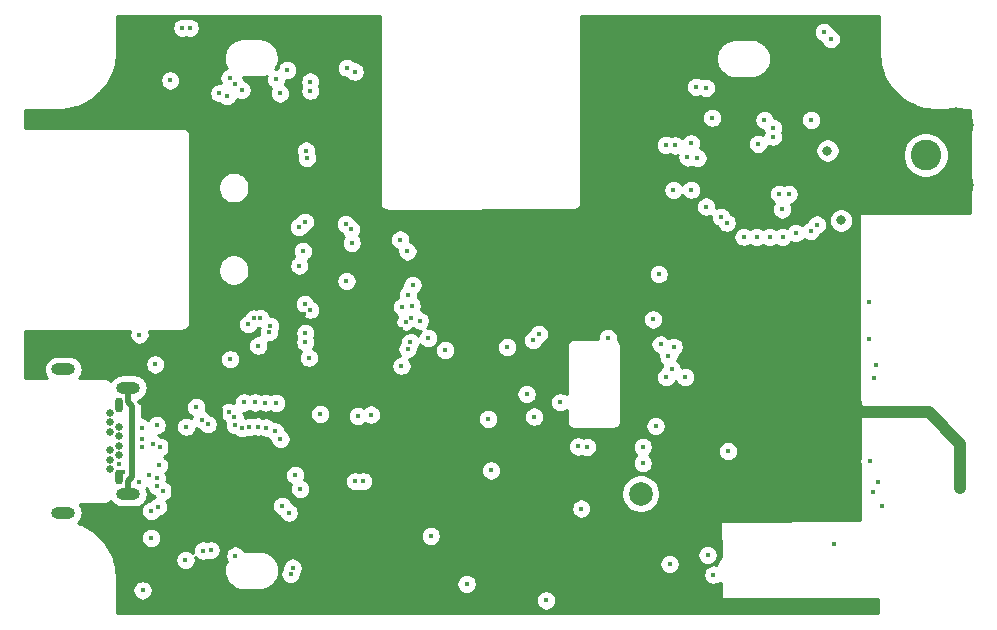
<source format=gbr>
%TF.GenerationSoftware,KiCad,Pcbnew,5.1.8-db9833491~88~ubuntu20.04.1*%
%TF.CreationDate,2020-12-08T22:22:39+01:00*%
%TF.ProjectId,licheepinano_sarau270,6c696368-6565-4706-996e-616e6f5f7361,V1.0*%
%TF.SameCoordinates,Original*%
%TF.FileFunction,Copper,L3,Inr*%
%TF.FilePolarity,Positive*%
%FSLAX46Y46*%
G04 Gerber Fmt 4.6, Leading zero omitted, Abs format (unit mm)*
G04 Created by KiCad (PCBNEW 5.1.8-db9833491~88~ubuntu20.04.1) date 2020-12-08 22:22:39*
%MOMM*%
%LPD*%
G01*
G04 APERTURE LIST*
%TA.AperFunction,ComponentPad*%
%ADD10C,2.000000*%
%TD*%
%TA.AperFunction,ComponentPad*%
%ADD11C,2.600000*%
%TD*%
%TA.AperFunction,ComponentPad*%
%ADD12C,3.000000*%
%TD*%
%TA.AperFunction,ComponentPad*%
%ADD13R,1.200000X1.200000*%
%TD*%
%TA.AperFunction,ComponentPad*%
%ADD14O,0.647700X1.297940*%
%TD*%
%TA.AperFunction,ComponentPad*%
%ADD15C,0.650000*%
%TD*%
%TA.AperFunction,ComponentPad*%
%ADD16O,1.998980X0.998220*%
%TD*%
%TA.AperFunction,ViaPad*%
%ADD17C,0.450000*%
%TD*%
%TA.AperFunction,ViaPad*%
%ADD18C,0.800000*%
%TD*%
%TA.AperFunction,Conductor*%
%ADD19C,0.254000*%
%TD*%
%TA.AperFunction,Conductor*%
%ADD20C,0.508000*%
%TD*%
%TA.AperFunction,Conductor*%
%ADD21C,1.016000*%
%TD*%
%TA.AperFunction,Conductor*%
%ADD22C,0.100000*%
%TD*%
G04 APERTURE END LIST*
D10*
%TO.N,GND*%
%TO.C,C27*%
X149490000Y-113560000D03*
%TO.N,/Modem 3G/MODEM_POWER_IN*%
X151990000Y-113560000D03*
%TD*%
D11*
%TO.N,Net-(L5-Pad1)*%
%TO.C,P1*%
X176130000Y-84890000D03*
D12*
%TO.N,GND*%
X173590000Y-87430000D03*
X173590000Y-82350000D03*
X178670000Y-87430000D03*
X178670000Y-82350000D03*
%TD*%
D13*
%TO.N,GND*%
%TO.C,U1*%
X113450000Y-116110000D03*
X113450000Y-114910000D03*
X113450000Y-113710000D03*
X113450000Y-112510000D03*
X113450000Y-111310000D03*
X113450000Y-110110000D03*
X114650000Y-116110000D03*
X114650000Y-114910000D03*
X114650000Y-113710000D03*
X114650000Y-112510000D03*
X114650000Y-111310000D03*
X114650000Y-110110000D03*
X115850000Y-116110000D03*
X115850000Y-114910000D03*
X115850000Y-113710000D03*
X115850000Y-112510000D03*
X115850000Y-111310000D03*
X115850000Y-110110000D03*
X117050000Y-116110000D03*
X117050000Y-114910000D03*
X117050000Y-113710000D03*
X117050000Y-112510000D03*
X117050000Y-111310000D03*
X117050000Y-110110000D03*
X118250000Y-116110000D03*
X118250000Y-114910000D03*
X118250000Y-113710000D03*
X118250000Y-112510000D03*
X118250000Y-111310000D03*
X118250000Y-110110000D03*
X119450000Y-116110000D03*
X119450000Y-114910000D03*
X119450000Y-113710000D03*
X119450000Y-112510000D03*
X119450000Y-111310000D03*
X119450000Y-110110000D03*
%TD*%
D14*
%TO.N,GND*%
%TO.C,Con3*%
X107804560Y-112148000D03*
D15*
%TO.N,/LicheePi Nano SOM/USB_ID*%
X107103520Y-111497760D03*
X107103520Y-110697660D03*
%TO.N,/LicheePi Nano SOM/POWER_IN_5V0*%
X107804560Y-110298880D03*
%TO.N,/LicheePi Nano SOM/USB_ID*%
X107103520Y-109897560D03*
%TO.N,Net-(Con3-PadA6)*%
X107804560Y-109498780D03*
%TO.N,Net-(Con3-PadA7)*%
X107804560Y-108701220D03*
%TO.N,N/C*%
X107103520Y-108302440D03*
%TO.N,/LicheePi Nano SOM/POWER_IN_5V0*%
X107804560Y-107901120D03*
%TO.N,N/C*%
X107103520Y-107502340D03*
X107103520Y-106702240D03*
D14*
%TO.N,GND*%
X107804560Y-106052000D03*
D16*
%TO.N,Net-(C50-Pad1)*%
X108604660Y-104601660D03*
X108604660Y-113598340D03*
X103105560Y-103026860D03*
X103105560Y-115173140D03*
%TD*%
D17*
%TO.N,GND*%
X179510000Y-85350000D03*
X179510000Y-84280000D03*
X174860000Y-80730000D03*
X176100000Y-81130000D03*
X172290000Y-77100000D03*
X172170000Y-76130000D03*
X147280000Y-73510000D03*
X172390000Y-106540000D03*
X132200000Y-100000000D03*
X161725000Y-79885000D03*
X162190000Y-79420000D03*
X164995000Y-77145000D03*
X179070000Y-113070000D03*
X167120000Y-107920000D03*
X131669774Y-99615718D03*
X157150000Y-87400000D03*
X122350000Y-102700000D03*
X109940000Y-102020000D03*
X125895000Y-109815000D03*
X112050000Y-118970000D03*
X131450000Y-105090000D03*
X123492400Y-105096938D03*
X115800000Y-119480000D03*
X123113909Y-116896655D03*
X108930010Y-119218508D03*
X110834041Y-118928674D03*
X109604988Y-105822940D03*
X126809990Y-87961557D03*
X120110000Y-78650000D03*
X123500058Y-98393060D03*
X107020000Y-116950000D03*
X108188740Y-111727161D03*
X123097791Y-108766514D03*
X146830000Y-96480000D03*
X165600000Y-102720000D03*
X160910000Y-100500000D03*
X166050000Y-95500000D03*
X163940000Y-95490000D03*
X161860000Y-95500000D03*
X159760000Y-95490000D03*
X122830000Y-74140000D03*
X115790000Y-85180000D03*
X115200000Y-93200000D03*
X135550000Y-106730000D03*
X134840000Y-110950000D03*
X108040000Y-123430000D03*
X108930000Y-120650000D03*
X144890000Y-97890000D03*
X141940000Y-99750000D03*
X143040000Y-93880000D03*
X147740000Y-94630000D03*
X127250000Y-102400000D03*
X117400000Y-100740000D03*
X162280000Y-88210000D03*
X156420000Y-91100000D03*
X153890000Y-92950000D03*
X150460000Y-105180000D03*
X116483630Y-106466637D03*
X167750000Y-79520000D03*
X111030000Y-73870000D03*
X165120000Y-83200000D03*
X167240000Y-86150000D03*
X168400000Y-117830000D03*
X122400034Y-117160628D03*
X147750000Y-100220000D03*
X120240000Y-103740000D03*
X123850000Y-88260000D03*
X166050000Y-114220000D03*
X163970000Y-114220000D03*
X161870000Y-114220000D03*
X157660000Y-114210000D03*
X157630000Y-112420000D03*
X157680000Y-110610000D03*
X157680000Y-108840000D03*
X157680000Y-107040000D03*
X157680000Y-102760000D03*
X157670000Y-100930000D03*
X157650000Y-99070000D03*
X168180000Y-114230000D03*
X179070000Y-112290000D03*
X179070000Y-111540000D03*
X134480000Y-123430000D03*
X135750000Y-123430000D03*
X137020000Y-123430000D03*
X139510000Y-123430000D03*
X142050000Y-123430000D03*
X144590000Y-123430000D03*
X147420000Y-123430000D03*
X148690000Y-123430000D03*
X149960000Y-123430000D03*
X151230000Y-123430000D03*
X152500000Y-123430000D03*
X153770000Y-123430000D03*
X155040000Y-123430000D03*
X157580000Y-123430000D03*
X158850000Y-123430000D03*
X160120000Y-123430000D03*
X161390000Y-123430000D03*
X162660000Y-123430000D03*
X163930000Y-123430000D03*
X165200000Y-123430000D03*
X166470000Y-123430000D03*
X167740000Y-123430000D03*
X169010000Y-123430000D03*
X170280000Y-123430000D03*
X171550000Y-123430000D03*
X109310000Y-123430000D03*
X110580000Y-123430000D03*
X111850000Y-123430000D03*
X113120000Y-123430000D03*
X114390000Y-123430000D03*
X115660000Y-123430000D03*
X116930000Y-123430000D03*
X118200000Y-123430000D03*
X119470000Y-123430000D03*
X120740000Y-123430000D03*
X148550000Y-73510000D03*
X149820000Y-73510000D03*
X151090000Y-73510000D03*
X152360000Y-73510000D03*
X153630000Y-73510000D03*
X154900000Y-73510000D03*
X156170000Y-73510000D03*
X157440000Y-73510000D03*
X158710000Y-73510000D03*
X159980000Y-73510000D03*
X161250000Y-73510000D03*
X162520000Y-73510000D03*
X163790000Y-73510000D03*
X168870000Y-73510000D03*
X170140000Y-73510000D03*
X171410000Y-73510000D03*
X173890000Y-80030000D03*
X173260000Y-79380000D03*
X172780000Y-78690000D03*
X172470000Y-77920000D03*
X172110000Y-75180000D03*
X172100000Y-74260000D03*
X135750000Y-115090000D03*
X133648000Y-121852000D03*
%TO.N,Net-(C12-Pad1)*%
X121640000Y-114605002D03*
X110557838Y-117302839D03*
%TO.N,Net-(C13-Pad1)*%
X124860000Y-106820000D03*
X113502514Y-107891402D03*
%TO.N,/GPS Module/GPS_V_BCKP*%
X172390000Y-114570000D03*
X163190000Y-83340000D03*
X163190000Y-82570000D03*
%TO.N,Net-(Q1-Pad1)*%
X158150000Y-120420000D03*
X154440000Y-119530000D03*
%TO.N,Net-(R1-Pad1)*%
X121495748Y-108912819D03*
X120299010Y-107969512D03*
D18*
%TO.N,Net-(R21-Pad2)*%
X167800000Y-84520000D03*
X168960000Y-90430000D03*
D17*
%TO.N,/Modem 3G/VSIM*%
X143990000Y-122600000D03*
X154606697Y-103029527D03*
%TO.N,/Modem 3G/SIM_RST*%
X146970000Y-114820000D03*
X154150000Y-103690000D03*
%TO.N,/Modem 3G/SIM_CLK*%
X137260000Y-121200000D03*
X154338677Y-101925523D03*
%TO.N,/Modem 3G/SIM_IO*%
X139330000Y-111600000D03*
X154786994Y-101128732D03*
%TO.N,/GPS Module/1V8*%
X163977990Y-89500000D03*
%TO.N,Net-(Modem1-Pad16)*%
X159390000Y-109960000D03*
X157660000Y-118750000D03*
%TO.N,/Modem 3G/SIM_DET*%
X171380990Y-110819990D03*
X155752034Y-103707690D03*
%TO.N,/GPS Module/POWER_IN_1V8*%
X172080000Y-112580000D03*
X168090000Y-75070000D03*
X167510000Y-74490000D03*
%TO.N,/Logic Voltage Shifter/SIG3_LOW_PART*%
X171720000Y-103750000D03*
X156680000Y-79120000D03*
%TO.N,/Logic Voltage Shifter/SIG4_LOW_PART*%
X157510000Y-79200000D03*
X171960000Y-102680000D03*
%TO.N,/GPS Module/GNSS_ENABLE*%
X166420000Y-81906021D03*
X166920000Y-90780000D03*
%TO.N,/Logic Voltage Shifter/SIG2_LOW_PART*%
X166400000Y-91310000D03*
X162476584Y-81906021D03*
%TO.N,/GPS Module/GPS_EXTINT*%
X165120000Y-91500000D03*
X161930000Y-83940000D03*
%TO.N,/Modem 3G/GPS_I2C_1V8_SDA*%
X164010000Y-91820000D03*
X164530000Y-88190000D03*
%TO.N,/Modem 3G/GPS_I2C_1V8_SCL*%
X162910000Y-91820000D03*
X163730000Y-88180000D03*
%TO.N,/Ethernet Connector Module/SHIELD1*%
X112170000Y-78580000D03*
X109560000Y-100090000D03*
%TO.N,/USB Hub Module/ETHERNET_RXN*%
X120230000Y-105860000D03*
X123048025Y-91007488D03*
X118225368Y-107994586D03*
%TO.N,/USB Hub Module/ETHERNET_RXP*%
X121140000Y-105870000D03*
X123573035Y-90553302D03*
X118870856Y-107918032D03*
%TO.N,/USB Hub Module/ETHERNET_TXN*%
X118410000Y-105840000D03*
X123397987Y-93028283D03*
X117104877Y-106657862D03*
%TO.N,/USB Hub Module/ETHERNET_TXP*%
X119320000Y-105840000D03*
X123096344Y-94249630D03*
X117593478Y-107086563D03*
%TO.N,Net-(C48-Pad1)*%
X123910000Y-102050000D03*
X124010010Y-97989992D03*
%TO.N,Net-(R8-Pad2)*%
X114930000Y-118380000D03*
X123570989Y-97509531D03*
%TO.N,Net-(R9-Pad2)*%
X115579625Y-118357567D03*
X124024986Y-79440000D03*
%TO.N,3V3*%
X156280000Y-87830000D03*
X154770000Y-87850000D03*
X127470000Y-91190000D03*
X127020000Y-90740000D03*
X122740000Y-112000000D03*
X122520000Y-119820000D03*
X122350000Y-120390000D03*
X113455000Y-119195000D03*
X117677783Y-118802010D03*
X119230000Y-98730000D03*
X111124442Y-114664442D03*
X119760000Y-98670000D03*
X118770000Y-99220000D03*
X123159984Y-113170000D03*
X122075754Y-77690772D03*
X122195141Y-115162130D03*
X153254773Y-107855889D03*
%TO.N,/Ethernet Connector Module/POWER_IN_3V3*%
X121016659Y-108291490D03*
X111020000Y-107770000D03*
X119608356Y-101029875D03*
X111191725Y-111170781D03*
X114362778Y-106230000D03*
X117628509Y-107737148D03*
X109479978Y-112617812D03*
X119561304Y-107879128D03*
%TO.N,/LicheePi Nano SOM/POWER_IN_5V0*%
X123660000Y-84510000D03*
X113190000Y-74130000D03*
X113810000Y-74130000D03*
X123741999Y-85126401D03*
X120640000Y-99360000D03*
X120524468Y-99904870D03*
%TO.N,Net-(Con3-PadA6)*%
X109768510Y-108947008D03*
%TO.N,Net-(Con3-PadA7)*%
X109768510Y-109602630D03*
%TO.N,/LCD Module/CLK*%
X134000000Y-100390000D03*
%TO.N,/LCD Module/MOSI*%
X132257883Y-101337990D03*
%TO.N,/LCD Module/CS*%
X133280000Y-98910000D03*
%TO.N,/LCD Module/MISO*%
X132478377Y-100726519D03*
%TO.N,/LCD Module/LED_A*%
X131790000Y-97750000D03*
X132610000Y-97670000D03*
%TO.N,/LCD Module/LED_K1*%
X132280000Y-96710000D03*
X132680000Y-95870000D03*
%TO.N,/LicheePi Nano SOM/TPY2*%
X132250000Y-93060000D03*
%TO.N,/LicheePi Nano SOM/TPX2*%
X127080000Y-95580000D03*
%TO.N,/LicheePi Nano SOM/TPX1*%
X127530000Y-92330000D03*
%TO.N,/LicheePi Nano SOM/TPY1*%
X131630000Y-92057010D03*
%TO.N,/LicheePi Nano SOM/USB_D_N*%
X115337788Y-107689604D03*
X127120000Y-77500000D03*
X158782512Y-90122512D03*
X111305596Y-109624758D03*
%TO.N,/LicheePi Nano SOM/USB_D_P*%
X114812778Y-107299421D03*
X159277488Y-90617488D03*
X110709753Y-109364978D03*
X127783273Y-77831711D03*
%TO.N,/Logic Voltage Shifter/SIG3_HIGH_PART*%
X155960000Y-85100000D03*
X145170000Y-105830000D03*
X146680000Y-109570000D03*
X143373435Y-100043820D03*
%TO.N,/Logic Voltage Shifter/SIG2_HIGH_PART*%
X129160000Y-106870000D03*
X154880000Y-84080000D03*
%TO.N,/Logic Voltage Shifter/SIG4_HIGH_PART*%
X156800000Y-85150000D03*
X156255008Y-83900023D03*
X142897990Y-100572373D03*
%TO.N,/Logic Voltage Shifter/SIG1_HIGH_PART*%
X128040000Y-106990000D03*
X154124136Y-84055202D03*
%TO.N,/LicheePi Nano SOM/GPIO_PD11*%
X109820000Y-121750000D03*
X110554311Y-115017590D03*
%TO.N,/LicheePi Nano SOM/GPIO_PD1*%
X142970000Y-107040000D03*
X171313979Y-97370136D03*
%TO.N,/LCD Module/POWER_IN_2V8*%
X132089142Y-98994192D03*
X123600010Y-99980000D03*
X123600010Y-100748405D03*
X132570000Y-98650000D03*
%TO.N,Net-(C56-Pad1)*%
X116960000Y-79910000D03*
X116325000Y-79665000D03*
X121440000Y-79670000D03*
X121130000Y-78480000D03*
%TO.N,/LicheePi Nano SOM/USB_ID*%
X109760000Y-107970000D03*
X117240000Y-102190000D03*
X110900000Y-102620000D03*
X124024988Y-78669987D03*
X107832438Y-111074549D03*
%TO.N,/LicheePi Nano SOM/GPIO_PD19*%
X135440000Y-101410000D03*
X149210000Y-100400000D03*
X153060000Y-98810000D03*
%TO.N,/LCD Module/DC*%
X131740000Y-102730000D03*
%TO.N,/LicheePi Nano SOM/GPIO_PD0*%
X171660000Y-113410000D03*
X142340000Y-105140000D03*
X171313979Y-100510000D03*
%TO.N,/LicheePi Nano SOM/GPIO_PD5*%
X147440000Y-109610000D03*
X158050000Y-81730000D03*
X153520000Y-94970000D03*
X153682985Y-100930000D03*
%TO.N,/UBlox WiFi Lily W132/ENABLE*%
X134220000Y-117130000D03*
X139090000Y-107220000D03*
%TO.N,/LicheePi Nano SOM/GPIO_PD9*%
X140690000Y-101160000D03*
X157538416Y-89258110D03*
%TO.N,/Modem 3G/MODEM_POWER_IN*%
X152170000Y-109610000D03*
X152170000Y-110970000D03*
X117190000Y-78390000D03*
X117690000Y-78890000D03*
X118200000Y-79400000D03*
%TO.N,/USB Hub Module/USB_D5_OUT_N*%
X127810000Y-112520000D03*
X111019567Y-112922011D03*
%TO.N,/USB Hub Module/USB_D5_OUT_P*%
X128510000Y-112520000D03*
X111576384Y-113345218D03*
%TO.N,/USB Hub Module/USB_D4_OUT_N*%
X161810000Y-91820000D03*
X110338088Y-111984778D03*
%TO.N,/USB Hub Module/USB_D4_OUT_P*%
X160710000Y-91810000D03*
X111023481Y-112272011D03*
%TD*%
D19*
%TO.N,GND*%
X172390000Y-106540000D02*
X168190000Y-106540000D01*
X167120000Y-107610000D02*
X167120000Y-107920000D01*
X168190000Y-106540000D02*
X167120000Y-107610000D01*
X176250000Y-106540000D02*
X172390000Y-106540000D01*
X122350000Y-99543118D02*
X123500058Y-98393060D01*
X122350000Y-102700000D02*
X122350000Y-99543118D01*
X107804560Y-112148000D02*
X107804560Y-112534560D01*
D20*
X112050000Y-118970000D02*
X112050000Y-116060000D01*
X112050000Y-116060000D02*
X112450000Y-115660000D01*
X112450000Y-115660000D02*
X112450000Y-112100000D01*
X112450000Y-112100000D02*
X112190000Y-111840000D01*
X112190000Y-111840000D02*
X112190000Y-106950000D01*
X111062940Y-105822940D02*
X109604988Y-105822940D01*
X112190000Y-106950000D02*
X111062940Y-105822940D01*
D19*
X117050000Y-110110000D02*
X117050000Y-109256000D01*
X117050000Y-109256000D02*
X116483630Y-108689630D01*
X116483630Y-108689630D02*
X116483630Y-106466637D01*
D21*
X179070000Y-109360000D02*
X176385000Y-106675000D01*
D19*
X176385000Y-106675000D02*
X176250000Y-106540000D01*
D21*
X176385000Y-106675000D02*
X170745000Y-106675000D01*
X170745000Y-106675000D02*
X170350000Y-106280000D01*
X179070000Y-113070000D02*
X179070000Y-109360000D01*
D20*
%TO.N,Net-(C50-Pad1)*%
X108604660Y-112488208D02*
X108925978Y-112166890D01*
X108925978Y-106145208D02*
X108604660Y-105823890D01*
X108604660Y-105823890D02*
X108604660Y-104601660D01*
X108925978Y-112166890D02*
X108925978Y-106145208D01*
X108604660Y-113598340D02*
X108604660Y-112488208D01*
%TD*%
D19*
%TO.N,GND*%
X129890000Y-88897798D02*
X129886808Y-88930421D01*
X129893095Y-88993848D01*
X129899550Y-89059382D01*
X129899612Y-89059587D01*
X129899633Y-89059796D01*
X129918300Y-89121192D01*
X129937290Y-89183792D01*
X129937391Y-89183980D01*
X129937452Y-89184182D01*
X129967827Y-89240923D01*
X129998575Y-89298449D01*
X129998710Y-89298614D01*
X129998810Y-89298800D01*
X130039241Y-89348001D01*
X130081052Y-89398948D01*
X130081221Y-89399086D01*
X130081351Y-89399245D01*
X130130003Y-89439121D01*
X130181550Y-89481425D01*
X130181742Y-89481528D01*
X130181901Y-89481658D01*
X130237970Y-89511582D01*
X130296207Y-89542710D01*
X130296412Y-89542772D01*
X130296597Y-89542871D01*
X130358169Y-89561506D01*
X130420617Y-89580450D01*
X130420829Y-89580471D01*
X130421031Y-89580532D01*
X130484863Y-89586778D01*
X130550000Y-89593193D01*
X130582633Y-89589979D01*
X146257787Y-89580020D01*
X146290000Y-89583193D01*
X146322631Y-89579979D01*
X146322838Y-89579979D01*
X146354197Y-89576870D01*
X146419383Y-89570450D01*
X146419589Y-89570388D01*
X146419796Y-89570367D01*
X146480755Y-89551833D01*
X146543793Y-89532710D01*
X146543983Y-89532609D01*
X146544182Y-89532548D01*
X146600270Y-89502523D01*
X146658450Y-89471425D01*
X146658617Y-89471288D01*
X146658800Y-89471190D01*
X146707612Y-89431078D01*
X146758948Y-89388948D01*
X146759086Y-89388779D01*
X146759245Y-89388649D01*
X146799121Y-89339997D01*
X146841425Y-89288450D01*
X146841528Y-89288258D01*
X146841658Y-89288099D01*
X146871263Y-89232627D01*
X146902710Y-89173793D01*
X146902773Y-89173584D01*
X146902867Y-89173407D01*
X156678416Y-89173407D01*
X156678416Y-89342813D01*
X156711465Y-89508963D01*
X156776294Y-89665473D01*
X156870411Y-89806328D01*
X156990198Y-89926115D01*
X157131053Y-90020232D01*
X157287563Y-90085061D01*
X157453713Y-90118110D01*
X157623119Y-90118110D01*
X157789269Y-90085061D01*
X157924233Y-90029157D01*
X157922512Y-90037809D01*
X157922512Y-90207215D01*
X157955561Y-90373365D01*
X158020390Y-90529875D01*
X158114507Y-90670730D01*
X158234294Y-90790517D01*
X158375149Y-90884634D01*
X158474297Y-90925703D01*
X158515366Y-91024851D01*
X158609483Y-91165706D01*
X158729270Y-91285493D01*
X158870125Y-91379610D01*
X159026635Y-91444439D01*
X159192785Y-91477488D01*
X159362191Y-91477488D01*
X159528341Y-91444439D01*
X159684851Y-91379610D01*
X159825706Y-91285493D01*
X159945493Y-91165706D01*
X160039610Y-91024851D01*
X160104439Y-90868341D01*
X160137488Y-90702191D01*
X160137488Y-90532785D01*
X160104439Y-90366635D01*
X160039610Y-90210125D01*
X159945493Y-90069270D01*
X159825706Y-89949483D01*
X159684851Y-89855366D01*
X159585703Y-89814297D01*
X159544634Y-89715149D01*
X159450517Y-89574294D01*
X159330730Y-89454507D01*
X159189875Y-89360390D01*
X159033365Y-89295561D01*
X158867215Y-89262512D01*
X158697809Y-89262512D01*
X158531659Y-89295561D01*
X158396695Y-89351465D01*
X158398416Y-89342813D01*
X158398416Y-89173407D01*
X158365367Y-89007257D01*
X158300538Y-88850747D01*
X158206421Y-88709892D01*
X158086634Y-88590105D01*
X157945779Y-88495988D01*
X157789269Y-88431159D01*
X157623119Y-88398110D01*
X157453713Y-88398110D01*
X157287563Y-88431159D01*
X157131053Y-88495988D01*
X156990198Y-88590105D01*
X156870411Y-88709892D01*
X156776294Y-88850747D01*
X156711465Y-89007257D01*
X156678416Y-89173407D01*
X146902867Y-89173407D01*
X146902870Y-89173403D01*
X146921069Y-89113273D01*
X146940450Y-89049383D01*
X146940471Y-89049166D01*
X146940531Y-89048969D01*
X146946694Y-88985990D01*
X146950000Y-88952419D01*
X146950000Y-88952200D01*
X146953192Y-88919579D01*
X146950000Y-88887379D01*
X146950000Y-87765297D01*
X153910000Y-87765297D01*
X153910000Y-87934703D01*
X153943049Y-88100853D01*
X154007878Y-88257363D01*
X154101995Y-88398218D01*
X154221782Y-88518005D01*
X154362637Y-88612122D01*
X154519147Y-88676951D01*
X154685297Y-88710000D01*
X154854703Y-88710000D01*
X155020853Y-88676951D01*
X155177363Y-88612122D01*
X155318218Y-88518005D01*
X155438005Y-88398218D01*
X155531682Y-88258022D01*
X155611995Y-88378218D01*
X155731782Y-88498005D01*
X155872637Y-88592122D01*
X156029147Y-88656951D01*
X156195297Y-88690000D01*
X156364703Y-88690000D01*
X156530853Y-88656951D01*
X156687363Y-88592122D01*
X156828218Y-88498005D01*
X156948005Y-88378218D01*
X157042122Y-88237363D01*
X157100968Y-88095297D01*
X162870000Y-88095297D01*
X162870000Y-88264703D01*
X162903049Y-88430853D01*
X162967878Y-88587363D01*
X163061995Y-88728218D01*
X163181782Y-88848005D01*
X163320843Y-88940924D01*
X163309985Y-88951782D01*
X163215868Y-89092637D01*
X163151039Y-89249147D01*
X163117990Y-89415297D01*
X163117990Y-89584703D01*
X163151039Y-89750853D01*
X163215868Y-89907363D01*
X163309985Y-90048218D01*
X163429772Y-90168005D01*
X163570627Y-90262122D01*
X163727137Y-90326951D01*
X163893287Y-90360000D01*
X164062693Y-90360000D01*
X164228843Y-90326951D01*
X164385353Y-90262122D01*
X164526208Y-90168005D01*
X164645995Y-90048218D01*
X164740112Y-89907363D01*
X164804941Y-89750853D01*
X164837990Y-89584703D01*
X164837990Y-89415297D01*
X164804941Y-89249147D01*
X164740112Y-89092637D01*
X164700252Y-89032983D01*
X164780853Y-89016951D01*
X164937363Y-88952122D01*
X165078218Y-88858005D01*
X165198005Y-88738218D01*
X165292122Y-88597363D01*
X165356951Y-88440853D01*
X165390000Y-88274703D01*
X165390000Y-88105297D01*
X165356951Y-87939147D01*
X165292122Y-87782637D01*
X165198005Y-87641782D01*
X165078218Y-87521995D01*
X164937363Y-87427878D01*
X164780853Y-87363049D01*
X164614703Y-87330000D01*
X164445297Y-87330000D01*
X164279147Y-87363049D01*
X164140966Y-87420286D01*
X164137363Y-87417878D01*
X163980853Y-87353049D01*
X163814703Y-87320000D01*
X163645297Y-87320000D01*
X163479147Y-87353049D01*
X163322637Y-87417878D01*
X163181782Y-87511995D01*
X163061995Y-87631782D01*
X162967878Y-87772637D01*
X162903049Y-87929147D01*
X162870000Y-88095297D01*
X157100968Y-88095297D01*
X157106951Y-88080853D01*
X157140000Y-87914703D01*
X157140000Y-87745297D01*
X157106951Y-87579147D01*
X157042122Y-87422637D01*
X156948005Y-87281782D01*
X156828218Y-87161995D01*
X156687363Y-87067878D01*
X156530853Y-87003049D01*
X156364703Y-86970000D01*
X156195297Y-86970000D01*
X156029147Y-87003049D01*
X155872637Y-87067878D01*
X155731782Y-87161995D01*
X155611995Y-87281782D01*
X155518318Y-87421978D01*
X155438005Y-87301782D01*
X155318218Y-87181995D01*
X155177363Y-87087878D01*
X155020853Y-87023049D01*
X154854703Y-86990000D01*
X154685297Y-86990000D01*
X154519147Y-87023049D01*
X154362637Y-87087878D01*
X154221782Y-87181995D01*
X154101995Y-87301782D01*
X154007878Y-87442637D01*
X153943049Y-87599147D01*
X153910000Y-87765297D01*
X146950000Y-87765297D01*
X146950000Y-83970499D01*
X153264136Y-83970499D01*
X153264136Y-84139905D01*
X153297185Y-84306055D01*
X153362014Y-84462565D01*
X153456131Y-84603420D01*
X153575918Y-84723207D01*
X153716773Y-84817324D01*
X153873283Y-84882153D01*
X154039433Y-84915202D01*
X154208839Y-84915202D01*
X154374989Y-84882153D01*
X154472252Y-84841865D01*
X154472637Y-84842122D01*
X154629147Y-84906951D01*
X154795297Y-84940000D01*
X154964703Y-84940000D01*
X155121168Y-84908877D01*
X155100000Y-85015297D01*
X155100000Y-85184703D01*
X155133049Y-85350853D01*
X155197878Y-85507363D01*
X155291995Y-85648218D01*
X155411782Y-85768005D01*
X155552637Y-85862122D01*
X155709147Y-85926951D01*
X155875297Y-85960000D01*
X156044703Y-85960000D01*
X156210853Y-85926951D01*
X156336771Y-85874794D01*
X156392637Y-85912122D01*
X156549147Y-85976951D01*
X156715297Y-86010000D01*
X156884703Y-86010000D01*
X157050853Y-85976951D01*
X157207363Y-85912122D01*
X157348218Y-85818005D01*
X157468005Y-85698218D01*
X157562122Y-85557363D01*
X157626951Y-85400853D01*
X157660000Y-85234703D01*
X157660000Y-85065297D01*
X157626951Y-84899147D01*
X157562122Y-84742637D01*
X157468005Y-84601782D01*
X157348218Y-84481995D01*
X157207363Y-84387878D01*
X157050853Y-84323049D01*
X157011848Y-84315291D01*
X157017130Y-84307386D01*
X157081959Y-84150876D01*
X157115008Y-83984726D01*
X157115008Y-83855297D01*
X161070000Y-83855297D01*
X161070000Y-84024703D01*
X161103049Y-84190853D01*
X161167878Y-84347363D01*
X161261995Y-84488218D01*
X161381782Y-84608005D01*
X161522637Y-84702122D01*
X161679147Y-84766951D01*
X161845297Y-84800000D01*
X162014703Y-84800000D01*
X162180853Y-84766951D01*
X162337363Y-84702122D01*
X162478218Y-84608005D01*
X162598005Y-84488218D01*
X162644882Y-84418061D01*
X166765000Y-84418061D01*
X166765000Y-84621939D01*
X166804774Y-84821898D01*
X166882795Y-85010256D01*
X166996063Y-85179774D01*
X167140226Y-85323937D01*
X167309744Y-85437205D01*
X167498102Y-85515226D01*
X167698061Y-85555000D01*
X167901939Y-85555000D01*
X168101898Y-85515226D01*
X168290256Y-85437205D01*
X168459774Y-85323937D01*
X168603937Y-85179774D01*
X168717205Y-85010256D01*
X168795226Y-84821898D01*
X168819588Y-84699419D01*
X174195000Y-84699419D01*
X174195000Y-85080581D01*
X174269361Y-85454419D01*
X174415225Y-85806566D01*
X174626987Y-86123491D01*
X174896509Y-86393013D01*
X175213434Y-86604775D01*
X175565581Y-86750639D01*
X175939419Y-86825000D01*
X176320581Y-86825000D01*
X176694419Y-86750639D01*
X177046566Y-86604775D01*
X177363491Y-86393013D01*
X177633013Y-86123491D01*
X177844775Y-85806566D01*
X177990639Y-85454419D01*
X178065000Y-85080581D01*
X178065000Y-84699419D01*
X177990639Y-84325581D01*
X177844775Y-83973434D01*
X177633013Y-83656509D01*
X177363491Y-83386987D01*
X177046566Y-83175225D01*
X176694419Y-83029361D01*
X176320581Y-82955000D01*
X175939419Y-82955000D01*
X175565581Y-83029361D01*
X175213434Y-83175225D01*
X174896509Y-83386987D01*
X174626987Y-83656509D01*
X174415225Y-83973434D01*
X174269361Y-84325581D01*
X174195000Y-84699419D01*
X168819588Y-84699419D01*
X168835000Y-84621939D01*
X168835000Y-84418061D01*
X168795226Y-84218102D01*
X168717205Y-84029744D01*
X168603937Y-83860226D01*
X168459774Y-83716063D01*
X168290256Y-83602795D01*
X168101898Y-83524774D01*
X167901939Y-83485000D01*
X167698061Y-83485000D01*
X167498102Y-83524774D01*
X167309744Y-83602795D01*
X167140226Y-83716063D01*
X166996063Y-83860226D01*
X166882795Y-84029744D01*
X166804774Y-84218102D01*
X166765000Y-84418061D01*
X162644882Y-84418061D01*
X162692122Y-84347363D01*
X162756951Y-84190853D01*
X162775543Y-84097382D01*
X162782637Y-84102122D01*
X162939147Y-84166951D01*
X163105297Y-84200000D01*
X163274703Y-84200000D01*
X163440853Y-84166951D01*
X163597363Y-84102122D01*
X163738218Y-84008005D01*
X163858005Y-83888218D01*
X163952122Y-83747363D01*
X164016951Y-83590853D01*
X164050000Y-83424703D01*
X164050000Y-83255297D01*
X164016951Y-83089147D01*
X163961385Y-82955000D01*
X164016951Y-82820853D01*
X164050000Y-82654703D01*
X164050000Y-82485297D01*
X164016951Y-82319147D01*
X163952122Y-82162637D01*
X163858005Y-82021782D01*
X163738218Y-81901995D01*
X163617478Y-81821318D01*
X165560000Y-81821318D01*
X165560000Y-81990724D01*
X165593049Y-82156874D01*
X165657878Y-82313384D01*
X165751995Y-82454239D01*
X165871782Y-82574026D01*
X166012637Y-82668143D01*
X166169147Y-82732972D01*
X166335297Y-82766021D01*
X166504703Y-82766021D01*
X166670853Y-82732972D01*
X166827363Y-82668143D01*
X166968218Y-82574026D01*
X167088005Y-82454239D01*
X167182122Y-82313384D01*
X167246951Y-82156874D01*
X167280000Y-81990724D01*
X167280000Y-81821318D01*
X167246951Y-81655168D01*
X167182122Y-81498658D01*
X167088005Y-81357803D01*
X166968218Y-81238016D01*
X166827363Y-81143899D01*
X166670853Y-81079070D01*
X166504703Y-81046021D01*
X166335297Y-81046021D01*
X166169147Y-81079070D01*
X166012637Y-81143899D01*
X165871782Y-81238016D01*
X165751995Y-81357803D01*
X165657878Y-81498658D01*
X165593049Y-81655168D01*
X165560000Y-81821318D01*
X163617478Y-81821318D01*
X163597363Y-81807878D01*
X163440853Y-81743049D01*
X163316079Y-81718230D01*
X163303535Y-81655168D01*
X163238706Y-81498658D01*
X163144589Y-81357803D01*
X163024802Y-81238016D01*
X162883947Y-81143899D01*
X162727437Y-81079070D01*
X162561287Y-81046021D01*
X162391881Y-81046021D01*
X162225731Y-81079070D01*
X162069221Y-81143899D01*
X161928366Y-81238016D01*
X161808579Y-81357803D01*
X161714462Y-81498658D01*
X161649633Y-81655168D01*
X161616584Y-81821318D01*
X161616584Y-81990724D01*
X161649633Y-82156874D01*
X161714462Y-82313384D01*
X161808579Y-82454239D01*
X161928366Y-82574026D01*
X162069221Y-82668143D01*
X162225731Y-82732972D01*
X162350505Y-82757791D01*
X162363049Y-82820853D01*
X162418615Y-82955000D01*
X162363049Y-83089147D01*
X162344457Y-83182618D01*
X162337363Y-83177878D01*
X162180853Y-83113049D01*
X162014703Y-83080000D01*
X161845297Y-83080000D01*
X161679147Y-83113049D01*
X161522637Y-83177878D01*
X161381782Y-83271995D01*
X161261995Y-83391782D01*
X161167878Y-83532637D01*
X161103049Y-83689147D01*
X161070000Y-83855297D01*
X157115008Y-83855297D01*
X157115008Y-83815320D01*
X157081959Y-83649170D01*
X157017130Y-83492660D01*
X156923013Y-83351805D01*
X156803226Y-83232018D01*
X156662371Y-83137901D01*
X156505861Y-83073072D01*
X156339711Y-83040023D01*
X156170305Y-83040023D01*
X156004155Y-83073072D01*
X155847645Y-83137901D01*
X155706790Y-83232018D01*
X155587003Y-83351805D01*
X155499294Y-83483071D01*
X155428218Y-83411995D01*
X155287363Y-83317878D01*
X155130853Y-83253049D01*
X154964703Y-83220000D01*
X154795297Y-83220000D01*
X154629147Y-83253049D01*
X154531884Y-83293337D01*
X154531499Y-83293080D01*
X154374989Y-83228251D01*
X154208839Y-83195202D01*
X154039433Y-83195202D01*
X153873283Y-83228251D01*
X153716773Y-83293080D01*
X153575918Y-83387197D01*
X153456131Y-83506984D01*
X153362014Y-83647839D01*
X153297185Y-83804349D01*
X153264136Y-83970499D01*
X146950000Y-83970499D01*
X146950000Y-81645297D01*
X157190000Y-81645297D01*
X157190000Y-81814703D01*
X157223049Y-81980853D01*
X157287878Y-82137363D01*
X157381995Y-82278218D01*
X157501782Y-82398005D01*
X157642637Y-82492122D01*
X157799147Y-82556951D01*
X157965297Y-82590000D01*
X158134703Y-82590000D01*
X158300853Y-82556951D01*
X158457363Y-82492122D01*
X158598218Y-82398005D01*
X158718005Y-82278218D01*
X158812122Y-82137363D01*
X158876951Y-81980853D01*
X158910000Y-81814703D01*
X158910000Y-81645297D01*
X158876951Y-81479147D01*
X158812122Y-81322637D01*
X158718005Y-81181782D01*
X158598218Y-81061995D01*
X158457363Y-80967878D01*
X158300853Y-80903049D01*
X158134703Y-80870000D01*
X157965297Y-80870000D01*
X157799147Y-80903049D01*
X157642637Y-80967878D01*
X157501782Y-81061995D01*
X157381995Y-81181782D01*
X157287878Y-81322637D01*
X157223049Y-81479147D01*
X157190000Y-81645297D01*
X146950000Y-81645297D01*
X146950000Y-79035297D01*
X155820000Y-79035297D01*
X155820000Y-79204703D01*
X155853049Y-79370853D01*
X155917878Y-79527363D01*
X156011995Y-79668218D01*
X156131782Y-79788005D01*
X156272637Y-79882122D01*
X156429147Y-79946951D01*
X156595297Y-79980000D01*
X156764703Y-79980000D01*
X156930853Y-79946951D01*
X157022882Y-79908831D01*
X157102637Y-79962122D01*
X157259147Y-80026951D01*
X157425297Y-80060000D01*
X157594703Y-80060000D01*
X157760853Y-80026951D01*
X157917363Y-79962122D01*
X158058218Y-79868005D01*
X158178005Y-79748218D01*
X158272122Y-79607363D01*
X158336951Y-79450853D01*
X158370000Y-79284703D01*
X158370000Y-79115297D01*
X158336951Y-78949147D01*
X158272122Y-78792637D01*
X158178005Y-78651782D01*
X158058218Y-78531995D01*
X157917363Y-78437878D01*
X157760853Y-78373049D01*
X157594703Y-78340000D01*
X157425297Y-78340000D01*
X157259147Y-78373049D01*
X157167118Y-78411169D01*
X157087363Y-78357878D01*
X156930853Y-78293049D01*
X156764703Y-78260000D01*
X156595297Y-78260000D01*
X156429147Y-78293049D01*
X156272637Y-78357878D01*
X156131782Y-78451995D01*
X156011995Y-78571782D01*
X155917878Y-78712637D01*
X155853049Y-78869147D01*
X155820000Y-79035297D01*
X146950000Y-79035297D01*
X146950000Y-76726789D01*
X158372236Y-76726789D01*
X158374428Y-76786568D01*
X158375785Y-76846375D01*
X158376956Y-76855515D01*
X158403106Y-77048922D01*
X158416867Y-77107134D01*
X158429815Y-77165538D01*
X158432739Y-77174277D01*
X158495957Y-77358920D01*
X158520758Y-77413340D01*
X158544806Y-77468124D01*
X158549372Y-77476128D01*
X158647249Y-77644976D01*
X158682139Y-77693531D01*
X158716382Y-77742618D01*
X158722416Y-77749583D01*
X158851226Y-77896204D01*
X158894909Y-77937081D01*
X158938004Y-77978553D01*
X158945275Y-77984214D01*
X159100111Y-78103024D01*
X159150884Y-78134628D01*
X159201237Y-78166954D01*
X159209470Y-78171094D01*
X159384434Y-78257566D01*
X159440387Y-78278708D01*
X159496044Y-78300633D01*
X159504924Y-78303096D01*
X159693352Y-78353938D01*
X159752357Y-78363812D01*
X159811208Y-78374507D01*
X159820397Y-78375198D01*
X160005222Y-78387798D01*
X160027581Y-78390000D01*
X161412085Y-78390000D01*
X161419262Y-78389293D01*
X161437686Y-78388891D01*
X161472298Y-78384733D01*
X161507147Y-78383699D01*
X161516279Y-78382464D01*
X161709498Y-78354965D01*
X161767601Y-78340801D01*
X161825925Y-78327443D01*
X161834643Y-78324458D01*
X162018841Y-78259953D01*
X162073101Y-78234766D01*
X162127705Y-78210341D01*
X162135678Y-78205719D01*
X162303838Y-78106665D01*
X162352157Y-78071429D01*
X162400989Y-78036855D01*
X162407912Y-78030773D01*
X162553631Y-77900943D01*
X162594209Y-77856970D01*
X162635378Y-77813587D01*
X162640987Y-77806276D01*
X162758712Y-77650616D01*
X162789959Y-77599625D01*
X162821931Y-77549050D01*
X162826014Y-77540789D01*
X162911263Y-77365226D01*
X162932012Y-77309134D01*
X162953551Y-77253313D01*
X162955952Y-77244416D01*
X163005477Y-77055639D01*
X163014945Y-76996530D01*
X163025222Y-76937645D01*
X163025849Y-76928452D01*
X163037764Y-76733651D01*
X163035572Y-76673871D01*
X163034215Y-76614066D01*
X163033044Y-76604925D01*
X163006894Y-76411518D01*
X162993128Y-76353283D01*
X162980185Y-76294901D01*
X162977261Y-76286162D01*
X162914043Y-76101520D01*
X162889237Y-76047088D01*
X162865194Y-75992316D01*
X162860628Y-75984311D01*
X162762751Y-75815464D01*
X162727853Y-75766898D01*
X162693618Y-75717823D01*
X162687584Y-75710857D01*
X162558774Y-75564236D01*
X162515091Y-75523359D01*
X162471996Y-75481887D01*
X162464725Y-75476226D01*
X162309890Y-75357416D01*
X162259099Y-75325802D01*
X162208763Y-75293486D01*
X162200530Y-75289346D01*
X162025566Y-75202874D01*
X161969625Y-75181736D01*
X161913956Y-75159807D01*
X161905076Y-75157345D01*
X161716649Y-75106502D01*
X161657649Y-75096629D01*
X161598793Y-75085933D01*
X161589603Y-75085242D01*
X161404778Y-75072642D01*
X161382419Y-75070440D01*
X159997915Y-75070440D01*
X159990738Y-75071147D01*
X159972314Y-75071549D01*
X159937702Y-75075707D01*
X159902853Y-75076741D01*
X159893721Y-75077976D01*
X159700502Y-75105475D01*
X159642399Y-75119639D01*
X159584075Y-75132997D01*
X159575357Y-75135982D01*
X159391159Y-75200487D01*
X159336913Y-75225667D01*
X159282294Y-75250099D01*
X159274322Y-75254721D01*
X159106162Y-75353775D01*
X159057845Y-75389009D01*
X159009010Y-75423585D01*
X159002087Y-75429667D01*
X158856369Y-75559497D01*
X158815808Y-75603453D01*
X158774622Y-75646853D01*
X158769013Y-75654164D01*
X158651288Y-75809825D01*
X158620046Y-75860807D01*
X158588069Y-75911390D01*
X158583986Y-75919651D01*
X158498737Y-76095214D01*
X158477988Y-76151306D01*
X158456449Y-76207127D01*
X158454048Y-76216024D01*
X158404523Y-76404802D01*
X158395056Y-76463904D01*
X158384778Y-76522795D01*
X158384151Y-76531988D01*
X158372236Y-76726789D01*
X146950000Y-76726789D01*
X146950000Y-74405297D01*
X166650000Y-74405297D01*
X166650000Y-74574703D01*
X166683049Y-74740853D01*
X166747878Y-74897363D01*
X166841995Y-75038218D01*
X166961782Y-75158005D01*
X167102637Y-75252122D01*
X167259147Y-75316951D01*
X167262402Y-75317598D01*
X167263049Y-75320853D01*
X167327878Y-75477363D01*
X167421995Y-75618218D01*
X167541782Y-75738005D01*
X167682637Y-75832122D01*
X167839147Y-75896951D01*
X168005297Y-75930000D01*
X168174703Y-75930000D01*
X168340853Y-75896951D01*
X168497363Y-75832122D01*
X168638218Y-75738005D01*
X168758005Y-75618218D01*
X168852122Y-75477363D01*
X168916951Y-75320853D01*
X168950000Y-75154703D01*
X168950000Y-74985297D01*
X168916951Y-74819147D01*
X168852122Y-74662637D01*
X168758005Y-74521782D01*
X168638218Y-74401995D01*
X168497363Y-74307878D01*
X168340853Y-74243049D01*
X168337598Y-74242402D01*
X168336951Y-74239147D01*
X168272122Y-74082637D01*
X168178005Y-73941782D01*
X168058218Y-73821995D01*
X167917363Y-73727878D01*
X167760853Y-73663049D01*
X167594703Y-73630000D01*
X167425297Y-73630000D01*
X167259147Y-73663049D01*
X167102637Y-73727878D01*
X166961782Y-73821995D01*
X166841995Y-73941782D01*
X166747878Y-74082637D01*
X166683049Y-74239147D01*
X166650000Y-74405297D01*
X146950000Y-74405297D01*
X146950000Y-73110000D01*
X172140001Y-73110000D01*
X172140000Y-76202418D01*
X172142492Y-76227722D01*
X172142418Y-76233792D01*
X172143269Y-76242968D01*
X172225650Y-77068322D01*
X172237374Y-77126996D01*
X172248273Y-77185799D01*
X172250890Y-77194635D01*
X172492015Y-77988269D01*
X172514899Y-78043514D01*
X172537024Y-78099114D01*
X172541308Y-78107273D01*
X172931991Y-78838957D01*
X172965174Y-78888712D01*
X172997673Y-78938949D01*
X173003460Y-78946120D01*
X173528820Y-79587985D01*
X173571038Y-79630350D01*
X173612674Y-79673316D01*
X173619744Y-79679226D01*
X174259772Y-80206824D01*
X174309394Y-80240168D01*
X174358601Y-80274242D01*
X174366685Y-80278667D01*
X175097001Y-80671902D01*
X175152169Y-80694979D01*
X175207044Y-80718840D01*
X175215832Y-80721610D01*
X176008620Y-80965504D01*
X176067242Y-80977431D01*
X176125683Y-80990173D01*
X176134843Y-80991184D01*
X176896836Y-81069929D01*
X176898364Y-81070392D01*
X176995328Y-81079942D01*
X179887747Y-81079942D01*
X179887747Y-89782336D01*
X170580127Y-89773000D01*
X170555348Y-89775415D01*
X170531517Y-89782619D01*
X170509549Y-89794333D01*
X170490288Y-89810107D01*
X170474474Y-89829337D01*
X170462716Y-89851282D01*
X170455465Y-89875099D01*
X170453002Y-89900634D01*
X170489030Y-97114451D01*
X170487028Y-97119283D01*
X170453979Y-97285433D01*
X170453979Y-97454839D01*
X170487028Y-97620989D01*
X170491615Y-97632062D01*
X170504524Y-100216908D01*
X170487028Y-100259147D01*
X170453979Y-100425297D01*
X170453979Y-100594703D01*
X170487028Y-100760853D01*
X170507487Y-100810246D01*
X170556200Y-110563921D01*
X170554039Y-110569137D01*
X170520990Y-110735287D01*
X170520990Y-110904693D01*
X170554039Y-111070843D01*
X170558788Y-111082309D01*
X170582368Y-115803646D01*
X158879356Y-115863002D01*
X158854592Y-115865568D01*
X158830805Y-115872915D01*
X158808908Y-115884763D01*
X158789743Y-115900654D01*
X158774047Y-115919979D01*
X158762422Y-115941995D01*
X158755316Y-115965856D01*
X158753000Y-115990201D01*
X158757696Y-118963076D01*
X158744622Y-118976853D01*
X158739013Y-118984164D01*
X158621288Y-119139825D01*
X158590046Y-119190807D01*
X158558069Y-119241390D01*
X158553986Y-119249651D01*
X158468737Y-119425214D01*
X158447988Y-119481306D01*
X158426449Y-119537127D01*
X158424048Y-119546024D01*
X158410647Y-119597106D01*
X158400853Y-119593049D01*
X158234703Y-119560000D01*
X158065297Y-119560000D01*
X157899147Y-119593049D01*
X157742637Y-119657878D01*
X157601782Y-119751995D01*
X157481995Y-119871782D01*
X157387878Y-120012637D01*
X157323049Y-120169147D01*
X157290000Y-120335297D01*
X157290000Y-120504703D01*
X157323049Y-120670853D01*
X157387878Y-120827363D01*
X157481995Y-120968218D01*
X157601782Y-121088005D01*
X157742637Y-121182122D01*
X157899147Y-121246951D01*
X158065297Y-121280000D01*
X158234703Y-121280000D01*
X158400853Y-121246951D01*
X158557363Y-121182122D01*
X158698218Y-121088005D01*
X158699068Y-121087155D01*
X158761164Y-121157837D01*
X158763000Y-122320201D01*
X158765480Y-122344973D01*
X158772744Y-122368786D01*
X158784515Y-122390724D01*
X158800339Y-122409944D01*
X158819609Y-122425708D01*
X158841585Y-122437409D01*
X158865420Y-122444599D01*
X158890000Y-122447000D01*
X172117805Y-122447000D01*
X172117805Y-123707689D01*
X107637805Y-123707689D01*
X107637805Y-121665297D01*
X108960000Y-121665297D01*
X108960000Y-121834703D01*
X108993049Y-122000853D01*
X109057878Y-122157363D01*
X109151995Y-122298218D01*
X109271782Y-122418005D01*
X109412637Y-122512122D01*
X109569147Y-122576951D01*
X109735297Y-122610000D01*
X109904703Y-122610000D01*
X110070853Y-122576951D01*
X110219697Y-122515297D01*
X143130000Y-122515297D01*
X143130000Y-122684703D01*
X143163049Y-122850853D01*
X143227878Y-123007363D01*
X143321995Y-123148218D01*
X143441782Y-123268005D01*
X143582637Y-123362122D01*
X143739147Y-123426951D01*
X143905297Y-123460000D01*
X144074703Y-123460000D01*
X144240853Y-123426951D01*
X144397363Y-123362122D01*
X144538218Y-123268005D01*
X144658005Y-123148218D01*
X144752122Y-123007363D01*
X144816951Y-122850853D01*
X144850000Y-122684703D01*
X144850000Y-122515297D01*
X144816951Y-122349147D01*
X144752122Y-122192637D01*
X144658005Y-122051782D01*
X144538218Y-121931995D01*
X144397363Y-121837878D01*
X144240853Y-121773049D01*
X144074703Y-121740000D01*
X143905297Y-121740000D01*
X143739147Y-121773049D01*
X143582637Y-121837878D01*
X143441782Y-121931995D01*
X143321995Y-122051782D01*
X143227878Y-122192637D01*
X143163049Y-122349147D01*
X143130000Y-122515297D01*
X110219697Y-122515297D01*
X110227363Y-122512122D01*
X110368218Y-122418005D01*
X110488005Y-122298218D01*
X110582122Y-122157363D01*
X110646951Y-122000853D01*
X110680000Y-121834703D01*
X110680000Y-121665297D01*
X110646951Y-121499147D01*
X110582122Y-121342637D01*
X110488005Y-121201782D01*
X110368218Y-121081995D01*
X110227363Y-120987878D01*
X110070853Y-120923049D01*
X109904703Y-120890000D01*
X109735297Y-120890000D01*
X109569147Y-120923049D01*
X109412637Y-120987878D01*
X109271782Y-121081995D01*
X109151995Y-121201782D01*
X109057878Y-121342637D01*
X108993049Y-121499147D01*
X108960000Y-121665297D01*
X107637805Y-121665297D01*
X107637805Y-120615270D01*
X107635313Y-120589966D01*
X107635387Y-120583897D01*
X107634536Y-120574721D01*
X107583838Y-120066789D01*
X116722236Y-120066789D01*
X116724428Y-120126568D01*
X116725785Y-120186375D01*
X116726956Y-120195515D01*
X116753106Y-120388922D01*
X116766867Y-120447134D01*
X116779815Y-120505538D01*
X116782739Y-120514277D01*
X116845957Y-120698920D01*
X116870758Y-120753340D01*
X116894806Y-120808124D01*
X116899372Y-120816128D01*
X116997249Y-120984976D01*
X117032139Y-121033531D01*
X117066382Y-121082618D01*
X117072416Y-121089583D01*
X117201226Y-121236204D01*
X117244909Y-121277081D01*
X117288004Y-121318553D01*
X117295275Y-121324214D01*
X117450111Y-121443024D01*
X117500884Y-121474628D01*
X117551237Y-121506954D01*
X117559470Y-121511094D01*
X117734434Y-121597566D01*
X117790387Y-121618708D01*
X117846044Y-121640633D01*
X117854924Y-121643096D01*
X118043352Y-121693938D01*
X118102357Y-121703812D01*
X118161208Y-121714507D01*
X118170397Y-121715198D01*
X118355222Y-121727798D01*
X118377581Y-121730000D01*
X119762085Y-121730000D01*
X119769262Y-121729293D01*
X119787686Y-121728891D01*
X119822298Y-121724733D01*
X119857147Y-121723699D01*
X119866279Y-121722464D01*
X120059498Y-121694965D01*
X120117601Y-121680801D01*
X120175925Y-121667443D01*
X120184643Y-121664458D01*
X120368841Y-121599953D01*
X120423101Y-121574766D01*
X120477705Y-121550341D01*
X120485678Y-121545719D01*
X120653838Y-121446665D01*
X120702157Y-121411429D01*
X120750989Y-121376855D01*
X120757912Y-121370773D01*
X120903631Y-121240943D01*
X120944209Y-121196970D01*
X120985378Y-121153587D01*
X120990987Y-121146276D01*
X121108712Y-120990616D01*
X121139959Y-120939625D01*
X121171931Y-120889050D01*
X121176014Y-120880789D01*
X121261263Y-120705226D01*
X121282012Y-120649134D01*
X121303551Y-120593313D01*
X121305952Y-120584416D01*
X121355477Y-120395639D01*
X121364945Y-120336530D01*
X121370395Y-120305297D01*
X121490000Y-120305297D01*
X121490000Y-120474703D01*
X121523049Y-120640853D01*
X121587878Y-120797363D01*
X121681995Y-120938218D01*
X121801782Y-121058005D01*
X121942637Y-121152122D01*
X122099147Y-121216951D01*
X122265297Y-121250000D01*
X122434703Y-121250000D01*
X122600853Y-121216951D01*
X122757363Y-121152122D01*
X122812475Y-121115297D01*
X136400000Y-121115297D01*
X136400000Y-121284703D01*
X136433049Y-121450853D01*
X136497878Y-121607363D01*
X136591995Y-121748218D01*
X136711782Y-121868005D01*
X136852637Y-121962122D01*
X137009147Y-122026951D01*
X137175297Y-122060000D01*
X137344703Y-122060000D01*
X137510853Y-122026951D01*
X137667363Y-121962122D01*
X137808218Y-121868005D01*
X137928005Y-121748218D01*
X138022122Y-121607363D01*
X138086951Y-121450853D01*
X138120000Y-121284703D01*
X138120000Y-121115297D01*
X138086951Y-120949147D01*
X138022122Y-120792637D01*
X137928005Y-120651782D01*
X137808218Y-120531995D01*
X137667363Y-120437878D01*
X137510853Y-120373049D01*
X137344703Y-120340000D01*
X137175297Y-120340000D01*
X137009147Y-120373049D01*
X136852637Y-120437878D01*
X136711782Y-120531995D01*
X136591995Y-120651782D01*
X136497878Y-120792637D01*
X136433049Y-120949147D01*
X136400000Y-121115297D01*
X122812475Y-121115297D01*
X122898218Y-121058005D01*
X123018005Y-120938218D01*
X123112122Y-120797363D01*
X123176951Y-120640853D01*
X123210000Y-120474703D01*
X123210000Y-120335300D01*
X123282122Y-120227363D01*
X123346951Y-120070853D01*
X123380000Y-119904703D01*
X123380000Y-119735297D01*
X123346951Y-119569147D01*
X123295651Y-119445297D01*
X153580000Y-119445297D01*
X153580000Y-119614703D01*
X153613049Y-119780853D01*
X153677878Y-119937363D01*
X153771995Y-120078218D01*
X153891782Y-120198005D01*
X154032637Y-120292122D01*
X154189147Y-120356951D01*
X154355297Y-120390000D01*
X154524703Y-120390000D01*
X154690853Y-120356951D01*
X154847363Y-120292122D01*
X154988218Y-120198005D01*
X155108005Y-120078218D01*
X155202122Y-119937363D01*
X155266951Y-119780853D01*
X155300000Y-119614703D01*
X155300000Y-119445297D01*
X155266951Y-119279147D01*
X155202122Y-119122637D01*
X155108005Y-118981782D01*
X154988218Y-118861995D01*
X154847363Y-118767878D01*
X154690853Y-118703049D01*
X154524703Y-118670000D01*
X154355297Y-118670000D01*
X154189147Y-118703049D01*
X154032637Y-118767878D01*
X153891782Y-118861995D01*
X153771995Y-118981782D01*
X153677878Y-119122637D01*
X153613049Y-119279147D01*
X153580000Y-119445297D01*
X123295651Y-119445297D01*
X123282122Y-119412637D01*
X123188005Y-119271782D01*
X123068218Y-119151995D01*
X122927363Y-119057878D01*
X122770853Y-118993049D01*
X122604703Y-118960000D01*
X122435297Y-118960000D01*
X122269147Y-118993049D01*
X122112637Y-119057878D01*
X121971782Y-119151995D01*
X121851995Y-119271782D01*
X121757878Y-119412637D01*
X121693049Y-119569147D01*
X121660000Y-119735297D01*
X121660000Y-119874700D01*
X121587878Y-119982637D01*
X121523049Y-120139147D01*
X121490000Y-120305297D01*
X121370395Y-120305297D01*
X121375222Y-120277645D01*
X121375849Y-120268452D01*
X121387764Y-120073651D01*
X121385572Y-120013871D01*
X121384215Y-119954066D01*
X121383044Y-119944925D01*
X121356894Y-119751518D01*
X121343128Y-119693283D01*
X121330185Y-119634901D01*
X121327261Y-119626162D01*
X121264043Y-119441520D01*
X121239237Y-119387088D01*
X121215194Y-119332316D01*
X121210628Y-119324311D01*
X121112751Y-119155464D01*
X121077853Y-119106898D01*
X121043618Y-119057823D01*
X121037584Y-119050857D01*
X120908774Y-118904236D01*
X120865091Y-118863359D01*
X120821996Y-118821887D01*
X120814725Y-118816226D01*
X120659890Y-118697416D01*
X120609099Y-118665802D01*
X120608313Y-118665297D01*
X156800000Y-118665297D01*
X156800000Y-118834703D01*
X156833049Y-119000853D01*
X156897878Y-119157363D01*
X156991995Y-119298218D01*
X157111782Y-119418005D01*
X157252637Y-119512122D01*
X157409147Y-119576951D01*
X157575297Y-119610000D01*
X157744703Y-119610000D01*
X157910853Y-119576951D01*
X158067363Y-119512122D01*
X158208218Y-119418005D01*
X158328005Y-119298218D01*
X158422122Y-119157363D01*
X158486951Y-119000853D01*
X158520000Y-118834703D01*
X158520000Y-118665297D01*
X158486951Y-118499147D01*
X158422122Y-118342637D01*
X158328005Y-118201782D01*
X158208218Y-118081995D01*
X158067363Y-117987878D01*
X157910853Y-117923049D01*
X157744703Y-117890000D01*
X157575297Y-117890000D01*
X157409147Y-117923049D01*
X157252637Y-117987878D01*
X157111782Y-118081995D01*
X156991995Y-118201782D01*
X156897878Y-118342637D01*
X156833049Y-118499147D01*
X156800000Y-118665297D01*
X120608313Y-118665297D01*
X120558763Y-118633486D01*
X120550530Y-118629346D01*
X120375566Y-118542874D01*
X120319625Y-118521736D01*
X120263956Y-118499807D01*
X120255076Y-118497345D01*
X120066649Y-118446502D01*
X120007649Y-118436629D01*
X119948793Y-118425933D01*
X119939603Y-118425242D01*
X119754778Y-118412642D01*
X119732419Y-118410440D01*
X118446447Y-118410440D01*
X118439905Y-118394647D01*
X118345788Y-118253792D01*
X118226001Y-118134005D01*
X118085146Y-118039888D01*
X117928636Y-117975059D01*
X117762486Y-117942010D01*
X117593080Y-117942010D01*
X117426930Y-117975059D01*
X117270420Y-118039888D01*
X117129565Y-118134005D01*
X117009778Y-118253792D01*
X116915661Y-118394647D01*
X116850832Y-118551157D01*
X116817783Y-118717307D01*
X116817783Y-118886713D01*
X116850832Y-119052863D01*
X116915661Y-119209373D01*
X116940824Y-119247032D01*
X116938069Y-119251390D01*
X116933986Y-119259651D01*
X116848737Y-119435214D01*
X116827988Y-119491306D01*
X116806449Y-119547127D01*
X116804048Y-119556024D01*
X116754523Y-119744802D01*
X116745056Y-119803904D01*
X116734778Y-119862795D01*
X116734151Y-119871988D01*
X116722236Y-120066789D01*
X107583838Y-120066789D01*
X107552155Y-119749367D01*
X107540426Y-119690668D01*
X107529532Y-119631889D01*
X107526915Y-119623054D01*
X107371128Y-119110297D01*
X112595000Y-119110297D01*
X112595000Y-119279703D01*
X112628049Y-119445853D01*
X112692878Y-119602363D01*
X112786995Y-119743218D01*
X112906782Y-119863005D01*
X113047637Y-119957122D01*
X113204147Y-120021951D01*
X113370297Y-120055000D01*
X113539703Y-120055000D01*
X113705853Y-120021951D01*
X113862363Y-119957122D01*
X114003218Y-119863005D01*
X114123005Y-119743218D01*
X114217122Y-119602363D01*
X114281951Y-119445853D01*
X114315000Y-119279703D01*
X114315000Y-119110297D01*
X114282951Y-118949174D01*
X114381782Y-119048005D01*
X114522637Y-119142122D01*
X114679147Y-119206951D01*
X114845297Y-119240000D01*
X115014703Y-119240000D01*
X115180853Y-119206951D01*
X115281891Y-119165099D01*
X115328772Y-119184518D01*
X115494922Y-119217567D01*
X115664328Y-119217567D01*
X115830478Y-119184518D01*
X115986988Y-119119689D01*
X116127843Y-119025572D01*
X116247630Y-118905785D01*
X116341747Y-118764930D01*
X116406576Y-118608420D01*
X116439625Y-118442270D01*
X116439625Y-118272864D01*
X116406576Y-118106714D01*
X116341747Y-117950204D01*
X116247630Y-117809349D01*
X116127843Y-117689562D01*
X115986988Y-117595445D01*
X115830478Y-117530616D01*
X115664328Y-117497567D01*
X115494922Y-117497567D01*
X115328772Y-117530616D01*
X115227734Y-117572468D01*
X115180853Y-117553049D01*
X115014703Y-117520000D01*
X114845297Y-117520000D01*
X114679147Y-117553049D01*
X114522637Y-117617878D01*
X114381782Y-117711995D01*
X114261995Y-117831782D01*
X114167878Y-117972637D01*
X114103049Y-118129147D01*
X114070000Y-118295297D01*
X114070000Y-118464703D01*
X114102049Y-118625826D01*
X114003218Y-118526995D01*
X113862363Y-118432878D01*
X113705853Y-118368049D01*
X113539703Y-118335000D01*
X113370297Y-118335000D01*
X113204147Y-118368049D01*
X113047637Y-118432878D01*
X112906782Y-118526995D01*
X112786995Y-118646782D01*
X112692878Y-118787637D01*
X112628049Y-118944147D01*
X112595000Y-119110297D01*
X107371128Y-119110297D01*
X107285790Y-118829420D01*
X107262898Y-118774154D01*
X107240780Y-118718575D01*
X107236496Y-118710416D01*
X106845814Y-117978732D01*
X106812621Y-117928961D01*
X106780132Y-117878740D01*
X106774345Y-117871569D01*
X106248985Y-117229704D01*
X106237458Y-117218136D01*
X109697838Y-117218136D01*
X109697838Y-117387542D01*
X109730887Y-117553692D01*
X109795716Y-117710202D01*
X109889833Y-117851057D01*
X110009620Y-117970844D01*
X110150475Y-118064961D01*
X110306985Y-118129790D01*
X110473135Y-118162839D01*
X110642541Y-118162839D01*
X110808691Y-118129790D01*
X110965201Y-118064961D01*
X111106056Y-117970844D01*
X111225843Y-117851057D01*
X111319960Y-117710202D01*
X111384789Y-117553692D01*
X111417838Y-117387542D01*
X111417838Y-117218136D01*
X111384789Y-117051986D01*
X111382019Y-117045297D01*
X133360000Y-117045297D01*
X133360000Y-117214703D01*
X133393049Y-117380853D01*
X133457878Y-117537363D01*
X133551995Y-117678218D01*
X133671782Y-117798005D01*
X133812637Y-117892122D01*
X133969147Y-117956951D01*
X134135297Y-117990000D01*
X134304703Y-117990000D01*
X134470853Y-117956951D01*
X134627363Y-117892122D01*
X134768218Y-117798005D01*
X134888005Y-117678218D01*
X134982122Y-117537363D01*
X135046951Y-117380853D01*
X135080000Y-117214703D01*
X135080000Y-117045297D01*
X135046951Y-116879147D01*
X134982122Y-116722637D01*
X134888005Y-116581782D01*
X134768218Y-116461995D01*
X134627363Y-116367878D01*
X134470853Y-116303049D01*
X134304703Y-116270000D01*
X134135297Y-116270000D01*
X133969147Y-116303049D01*
X133812637Y-116367878D01*
X133671782Y-116461995D01*
X133551995Y-116581782D01*
X133457878Y-116722637D01*
X133393049Y-116879147D01*
X133360000Y-117045297D01*
X111382019Y-117045297D01*
X111319960Y-116895476D01*
X111225843Y-116754621D01*
X111106056Y-116634834D01*
X110965201Y-116540717D01*
X110808691Y-116475888D01*
X110642541Y-116442839D01*
X110473135Y-116442839D01*
X110306985Y-116475888D01*
X110150475Y-116540717D01*
X110009620Y-116634834D01*
X109889833Y-116754621D01*
X109795716Y-116895476D01*
X109730887Y-117051986D01*
X109697838Y-117218136D01*
X106237458Y-117218136D01*
X106206748Y-117187320D01*
X106165131Y-117144374D01*
X106158062Y-117138463D01*
X105518033Y-116610865D01*
X105468412Y-116577521D01*
X105419204Y-116543447D01*
X105411121Y-116539022D01*
X104680804Y-116145787D01*
X104625662Y-116122721D01*
X104570762Y-116098849D01*
X104561973Y-116096079D01*
X104348911Y-116030533D01*
X104411757Y-115978957D01*
X104553480Y-115806266D01*
X104658790Y-115609245D01*
X104723640Y-115395464D01*
X104745537Y-115173140D01*
X104723640Y-114950816D01*
X104658790Y-114737035D01*
X104553480Y-114540014D01*
X104504228Y-114480000D01*
X106527529Y-114480000D01*
X106559938Y-114483192D01*
X106592350Y-114480000D01*
X106592361Y-114480000D01*
X106689325Y-114470450D01*
X106813735Y-114432710D01*
X106928392Y-114371425D01*
X107028890Y-114288948D01*
X107111367Y-114188450D01*
X107122557Y-114167514D01*
X107156740Y-114231466D01*
X107298463Y-114404157D01*
X107471154Y-114545880D01*
X107668175Y-114651190D01*
X107881956Y-114716040D01*
X108048570Y-114732450D01*
X109160750Y-114732450D01*
X109327364Y-114716040D01*
X109541145Y-114651190D01*
X109738166Y-114545880D01*
X109910857Y-114404157D01*
X110052580Y-114231466D01*
X110157890Y-114034445D01*
X110222740Y-113820664D01*
X110244637Y-113598340D01*
X110222740Y-113376016D01*
X110157890Y-113162235D01*
X110154614Y-113156106D01*
X110181330Y-113116123D01*
X110192616Y-113172864D01*
X110257445Y-113329374D01*
X110351562Y-113470229D01*
X110471349Y-113590016D01*
X110612204Y-113684133D01*
X110768714Y-113748962D01*
X110818455Y-113758856D01*
X110871559Y-113838332D01*
X110717079Y-113902320D01*
X110576224Y-113996437D01*
X110456437Y-114116224D01*
X110422541Y-114166952D01*
X110303458Y-114190639D01*
X110146948Y-114255468D01*
X110006093Y-114349585D01*
X109886306Y-114469372D01*
X109792189Y-114610227D01*
X109727360Y-114766737D01*
X109694311Y-114932887D01*
X109694311Y-115102293D01*
X109727360Y-115268443D01*
X109792189Y-115424953D01*
X109886306Y-115565808D01*
X110006093Y-115685595D01*
X110146948Y-115779712D01*
X110303458Y-115844541D01*
X110469608Y-115877590D01*
X110639014Y-115877590D01*
X110805164Y-115844541D01*
X110961674Y-115779712D01*
X111102529Y-115685595D01*
X111222316Y-115565808D01*
X111256212Y-115515080D01*
X111375295Y-115491393D01*
X111531805Y-115426564D01*
X111672660Y-115332447D01*
X111792447Y-115212660D01*
X111886564Y-115071805D01*
X111951393Y-114915295D01*
X111984442Y-114749145D01*
X111984442Y-114579739D01*
X111972619Y-114520299D01*
X120780000Y-114520299D01*
X120780000Y-114689705D01*
X120813049Y-114855855D01*
X120877878Y-115012365D01*
X120971995Y-115153220D01*
X121091782Y-115273007D01*
X121232637Y-115367124D01*
X121373335Y-115425403D01*
X121433019Y-115569493D01*
X121527136Y-115710348D01*
X121646923Y-115830135D01*
X121787778Y-115924252D01*
X121944288Y-115989081D01*
X122110438Y-116022130D01*
X122279844Y-116022130D01*
X122445994Y-115989081D01*
X122602504Y-115924252D01*
X122743359Y-115830135D01*
X122863146Y-115710348D01*
X122957263Y-115569493D01*
X123022092Y-115412983D01*
X123055141Y-115246833D01*
X123055141Y-115077427D01*
X123022092Y-114911277D01*
X122957263Y-114754767D01*
X122944254Y-114735297D01*
X146110000Y-114735297D01*
X146110000Y-114904703D01*
X146143049Y-115070853D01*
X146207878Y-115227363D01*
X146301995Y-115368218D01*
X146421782Y-115488005D01*
X146562637Y-115582122D01*
X146719147Y-115646951D01*
X146885297Y-115680000D01*
X147054703Y-115680000D01*
X147220853Y-115646951D01*
X147377363Y-115582122D01*
X147518218Y-115488005D01*
X147638005Y-115368218D01*
X147732122Y-115227363D01*
X147796951Y-115070853D01*
X147830000Y-114904703D01*
X147830000Y-114735297D01*
X147796951Y-114569147D01*
X147732122Y-114412637D01*
X147638005Y-114271782D01*
X147518218Y-114151995D01*
X147377363Y-114057878D01*
X147220853Y-113993049D01*
X147054703Y-113960000D01*
X146885297Y-113960000D01*
X146719147Y-113993049D01*
X146562637Y-114057878D01*
X146421782Y-114151995D01*
X146301995Y-114271782D01*
X146207878Y-114412637D01*
X146143049Y-114569147D01*
X146110000Y-114735297D01*
X122944254Y-114735297D01*
X122863146Y-114613912D01*
X122743359Y-114494125D01*
X122602504Y-114400008D01*
X122461806Y-114341729D01*
X122402122Y-114197639D01*
X122308005Y-114056784D01*
X122188218Y-113936997D01*
X122047363Y-113842880D01*
X121890853Y-113778051D01*
X121724703Y-113745002D01*
X121555297Y-113745002D01*
X121389147Y-113778051D01*
X121232637Y-113842880D01*
X121091782Y-113936997D01*
X120971995Y-114056784D01*
X120877878Y-114197639D01*
X120813049Y-114354149D01*
X120780000Y-114520299D01*
X111972619Y-114520299D01*
X111951393Y-114413589D01*
X111886564Y-114257079D01*
X111829267Y-114171328D01*
X111983747Y-114107340D01*
X112124602Y-114013223D01*
X112244389Y-113893436D01*
X112338506Y-113752581D01*
X112403335Y-113596071D01*
X112436384Y-113429921D01*
X112436384Y-113260515D01*
X112403335Y-113094365D01*
X112338506Y-112937855D01*
X112244389Y-112797000D01*
X112124602Y-112677213D01*
X111983747Y-112583096D01*
X111848660Y-112527141D01*
X111850432Y-112522864D01*
X111883481Y-112356714D01*
X111883481Y-112187308D01*
X111850432Y-112021158D01*
X111806583Y-111915297D01*
X121880000Y-111915297D01*
X121880000Y-112084703D01*
X121913049Y-112250853D01*
X121977878Y-112407363D01*
X122071995Y-112548218D01*
X122191782Y-112668005D01*
X122332637Y-112762122D01*
X122388492Y-112785258D01*
X122333033Y-112919147D01*
X122299984Y-113085297D01*
X122299984Y-113254703D01*
X122333033Y-113420853D01*
X122397862Y-113577363D01*
X122491979Y-113718218D01*
X122611766Y-113838005D01*
X122752621Y-113932122D01*
X122909131Y-113996951D01*
X123075281Y-114030000D01*
X123244687Y-114030000D01*
X123410837Y-113996951D01*
X123567347Y-113932122D01*
X123708202Y-113838005D01*
X123827989Y-113718218D01*
X123922106Y-113577363D01*
X123986935Y-113420853D01*
X123991288Y-113398967D01*
X150355000Y-113398967D01*
X150355000Y-113721033D01*
X150417832Y-114036912D01*
X150541082Y-114334463D01*
X150720013Y-114602252D01*
X150947748Y-114829987D01*
X151215537Y-115008918D01*
X151513088Y-115132168D01*
X151828967Y-115195000D01*
X152151033Y-115195000D01*
X152466912Y-115132168D01*
X152764463Y-115008918D01*
X153032252Y-114829987D01*
X153259987Y-114602252D01*
X153438918Y-114334463D01*
X153562168Y-114036912D01*
X153625000Y-113721033D01*
X153625000Y-113398967D01*
X153562168Y-113083088D01*
X153438918Y-112785537D01*
X153259987Y-112517748D01*
X153032252Y-112290013D01*
X152764463Y-112111082D01*
X152466912Y-111987832D01*
X152151033Y-111925000D01*
X151828967Y-111925000D01*
X151513088Y-111987832D01*
X151215537Y-112111082D01*
X150947748Y-112290013D01*
X150720013Y-112517748D01*
X150541082Y-112785537D01*
X150417832Y-113083088D01*
X150355000Y-113398967D01*
X123991288Y-113398967D01*
X124019984Y-113254703D01*
X124019984Y-113085297D01*
X123986935Y-112919147D01*
X123922106Y-112762637D01*
X123827989Y-112621782D01*
X123708202Y-112501995D01*
X123608383Y-112435297D01*
X126950000Y-112435297D01*
X126950000Y-112604703D01*
X126983049Y-112770853D01*
X127047878Y-112927363D01*
X127141995Y-113068218D01*
X127261782Y-113188005D01*
X127402637Y-113282122D01*
X127559147Y-113346951D01*
X127725297Y-113380000D01*
X127894703Y-113380000D01*
X128060853Y-113346951D01*
X128160000Y-113305883D01*
X128259147Y-113346951D01*
X128425297Y-113380000D01*
X128594703Y-113380000D01*
X128760853Y-113346951D01*
X128917363Y-113282122D01*
X129058218Y-113188005D01*
X129178005Y-113068218D01*
X129272122Y-112927363D01*
X129336951Y-112770853D01*
X129370000Y-112604703D01*
X129370000Y-112435297D01*
X129336951Y-112269147D01*
X129272122Y-112112637D01*
X129178005Y-111971782D01*
X129058218Y-111851995D01*
X128917363Y-111757878D01*
X128760853Y-111693049D01*
X128594703Y-111660000D01*
X128425297Y-111660000D01*
X128259147Y-111693049D01*
X128160000Y-111734117D01*
X128060853Y-111693049D01*
X127894703Y-111660000D01*
X127725297Y-111660000D01*
X127559147Y-111693049D01*
X127402637Y-111757878D01*
X127261782Y-111851995D01*
X127141995Y-111971782D01*
X127047878Y-112112637D01*
X126983049Y-112269147D01*
X126950000Y-112435297D01*
X123608383Y-112435297D01*
X123567347Y-112407878D01*
X123511492Y-112384742D01*
X123566951Y-112250853D01*
X123600000Y-112084703D01*
X123600000Y-111915297D01*
X123566951Y-111749147D01*
X123502122Y-111592637D01*
X123450445Y-111515297D01*
X138470000Y-111515297D01*
X138470000Y-111684703D01*
X138503049Y-111850853D01*
X138567878Y-112007363D01*
X138661995Y-112148218D01*
X138781782Y-112268005D01*
X138922637Y-112362122D01*
X139079147Y-112426951D01*
X139245297Y-112460000D01*
X139414703Y-112460000D01*
X139580853Y-112426951D01*
X139737363Y-112362122D01*
X139878218Y-112268005D01*
X139998005Y-112148218D01*
X140092122Y-112007363D01*
X140156951Y-111850853D01*
X140190000Y-111684703D01*
X140190000Y-111515297D01*
X140156951Y-111349147D01*
X140092122Y-111192637D01*
X139998005Y-111051782D01*
X139878218Y-110931995D01*
X139737363Y-110837878D01*
X139580853Y-110773049D01*
X139414703Y-110740000D01*
X139245297Y-110740000D01*
X139079147Y-110773049D01*
X138922637Y-110837878D01*
X138781782Y-110931995D01*
X138661995Y-111051782D01*
X138567878Y-111192637D01*
X138503049Y-111349147D01*
X138470000Y-111515297D01*
X123450445Y-111515297D01*
X123408005Y-111451782D01*
X123288218Y-111331995D01*
X123147363Y-111237878D01*
X122990853Y-111173049D01*
X122824703Y-111140000D01*
X122655297Y-111140000D01*
X122489147Y-111173049D01*
X122332637Y-111237878D01*
X122191782Y-111331995D01*
X122071995Y-111451782D01*
X121977878Y-111592637D01*
X121913049Y-111749147D01*
X121880000Y-111915297D01*
X111806583Y-111915297D01*
X111785603Y-111864648D01*
X111756955Y-111821774D01*
X111859730Y-111718999D01*
X111953847Y-111578144D01*
X112018676Y-111421634D01*
X112051725Y-111255484D01*
X112051725Y-111086078D01*
X112018676Y-110919928D01*
X111953847Y-110763418D01*
X111859730Y-110622563D01*
X111739943Y-110502776D01*
X111622543Y-110424332D01*
X111712959Y-110386880D01*
X111853814Y-110292763D01*
X111973601Y-110172976D01*
X112067718Y-110032121D01*
X112132547Y-109875611D01*
X112165596Y-109709461D01*
X112165596Y-109540055D01*
X112132547Y-109373905D01*
X112067718Y-109217395D01*
X111973601Y-109076540D01*
X111853814Y-108956753D01*
X111712959Y-108862636D01*
X111556449Y-108797807D01*
X111390299Y-108764758D01*
X111325756Y-108764758D01*
X111257971Y-108696973D01*
X111145573Y-108621871D01*
X111270853Y-108596951D01*
X111427363Y-108532122D01*
X111568218Y-108438005D01*
X111688005Y-108318218D01*
X111782122Y-108177363D01*
X111846951Y-108020853D01*
X111880000Y-107854703D01*
X111880000Y-107806699D01*
X112642514Y-107806699D01*
X112642514Y-107976105D01*
X112675563Y-108142255D01*
X112740392Y-108298765D01*
X112834509Y-108439620D01*
X112954296Y-108559407D01*
X113095151Y-108653524D01*
X113251661Y-108718353D01*
X113417811Y-108751402D01*
X113587217Y-108751402D01*
X113753367Y-108718353D01*
X113909877Y-108653524D01*
X114050732Y-108559407D01*
X114170519Y-108439620D01*
X114264636Y-108298765D01*
X114329465Y-108142255D01*
X114352546Y-108026217D01*
X114405415Y-108061543D01*
X114561925Y-108126372D01*
X114600432Y-108134031D01*
X114669783Y-108237822D01*
X114789570Y-108357609D01*
X114930425Y-108451726D01*
X115086935Y-108516555D01*
X115253085Y-108549604D01*
X115422491Y-108549604D01*
X115588641Y-108516555D01*
X115745151Y-108451726D01*
X115886006Y-108357609D01*
X116005793Y-108237822D01*
X116099910Y-108096967D01*
X116164739Y-107940457D01*
X116197788Y-107774307D01*
X116197788Y-107604901D01*
X116164739Y-107438751D01*
X116099910Y-107282241D01*
X116005793Y-107141386D01*
X115886006Y-107021599D01*
X115745151Y-106927482D01*
X115588641Y-106862653D01*
X115550134Y-106854994D01*
X115480783Y-106751203D01*
X115360996Y-106631416D01*
X115273809Y-106573159D01*
X116244877Y-106573159D01*
X116244877Y-106742565D01*
X116277926Y-106908715D01*
X116342755Y-107065225D01*
X116436872Y-107206080D01*
X116556659Y-107325867D01*
X116697514Y-107419984D01*
X116809766Y-107466480D01*
X116801558Y-107486295D01*
X116768509Y-107652445D01*
X116768509Y-107821851D01*
X116801558Y-107988001D01*
X116866387Y-108144511D01*
X116960504Y-108285366D01*
X117080291Y-108405153D01*
X117221146Y-108499270D01*
X117377656Y-108564099D01*
X117543806Y-108597148D01*
X117611707Y-108597148D01*
X117677150Y-108662591D01*
X117818005Y-108756708D01*
X117974515Y-108821537D01*
X118140665Y-108854586D01*
X118310071Y-108854586D01*
X118476221Y-108821537D01*
X118632731Y-108756708D01*
X118643333Y-108749624D01*
X118786153Y-108778032D01*
X118955559Y-108778032D01*
X119121709Y-108744983D01*
X119263041Y-108686441D01*
X119310451Y-108706079D01*
X119476601Y-108739128D01*
X119646007Y-108739128D01*
X119812157Y-108706079D01*
X119837618Y-108695533D01*
X119891647Y-108731634D01*
X120048157Y-108796463D01*
X120214307Y-108829512D01*
X120341841Y-108829512D01*
X120348654Y-108839708D01*
X120468441Y-108959495D01*
X120609296Y-109053612D01*
X120650282Y-109070589D01*
X120668797Y-109163672D01*
X120733626Y-109320182D01*
X120827743Y-109461037D01*
X120947530Y-109580824D01*
X121088385Y-109674941D01*
X121244895Y-109739770D01*
X121411045Y-109772819D01*
X121580451Y-109772819D01*
X121746601Y-109739770D01*
X121903111Y-109674941D01*
X122043966Y-109580824D01*
X122139493Y-109485297D01*
X145820000Y-109485297D01*
X145820000Y-109654703D01*
X145853049Y-109820853D01*
X145917878Y-109977363D01*
X146011995Y-110118218D01*
X146131782Y-110238005D01*
X146272637Y-110332122D01*
X146429147Y-110396951D01*
X146595297Y-110430000D01*
X146764703Y-110430000D01*
X146930853Y-110396951D01*
X147016625Y-110361423D01*
X147032637Y-110372122D01*
X147189147Y-110436951D01*
X147355297Y-110470000D01*
X147524703Y-110470000D01*
X147690853Y-110436951D01*
X147847363Y-110372122D01*
X147988218Y-110278005D01*
X148108005Y-110158218D01*
X148202122Y-110017363D01*
X148266951Y-109860853D01*
X148300000Y-109694703D01*
X148300000Y-109525297D01*
X151310000Y-109525297D01*
X151310000Y-109694703D01*
X151343049Y-109860853D01*
X151407878Y-110017363D01*
X151501995Y-110158218D01*
X151621782Y-110278005D01*
X151639734Y-110290000D01*
X151621782Y-110301995D01*
X151501995Y-110421782D01*
X151407878Y-110562637D01*
X151343049Y-110719147D01*
X151310000Y-110885297D01*
X151310000Y-111054703D01*
X151343049Y-111220853D01*
X151407878Y-111377363D01*
X151501995Y-111518218D01*
X151621782Y-111638005D01*
X151762637Y-111732122D01*
X151919147Y-111796951D01*
X152085297Y-111830000D01*
X152254703Y-111830000D01*
X152420853Y-111796951D01*
X152577363Y-111732122D01*
X152718218Y-111638005D01*
X152838005Y-111518218D01*
X152932122Y-111377363D01*
X152996951Y-111220853D01*
X153030000Y-111054703D01*
X153030000Y-110885297D01*
X152996951Y-110719147D01*
X152932122Y-110562637D01*
X152838005Y-110421782D01*
X152718218Y-110301995D01*
X152700266Y-110290000D01*
X152718218Y-110278005D01*
X152838005Y-110158218D01*
X152932122Y-110017363D01*
X152990968Y-109875297D01*
X158530000Y-109875297D01*
X158530000Y-110044703D01*
X158563049Y-110210853D01*
X158627878Y-110367363D01*
X158721995Y-110508218D01*
X158841782Y-110628005D01*
X158982637Y-110722122D01*
X159139147Y-110786951D01*
X159305297Y-110820000D01*
X159474703Y-110820000D01*
X159640853Y-110786951D01*
X159797363Y-110722122D01*
X159938218Y-110628005D01*
X160058005Y-110508218D01*
X160152122Y-110367363D01*
X160216951Y-110210853D01*
X160250000Y-110044703D01*
X160250000Y-109875297D01*
X160216951Y-109709147D01*
X160152122Y-109552637D01*
X160058005Y-109411782D01*
X159938218Y-109291995D01*
X159797363Y-109197878D01*
X159640853Y-109133049D01*
X159474703Y-109100000D01*
X159305297Y-109100000D01*
X159139147Y-109133049D01*
X158982637Y-109197878D01*
X158841782Y-109291995D01*
X158721995Y-109411782D01*
X158627878Y-109552637D01*
X158563049Y-109709147D01*
X158530000Y-109875297D01*
X152990968Y-109875297D01*
X152996951Y-109860853D01*
X153030000Y-109694703D01*
X153030000Y-109525297D01*
X152996951Y-109359147D01*
X152932122Y-109202637D01*
X152838005Y-109061782D01*
X152718218Y-108941995D01*
X152577363Y-108847878D01*
X152420853Y-108783049D01*
X152254703Y-108750000D01*
X152085297Y-108750000D01*
X151919147Y-108783049D01*
X151762637Y-108847878D01*
X151621782Y-108941995D01*
X151501995Y-109061782D01*
X151407878Y-109202637D01*
X151343049Y-109359147D01*
X151310000Y-109525297D01*
X148300000Y-109525297D01*
X148266951Y-109359147D01*
X148202122Y-109202637D01*
X148108005Y-109061782D01*
X147988218Y-108941995D01*
X147847363Y-108847878D01*
X147690853Y-108783049D01*
X147524703Y-108750000D01*
X147355297Y-108750000D01*
X147189147Y-108783049D01*
X147103375Y-108818577D01*
X147087363Y-108807878D01*
X146930853Y-108743049D01*
X146764703Y-108710000D01*
X146595297Y-108710000D01*
X146429147Y-108743049D01*
X146272637Y-108807878D01*
X146131782Y-108901995D01*
X146011995Y-109021782D01*
X145917878Y-109162637D01*
X145853049Y-109319147D01*
X145820000Y-109485297D01*
X122139493Y-109485297D01*
X122163753Y-109461037D01*
X122257870Y-109320182D01*
X122322699Y-109163672D01*
X122355748Y-108997522D01*
X122355748Y-108828116D01*
X122322699Y-108661966D01*
X122257870Y-108505456D01*
X122163753Y-108364601D01*
X122043966Y-108244814D01*
X121903111Y-108150697D01*
X121862125Y-108133720D01*
X121843610Y-108040637D01*
X121778781Y-107884127D01*
X121684664Y-107743272D01*
X121564877Y-107623485D01*
X121424022Y-107529368D01*
X121267512Y-107464539D01*
X121101362Y-107431490D01*
X120973828Y-107431490D01*
X120967015Y-107421294D01*
X120847228Y-107301507D01*
X120706373Y-107207390D01*
X120549863Y-107142561D01*
X120383713Y-107109512D01*
X120214307Y-107109512D01*
X120048157Y-107142561D01*
X120022696Y-107153107D01*
X119968667Y-107117006D01*
X119812157Y-107052177D01*
X119646007Y-107019128D01*
X119476601Y-107019128D01*
X119310451Y-107052177D01*
X119169119Y-107110719D01*
X119121709Y-107091081D01*
X118955559Y-107058032D01*
X118786153Y-107058032D01*
X118620003Y-107091081D01*
X118463493Y-107155910D01*
X118453478Y-107162602D01*
X118453478Y-107001860D01*
X118420429Y-106835710D01*
X118378837Y-106735297D01*
X124000000Y-106735297D01*
X124000000Y-106904703D01*
X124033049Y-107070853D01*
X124097878Y-107227363D01*
X124191995Y-107368218D01*
X124311782Y-107488005D01*
X124452637Y-107582122D01*
X124609147Y-107646951D01*
X124775297Y-107680000D01*
X124944703Y-107680000D01*
X125110853Y-107646951D01*
X125267363Y-107582122D01*
X125408218Y-107488005D01*
X125528005Y-107368218D01*
X125622122Y-107227363D01*
X125686951Y-107070853D01*
X125719881Y-106905297D01*
X127180000Y-106905297D01*
X127180000Y-107074703D01*
X127213049Y-107240853D01*
X127277878Y-107397363D01*
X127371995Y-107538218D01*
X127491782Y-107658005D01*
X127632637Y-107752122D01*
X127789147Y-107816951D01*
X127955297Y-107850000D01*
X128124703Y-107850000D01*
X128290853Y-107816951D01*
X128447363Y-107752122D01*
X128588218Y-107658005D01*
X128669591Y-107576632D01*
X128752637Y-107632122D01*
X128909147Y-107696951D01*
X129075297Y-107730000D01*
X129244703Y-107730000D01*
X129410853Y-107696951D01*
X129567363Y-107632122D01*
X129708218Y-107538005D01*
X129828005Y-107418218D01*
X129922122Y-107277363D01*
X129980968Y-107135297D01*
X138230000Y-107135297D01*
X138230000Y-107304703D01*
X138263049Y-107470853D01*
X138327878Y-107627363D01*
X138421995Y-107768218D01*
X138541782Y-107888005D01*
X138682637Y-107982122D01*
X138839147Y-108046951D01*
X139005297Y-108080000D01*
X139174703Y-108080000D01*
X139340853Y-108046951D01*
X139497363Y-107982122D01*
X139638218Y-107888005D01*
X139758005Y-107768218D01*
X139852122Y-107627363D01*
X139916951Y-107470853D01*
X139950000Y-107304703D01*
X139950000Y-107135297D01*
X139916951Y-106969147D01*
X139911215Y-106955297D01*
X142110000Y-106955297D01*
X142110000Y-107124703D01*
X142143049Y-107290853D01*
X142207878Y-107447363D01*
X142301995Y-107588218D01*
X142421782Y-107708005D01*
X142562637Y-107802122D01*
X142719147Y-107866951D01*
X142885297Y-107900000D01*
X143054703Y-107900000D01*
X143220853Y-107866951D01*
X143377363Y-107802122D01*
X143518218Y-107708005D01*
X143638005Y-107588218D01*
X143732122Y-107447363D01*
X143796951Y-107290853D01*
X143830000Y-107124703D01*
X143830000Y-106955297D01*
X143796951Y-106789147D01*
X143732122Y-106632637D01*
X143638005Y-106491782D01*
X143518218Y-106371995D01*
X143377363Y-106277878D01*
X143220853Y-106213049D01*
X143054703Y-106180000D01*
X142885297Y-106180000D01*
X142719147Y-106213049D01*
X142562637Y-106277878D01*
X142421782Y-106371995D01*
X142301995Y-106491782D01*
X142207878Y-106632637D01*
X142143049Y-106789147D01*
X142110000Y-106955297D01*
X139911215Y-106955297D01*
X139852122Y-106812637D01*
X139758005Y-106671782D01*
X139638218Y-106551995D01*
X139497363Y-106457878D01*
X139340853Y-106393049D01*
X139174703Y-106360000D01*
X139005297Y-106360000D01*
X138839147Y-106393049D01*
X138682637Y-106457878D01*
X138541782Y-106551995D01*
X138421995Y-106671782D01*
X138327878Y-106812637D01*
X138263049Y-106969147D01*
X138230000Y-107135297D01*
X129980968Y-107135297D01*
X129986951Y-107120853D01*
X130020000Y-106954703D01*
X130020000Y-106785297D01*
X129986951Y-106619147D01*
X129922122Y-106462637D01*
X129828005Y-106321782D01*
X129708218Y-106201995D01*
X129567363Y-106107878D01*
X129410853Y-106043049D01*
X129244703Y-106010000D01*
X129075297Y-106010000D01*
X128909147Y-106043049D01*
X128752637Y-106107878D01*
X128611782Y-106201995D01*
X128530409Y-106283368D01*
X128447363Y-106227878D01*
X128290853Y-106163049D01*
X128124703Y-106130000D01*
X127955297Y-106130000D01*
X127789147Y-106163049D01*
X127632637Y-106227878D01*
X127491782Y-106321995D01*
X127371995Y-106441782D01*
X127277878Y-106582637D01*
X127213049Y-106739147D01*
X127180000Y-106905297D01*
X125719881Y-106905297D01*
X125720000Y-106904703D01*
X125720000Y-106735297D01*
X125686951Y-106569147D01*
X125622122Y-106412637D01*
X125528005Y-106271782D01*
X125408218Y-106151995D01*
X125267363Y-106057878D01*
X125110853Y-105993049D01*
X124944703Y-105960000D01*
X124775297Y-105960000D01*
X124609147Y-105993049D01*
X124452637Y-106057878D01*
X124311782Y-106151995D01*
X124191995Y-106271782D01*
X124097878Y-106412637D01*
X124033049Y-106569147D01*
X124000000Y-106735297D01*
X118378837Y-106735297D01*
X118364216Y-106700000D01*
X118494703Y-106700000D01*
X118660853Y-106666951D01*
X118817363Y-106602122D01*
X118865000Y-106570292D01*
X118912637Y-106602122D01*
X119069147Y-106666951D01*
X119235297Y-106700000D01*
X119404703Y-106700000D01*
X119570853Y-106666951D01*
X119727363Y-106602122D01*
X119760034Y-106580292D01*
X119822637Y-106622122D01*
X119979147Y-106686951D01*
X120145297Y-106720000D01*
X120314703Y-106720000D01*
X120480853Y-106686951D01*
X120637363Y-106622122D01*
X120677517Y-106595292D01*
X120732637Y-106632122D01*
X120889147Y-106696951D01*
X121055297Y-106730000D01*
X121224703Y-106730000D01*
X121390853Y-106696951D01*
X121547363Y-106632122D01*
X121688218Y-106538005D01*
X121808005Y-106418218D01*
X121902122Y-106277363D01*
X121966951Y-106120853D01*
X122000000Y-105954703D01*
X122000000Y-105785297D01*
X121966951Y-105619147D01*
X121902122Y-105462637D01*
X121808005Y-105321782D01*
X121688218Y-105201995D01*
X121547363Y-105107878D01*
X121420423Y-105055297D01*
X141480000Y-105055297D01*
X141480000Y-105224703D01*
X141513049Y-105390853D01*
X141577878Y-105547363D01*
X141671995Y-105688218D01*
X141791782Y-105808005D01*
X141932637Y-105902122D01*
X142089147Y-105966951D01*
X142255297Y-106000000D01*
X142424703Y-106000000D01*
X142590853Y-105966951D01*
X142747363Y-105902122D01*
X142888218Y-105808005D01*
X142950926Y-105745297D01*
X144310000Y-105745297D01*
X144310000Y-105914703D01*
X144343049Y-106080853D01*
X144407878Y-106237363D01*
X144501995Y-106378218D01*
X144621782Y-106498005D01*
X144762637Y-106592122D01*
X144919147Y-106656951D01*
X145085297Y-106690000D01*
X145254703Y-106690000D01*
X145420853Y-106656951D01*
X145577363Y-106592122D01*
X145718218Y-106498005D01*
X145720001Y-106496222D01*
X145720001Y-107387571D01*
X145716807Y-107420000D01*
X145729550Y-107549383D01*
X145767290Y-107673793D01*
X145828575Y-107788450D01*
X145911052Y-107888948D01*
X146011550Y-107971425D01*
X146126207Y-108032710D01*
X146250617Y-108070450D01*
X146347581Y-108080000D01*
X146380000Y-108083193D01*
X146412419Y-108080000D01*
X149637581Y-108080000D01*
X149670000Y-108083193D01*
X149702419Y-108080000D01*
X149799383Y-108070450D01*
X149923793Y-108032710D01*
X150038450Y-107971425D01*
X150138948Y-107888948D01*
X150221425Y-107788450D01*
X150230652Y-107771186D01*
X152394773Y-107771186D01*
X152394773Y-107940592D01*
X152427822Y-108106742D01*
X152492651Y-108263252D01*
X152586768Y-108404107D01*
X152706555Y-108523894D01*
X152847410Y-108618011D01*
X153003920Y-108682840D01*
X153170070Y-108715889D01*
X153339476Y-108715889D01*
X153505626Y-108682840D01*
X153662136Y-108618011D01*
X153802991Y-108523894D01*
X153922778Y-108404107D01*
X154016895Y-108263252D01*
X154081724Y-108106742D01*
X154114773Y-107940592D01*
X154114773Y-107771186D01*
X154081724Y-107605036D01*
X154016895Y-107448526D01*
X153922778Y-107307671D01*
X153802991Y-107187884D01*
X153662136Y-107093767D01*
X153505626Y-107028938D01*
X153339476Y-106995889D01*
X153170070Y-106995889D01*
X153003920Y-107028938D01*
X152847410Y-107093767D01*
X152706555Y-107187884D01*
X152586768Y-107307671D01*
X152492651Y-107448526D01*
X152427822Y-107605036D01*
X152394773Y-107771186D01*
X150230652Y-107771186D01*
X150282710Y-107673793D01*
X150320450Y-107549383D01*
X150333193Y-107420000D01*
X150330000Y-107387581D01*
X150330000Y-101152419D01*
X150333193Y-101120000D01*
X150320450Y-100990617D01*
X150282710Y-100866207D01*
X150271534Y-100845297D01*
X152822985Y-100845297D01*
X152822985Y-101014703D01*
X152856034Y-101180853D01*
X152920863Y-101337363D01*
X153014980Y-101478218D01*
X153134767Y-101598005D01*
X153275622Y-101692122D01*
X153432132Y-101756951D01*
X153492953Y-101769049D01*
X153478677Y-101840820D01*
X153478677Y-102010226D01*
X153511726Y-102176376D01*
X153576555Y-102332886D01*
X153670672Y-102473741D01*
X153790459Y-102593528D01*
X153842134Y-102628057D01*
X153779746Y-102778674D01*
X153750735Y-102924524D01*
X153742637Y-102927878D01*
X153601782Y-103021995D01*
X153481995Y-103141782D01*
X153387878Y-103282637D01*
X153323049Y-103439147D01*
X153290000Y-103605297D01*
X153290000Y-103774703D01*
X153323049Y-103940853D01*
X153387878Y-104097363D01*
X153481995Y-104238218D01*
X153601782Y-104358005D01*
X153742637Y-104452122D01*
X153899147Y-104516951D01*
X154065297Y-104550000D01*
X154234703Y-104550000D01*
X154400853Y-104516951D01*
X154557363Y-104452122D01*
X154698218Y-104358005D01*
X154818005Y-104238218D01*
X154912122Y-104097363D01*
X154947353Y-104012308D01*
X154989912Y-104115053D01*
X155084029Y-104255908D01*
X155203816Y-104375695D01*
X155344671Y-104469812D01*
X155501181Y-104534641D01*
X155667331Y-104567690D01*
X155836737Y-104567690D01*
X156002887Y-104534641D01*
X156159397Y-104469812D01*
X156300252Y-104375695D01*
X156420039Y-104255908D01*
X156514156Y-104115053D01*
X156578985Y-103958543D01*
X156612034Y-103792393D01*
X156612034Y-103622987D01*
X156578985Y-103456837D01*
X156514156Y-103300327D01*
X156420039Y-103159472D01*
X156300252Y-103039685D01*
X156159397Y-102945568D01*
X156002887Y-102880739D01*
X155836737Y-102847690D01*
X155667331Y-102847690D01*
X155501181Y-102880739D01*
X155457545Y-102898814D01*
X155433648Y-102778674D01*
X155368819Y-102622164D01*
X155274702Y-102481309D01*
X155154915Y-102361522D01*
X155103240Y-102326993D01*
X155165628Y-102176376D01*
X155198677Y-102010226D01*
X155198677Y-101887967D01*
X155335212Y-101796737D01*
X155454999Y-101676950D01*
X155549116Y-101536095D01*
X155613945Y-101379585D01*
X155646994Y-101213435D01*
X155646994Y-101044029D01*
X155613945Y-100877879D01*
X155549116Y-100721369D01*
X155454999Y-100580514D01*
X155335212Y-100460727D01*
X155194357Y-100366610D01*
X155037847Y-100301781D01*
X154871697Y-100268732D01*
X154702291Y-100268732D01*
X154536141Y-100301781D01*
X154379631Y-100366610D01*
X154352822Y-100384523D01*
X154350990Y-100381782D01*
X154231203Y-100261995D01*
X154090348Y-100167878D01*
X153933838Y-100103049D01*
X153767688Y-100070000D01*
X153598282Y-100070000D01*
X153432132Y-100103049D01*
X153275622Y-100167878D01*
X153134767Y-100261995D01*
X153014980Y-100381782D01*
X152920863Y-100522637D01*
X152856034Y-100679147D01*
X152822985Y-100845297D01*
X150271534Y-100845297D01*
X150221425Y-100751550D01*
X150138948Y-100651052D01*
X150051231Y-100579064D01*
X150070000Y-100484703D01*
X150070000Y-100315297D01*
X150036951Y-100149147D01*
X149972122Y-99992637D01*
X149878005Y-99851782D01*
X149758218Y-99731995D01*
X149617363Y-99637878D01*
X149460853Y-99573049D01*
X149294703Y-99540000D01*
X149125297Y-99540000D01*
X148959147Y-99573049D01*
X148802637Y-99637878D01*
X148661782Y-99731995D01*
X148541995Y-99851782D01*
X148447878Y-99992637D01*
X148383049Y-100149147D01*
X148350000Y-100315297D01*
X148350000Y-100460000D01*
X146412419Y-100460000D01*
X146380000Y-100456807D01*
X146250617Y-100469550D01*
X146126207Y-100507290D01*
X146011550Y-100568575D01*
X145911052Y-100651052D01*
X145828575Y-100751550D01*
X145767290Y-100866207D01*
X145729550Y-100990617D01*
X145716807Y-101120000D01*
X145720000Y-101152419D01*
X145720001Y-105163778D01*
X145718218Y-105161995D01*
X145577363Y-105067878D01*
X145420853Y-105003049D01*
X145254703Y-104970000D01*
X145085297Y-104970000D01*
X144919147Y-105003049D01*
X144762637Y-105067878D01*
X144621782Y-105161995D01*
X144501995Y-105281782D01*
X144407878Y-105422637D01*
X144343049Y-105579147D01*
X144310000Y-105745297D01*
X142950926Y-105745297D01*
X143008005Y-105688218D01*
X143102122Y-105547363D01*
X143166951Y-105390853D01*
X143200000Y-105224703D01*
X143200000Y-105055297D01*
X143166951Y-104889147D01*
X143102122Y-104732637D01*
X143008005Y-104591782D01*
X142888218Y-104471995D01*
X142747363Y-104377878D01*
X142590853Y-104313049D01*
X142424703Y-104280000D01*
X142255297Y-104280000D01*
X142089147Y-104313049D01*
X141932637Y-104377878D01*
X141791782Y-104471995D01*
X141671995Y-104591782D01*
X141577878Y-104732637D01*
X141513049Y-104889147D01*
X141480000Y-105055297D01*
X121420423Y-105055297D01*
X121390853Y-105043049D01*
X121224703Y-105010000D01*
X121055297Y-105010000D01*
X120889147Y-105043049D01*
X120732637Y-105107878D01*
X120692483Y-105134708D01*
X120637363Y-105097878D01*
X120480853Y-105033049D01*
X120314703Y-105000000D01*
X120145297Y-105000000D01*
X119979147Y-105033049D01*
X119822637Y-105097878D01*
X119789966Y-105119708D01*
X119727363Y-105077878D01*
X119570853Y-105013049D01*
X119404703Y-104980000D01*
X119235297Y-104980000D01*
X119069147Y-105013049D01*
X118912637Y-105077878D01*
X118865000Y-105109708D01*
X118817363Y-105077878D01*
X118660853Y-105013049D01*
X118494703Y-104980000D01*
X118325297Y-104980000D01*
X118159147Y-105013049D01*
X118002637Y-105077878D01*
X117861782Y-105171995D01*
X117741995Y-105291782D01*
X117647878Y-105432637D01*
X117583049Y-105589147D01*
X117550000Y-105755297D01*
X117550000Y-105920971D01*
X117512240Y-105895740D01*
X117355730Y-105830911D01*
X117189580Y-105797862D01*
X117020174Y-105797862D01*
X116854024Y-105830911D01*
X116697514Y-105895740D01*
X116556659Y-105989857D01*
X116436872Y-106109644D01*
X116342755Y-106250499D01*
X116277926Y-106407009D01*
X116244877Y-106573159D01*
X115273809Y-106573159D01*
X115220141Y-106537299D01*
X115174226Y-106518280D01*
X115189729Y-106480853D01*
X115222778Y-106314703D01*
X115222778Y-106145297D01*
X115189729Y-105979147D01*
X115124900Y-105822637D01*
X115030783Y-105681782D01*
X114910996Y-105561995D01*
X114770141Y-105467878D01*
X114613631Y-105403049D01*
X114447481Y-105370000D01*
X114278075Y-105370000D01*
X114111925Y-105403049D01*
X113955415Y-105467878D01*
X113814560Y-105561995D01*
X113694773Y-105681782D01*
X113600656Y-105822637D01*
X113535827Y-105979147D01*
X113502778Y-106145297D01*
X113502778Y-106314703D01*
X113535827Y-106480853D01*
X113600656Y-106637363D01*
X113694773Y-106778218D01*
X113814560Y-106898005D01*
X113955415Y-106992122D01*
X114001330Y-107011141D01*
X113985827Y-107048568D01*
X113962746Y-107164606D01*
X113909877Y-107129280D01*
X113753367Y-107064451D01*
X113587217Y-107031402D01*
X113417811Y-107031402D01*
X113251661Y-107064451D01*
X113095151Y-107129280D01*
X112954296Y-107223397D01*
X112834509Y-107343184D01*
X112740392Y-107484039D01*
X112675563Y-107640549D01*
X112642514Y-107806699D01*
X111880000Y-107806699D01*
X111880000Y-107685297D01*
X111846951Y-107519147D01*
X111782122Y-107362637D01*
X111688005Y-107221782D01*
X111568218Y-107101995D01*
X111427363Y-107007878D01*
X111270853Y-106943049D01*
X111104703Y-106910000D01*
X110935297Y-106910000D01*
X110769147Y-106943049D01*
X110612637Y-107007878D01*
X110471782Y-107101995D01*
X110351995Y-107221782D01*
X110301429Y-107297459D01*
X110167363Y-107207878D01*
X110010853Y-107143049D01*
X109844703Y-107110000D01*
X109814978Y-107110000D01*
X109814978Y-106188867D01*
X109819278Y-106145207D01*
X109814978Y-106101547D01*
X109814978Y-106101541D01*
X109802114Y-105970934D01*
X109802114Y-105970932D01*
X109778452Y-105892928D01*
X109751281Y-105803357D01*
X109668731Y-105648917D01*
X109633019Y-105605402D01*
X109738166Y-105549200D01*
X109910857Y-105407477D01*
X110052580Y-105234786D01*
X110157890Y-105037765D01*
X110222740Y-104823984D01*
X110244637Y-104601660D01*
X110222740Y-104379336D01*
X110157890Y-104165555D01*
X110052580Y-103968534D01*
X109910857Y-103795843D01*
X109738166Y-103654120D01*
X109541145Y-103548810D01*
X109327364Y-103483960D01*
X109160750Y-103467550D01*
X108048570Y-103467550D01*
X107881956Y-103483960D01*
X107668175Y-103548810D01*
X107471154Y-103654120D01*
X107298463Y-103795843D01*
X107156740Y-103968534D01*
X107114569Y-104047431D01*
X107111425Y-104041550D01*
X107028948Y-103941052D01*
X106928450Y-103858575D01*
X106813793Y-103797290D01*
X106709757Y-103765731D01*
X106689387Y-103759551D01*
X106689386Y-103759551D01*
X106689383Y-103759550D01*
X106592419Y-103750000D01*
X106592413Y-103750000D01*
X106560004Y-103746808D01*
X106527592Y-103750000D01*
X104479608Y-103750000D01*
X104553480Y-103659986D01*
X104658790Y-103462965D01*
X104723640Y-103249184D01*
X104745537Y-103026860D01*
X104723640Y-102804536D01*
X104658790Y-102590755D01*
X104629148Y-102535297D01*
X110040000Y-102535297D01*
X110040000Y-102704703D01*
X110073049Y-102870853D01*
X110137878Y-103027363D01*
X110231995Y-103168218D01*
X110351782Y-103288005D01*
X110492637Y-103382122D01*
X110649147Y-103446951D01*
X110815297Y-103480000D01*
X110984703Y-103480000D01*
X111150853Y-103446951D01*
X111307363Y-103382122D01*
X111448218Y-103288005D01*
X111568005Y-103168218D01*
X111662122Y-103027363D01*
X111726951Y-102870853D01*
X111760000Y-102704703D01*
X111760000Y-102535297D01*
X111726951Y-102369147D01*
X111662122Y-102212637D01*
X111590400Y-102105297D01*
X116380000Y-102105297D01*
X116380000Y-102274703D01*
X116413049Y-102440853D01*
X116477878Y-102597363D01*
X116571995Y-102738218D01*
X116691782Y-102858005D01*
X116832637Y-102952122D01*
X116989147Y-103016951D01*
X117155297Y-103050000D01*
X117324703Y-103050000D01*
X117490853Y-103016951D01*
X117647363Y-102952122D01*
X117788218Y-102858005D01*
X117908005Y-102738218D01*
X118002122Y-102597363D01*
X118066951Y-102440853D01*
X118100000Y-102274703D01*
X118100000Y-102105297D01*
X118066951Y-101939147D01*
X118002122Y-101782637D01*
X117908005Y-101641782D01*
X117788218Y-101521995D01*
X117647363Y-101427878D01*
X117490853Y-101363049D01*
X117324703Y-101330000D01*
X117155297Y-101330000D01*
X116989147Y-101363049D01*
X116832637Y-101427878D01*
X116691782Y-101521995D01*
X116571995Y-101641782D01*
X116477878Y-101782637D01*
X116413049Y-101939147D01*
X116380000Y-102105297D01*
X111590400Y-102105297D01*
X111568005Y-102071782D01*
X111448218Y-101951995D01*
X111307363Y-101857878D01*
X111150853Y-101793049D01*
X110984703Y-101760000D01*
X110815297Y-101760000D01*
X110649147Y-101793049D01*
X110492637Y-101857878D01*
X110351782Y-101951995D01*
X110231995Y-102071782D01*
X110137878Y-102212637D01*
X110073049Y-102369147D01*
X110040000Y-102535297D01*
X104629148Y-102535297D01*
X104553480Y-102393734D01*
X104411757Y-102221043D01*
X104239066Y-102079320D01*
X104042045Y-101974010D01*
X103828264Y-101909160D01*
X103661650Y-101892750D01*
X102549470Y-101892750D01*
X102382856Y-101909160D01*
X102169075Y-101974010D01*
X101972054Y-102079320D01*
X101799363Y-102221043D01*
X101657640Y-102393734D01*
X101552330Y-102590755D01*
X101487480Y-102804536D01*
X101465583Y-103026860D01*
X101487480Y-103249184D01*
X101552330Y-103462965D01*
X101657640Y-103659986D01*
X101731512Y-103750000D01*
X99890050Y-103750000D01*
X99890007Y-99750000D01*
X108769975Y-99750000D01*
X108733049Y-99839147D01*
X108700000Y-100005297D01*
X108700000Y-100174703D01*
X108733049Y-100340853D01*
X108797878Y-100497363D01*
X108891995Y-100638218D01*
X109011782Y-100758005D01*
X109152637Y-100852122D01*
X109309147Y-100916951D01*
X109475297Y-100950000D01*
X109644703Y-100950000D01*
X109810853Y-100916951D01*
X109967363Y-100852122D01*
X110108218Y-100758005D01*
X110228005Y-100638218D01*
X110322122Y-100497363D01*
X110386951Y-100340853D01*
X110420000Y-100174703D01*
X110420000Y-100005297D01*
X110386951Y-99839147D01*
X110350025Y-99750000D01*
X113167581Y-99750000D01*
X113200000Y-99753193D01*
X113232419Y-99750000D01*
X113253965Y-99747878D01*
X113329383Y-99740450D01*
X113453793Y-99702710D01*
X113568450Y-99641425D01*
X113668948Y-99558948D01*
X113751425Y-99458450D01*
X113812710Y-99343793D01*
X113850450Y-99219383D01*
X113858731Y-99135297D01*
X117910000Y-99135297D01*
X117910000Y-99304703D01*
X117943049Y-99470853D01*
X118007878Y-99627363D01*
X118101995Y-99768218D01*
X118221782Y-99888005D01*
X118362637Y-99982122D01*
X118519147Y-100046951D01*
X118685297Y-100080000D01*
X118854703Y-100080000D01*
X119020853Y-100046951D01*
X119177363Y-99982122D01*
X119318218Y-99888005D01*
X119438005Y-99768218D01*
X119532122Y-99627363D01*
X119577947Y-99516733D01*
X119587891Y-99512614D01*
X119675297Y-99530000D01*
X119748887Y-99530000D01*
X119697517Y-99654017D01*
X119664468Y-99820167D01*
X119664468Y-99989573D01*
X119697517Y-100155723D01*
X119704306Y-100172112D01*
X119693059Y-100169875D01*
X119523653Y-100169875D01*
X119357503Y-100202924D01*
X119200993Y-100267753D01*
X119060138Y-100361870D01*
X118940351Y-100481657D01*
X118846234Y-100622512D01*
X118781405Y-100779022D01*
X118748356Y-100945172D01*
X118748356Y-101114578D01*
X118781405Y-101280728D01*
X118846234Y-101437238D01*
X118940351Y-101578093D01*
X119060138Y-101697880D01*
X119200993Y-101791997D01*
X119357503Y-101856826D01*
X119523653Y-101889875D01*
X119693059Y-101889875D01*
X119859209Y-101856826D01*
X120015719Y-101791997D01*
X120156574Y-101697880D01*
X120276361Y-101578093D01*
X120370478Y-101437238D01*
X120435307Y-101280728D01*
X120468356Y-101114578D01*
X120468356Y-100945172D01*
X120435307Y-100779022D01*
X120428518Y-100762633D01*
X120439765Y-100764870D01*
X120609171Y-100764870D01*
X120775321Y-100731821D01*
X120931831Y-100666992D01*
X121072686Y-100572875D01*
X121192473Y-100453088D01*
X121286590Y-100312233D01*
X121351419Y-100155723D01*
X121384468Y-99989573D01*
X121384468Y-99895297D01*
X122740010Y-99895297D01*
X122740010Y-100064703D01*
X122773059Y-100230853D01*
X122828295Y-100364202D01*
X122773059Y-100497552D01*
X122740010Y-100663702D01*
X122740010Y-100833108D01*
X122773059Y-100999258D01*
X122837888Y-101155768D01*
X122932005Y-101296623D01*
X123051792Y-101416410D01*
X123192647Y-101510527D01*
X123226721Y-101524641D01*
X123147878Y-101642637D01*
X123083049Y-101799147D01*
X123050000Y-101965297D01*
X123050000Y-102134703D01*
X123083049Y-102300853D01*
X123147878Y-102457363D01*
X123241995Y-102598218D01*
X123361782Y-102718005D01*
X123502637Y-102812122D01*
X123659147Y-102876951D01*
X123825297Y-102910000D01*
X123994703Y-102910000D01*
X124160853Y-102876951D01*
X124317363Y-102812122D01*
X124458218Y-102718005D01*
X124530926Y-102645297D01*
X130880000Y-102645297D01*
X130880000Y-102814703D01*
X130913049Y-102980853D01*
X130977878Y-103137363D01*
X131071995Y-103278218D01*
X131191782Y-103398005D01*
X131332637Y-103492122D01*
X131489147Y-103556951D01*
X131655297Y-103590000D01*
X131824703Y-103590000D01*
X131990853Y-103556951D01*
X132147363Y-103492122D01*
X132288218Y-103398005D01*
X132408005Y-103278218D01*
X132502122Y-103137363D01*
X132566951Y-102980853D01*
X132600000Y-102814703D01*
X132600000Y-102645297D01*
X132566951Y-102479147D01*
X132502122Y-102322637D01*
X132409890Y-102184603D01*
X132508736Y-102164941D01*
X132665246Y-102100112D01*
X132806101Y-102005995D01*
X132925888Y-101886208D01*
X133020005Y-101745353D01*
X133084834Y-101588843D01*
X133117883Y-101422693D01*
X133117883Y-101325297D01*
X134580000Y-101325297D01*
X134580000Y-101494703D01*
X134613049Y-101660853D01*
X134677878Y-101817363D01*
X134771995Y-101958218D01*
X134891782Y-102078005D01*
X135032637Y-102172122D01*
X135189147Y-102236951D01*
X135355297Y-102270000D01*
X135524703Y-102270000D01*
X135690853Y-102236951D01*
X135847363Y-102172122D01*
X135988218Y-102078005D01*
X136108005Y-101958218D01*
X136202122Y-101817363D01*
X136266951Y-101660853D01*
X136300000Y-101494703D01*
X136300000Y-101325297D01*
X136266951Y-101159147D01*
X136232219Y-101075297D01*
X139830000Y-101075297D01*
X139830000Y-101244703D01*
X139863049Y-101410853D01*
X139927878Y-101567363D01*
X140021995Y-101708218D01*
X140141782Y-101828005D01*
X140282637Y-101922122D01*
X140439147Y-101986951D01*
X140605297Y-102020000D01*
X140774703Y-102020000D01*
X140940853Y-101986951D01*
X141097363Y-101922122D01*
X141238218Y-101828005D01*
X141358005Y-101708218D01*
X141452122Y-101567363D01*
X141516951Y-101410853D01*
X141550000Y-101244703D01*
X141550000Y-101075297D01*
X141516951Y-100909147D01*
X141452122Y-100752637D01*
X141358005Y-100611782D01*
X141238218Y-100491995D01*
X141231746Y-100487670D01*
X142037990Y-100487670D01*
X142037990Y-100657076D01*
X142071039Y-100823226D01*
X142135868Y-100979736D01*
X142229985Y-101120591D01*
X142349772Y-101240378D01*
X142490627Y-101334495D01*
X142647137Y-101399324D01*
X142813287Y-101432373D01*
X142982693Y-101432373D01*
X143148843Y-101399324D01*
X143305353Y-101334495D01*
X143446208Y-101240378D01*
X143565995Y-101120591D01*
X143660112Y-100979736D01*
X143722015Y-100830291D01*
X143780798Y-100805942D01*
X143921653Y-100711825D01*
X144041440Y-100592038D01*
X144135557Y-100451183D01*
X144200386Y-100294673D01*
X144233435Y-100128523D01*
X144233435Y-99959117D01*
X144200386Y-99792967D01*
X144135557Y-99636457D01*
X144041440Y-99495602D01*
X143921653Y-99375815D01*
X143780798Y-99281698D01*
X143624288Y-99216869D01*
X143458138Y-99183820D01*
X143288732Y-99183820D01*
X143122582Y-99216869D01*
X142966072Y-99281698D01*
X142825217Y-99375815D01*
X142705430Y-99495602D01*
X142611313Y-99636457D01*
X142549410Y-99785902D01*
X142490627Y-99810251D01*
X142349772Y-99904368D01*
X142229985Y-100024155D01*
X142135868Y-100165010D01*
X142071039Y-100321520D01*
X142037990Y-100487670D01*
X141231746Y-100487670D01*
X141097363Y-100397878D01*
X140940853Y-100333049D01*
X140774703Y-100300000D01*
X140605297Y-100300000D01*
X140439147Y-100333049D01*
X140282637Y-100397878D01*
X140141782Y-100491995D01*
X140021995Y-100611782D01*
X139927878Y-100752637D01*
X139863049Y-100909147D01*
X139830000Y-101075297D01*
X136232219Y-101075297D01*
X136202122Y-101002637D01*
X136108005Y-100861782D01*
X135988218Y-100741995D01*
X135847363Y-100647878D01*
X135690853Y-100583049D01*
X135524703Y-100550000D01*
X135355297Y-100550000D01*
X135189147Y-100583049D01*
X135032637Y-100647878D01*
X134891782Y-100741995D01*
X134771995Y-100861782D01*
X134677878Y-101002637D01*
X134613049Y-101159147D01*
X134580000Y-101325297D01*
X133117883Y-101325297D01*
X133117883Y-101303236D01*
X133146382Y-101274737D01*
X133240499Y-101133882D01*
X133305328Y-100977372D01*
X133317447Y-100916445D01*
X133331995Y-100938218D01*
X133451782Y-101058005D01*
X133592637Y-101152122D01*
X133749147Y-101216951D01*
X133915297Y-101250000D01*
X134084703Y-101250000D01*
X134250853Y-101216951D01*
X134407363Y-101152122D01*
X134548218Y-101058005D01*
X134668005Y-100938218D01*
X134762122Y-100797363D01*
X134826951Y-100640853D01*
X134860000Y-100474703D01*
X134860000Y-100305297D01*
X134826951Y-100139147D01*
X134762122Y-99982637D01*
X134668005Y-99841782D01*
X134548218Y-99721995D01*
X134407363Y-99627878D01*
X134250853Y-99563049D01*
X134084703Y-99530000D01*
X133915297Y-99530000D01*
X133866521Y-99539702D01*
X133948005Y-99458218D01*
X134042122Y-99317363D01*
X134106951Y-99160853D01*
X134140000Y-98994703D01*
X134140000Y-98825297D01*
X134120109Y-98725297D01*
X152200000Y-98725297D01*
X152200000Y-98894703D01*
X152233049Y-99060853D01*
X152297878Y-99217363D01*
X152391995Y-99358218D01*
X152511782Y-99478005D01*
X152652637Y-99572122D01*
X152809147Y-99636951D01*
X152975297Y-99670000D01*
X153144703Y-99670000D01*
X153310853Y-99636951D01*
X153467363Y-99572122D01*
X153608218Y-99478005D01*
X153728005Y-99358218D01*
X153822122Y-99217363D01*
X153886951Y-99060853D01*
X153920000Y-98894703D01*
X153920000Y-98725297D01*
X153886951Y-98559147D01*
X153822122Y-98402637D01*
X153728005Y-98261782D01*
X153608218Y-98141995D01*
X153467363Y-98047878D01*
X153310853Y-97983049D01*
X153144703Y-97950000D01*
X152975297Y-97950000D01*
X152809147Y-97983049D01*
X152652637Y-98047878D01*
X152511782Y-98141995D01*
X152391995Y-98261782D01*
X152297878Y-98402637D01*
X152233049Y-98559147D01*
X152200000Y-98725297D01*
X134120109Y-98725297D01*
X134106951Y-98659147D01*
X134042122Y-98502637D01*
X133948005Y-98361782D01*
X133828218Y-98241995D01*
X133687363Y-98147878D01*
X133530853Y-98083049D01*
X133382029Y-98053446D01*
X133436951Y-97920853D01*
X133470000Y-97754703D01*
X133470000Y-97585297D01*
X133436951Y-97419147D01*
X133372122Y-97262637D01*
X133278005Y-97121782D01*
X133158218Y-97001995D01*
X133104717Y-96966246D01*
X133106951Y-96960853D01*
X133140000Y-96794703D01*
X133140000Y-96625297D01*
X133135023Y-96600276D01*
X133228218Y-96538005D01*
X133348005Y-96418218D01*
X133442122Y-96277363D01*
X133506951Y-96120853D01*
X133540000Y-95954703D01*
X133540000Y-95785297D01*
X133506951Y-95619147D01*
X133442122Y-95462637D01*
X133348005Y-95321782D01*
X133228218Y-95201995D01*
X133087363Y-95107878D01*
X132930853Y-95043049D01*
X132764703Y-95010000D01*
X132595297Y-95010000D01*
X132429147Y-95043049D01*
X132272637Y-95107878D01*
X132131782Y-95201995D01*
X132011995Y-95321782D01*
X131917878Y-95462637D01*
X131853049Y-95619147D01*
X131820000Y-95785297D01*
X131820000Y-95954703D01*
X131824977Y-95979724D01*
X131731782Y-96041995D01*
X131611995Y-96161782D01*
X131517878Y-96302637D01*
X131453049Y-96459147D01*
X131420000Y-96625297D01*
X131420000Y-96794703D01*
X131452656Y-96958875D01*
X131382637Y-96987878D01*
X131241782Y-97081995D01*
X131121995Y-97201782D01*
X131027878Y-97342637D01*
X130963049Y-97499147D01*
X130930000Y-97665297D01*
X130930000Y-97834703D01*
X130963049Y-98000853D01*
X131027878Y-98157363D01*
X131121995Y-98298218D01*
X131241782Y-98418005D01*
X131378697Y-98509489D01*
X131327020Y-98586829D01*
X131262191Y-98743339D01*
X131229142Y-98909489D01*
X131229142Y-99078895D01*
X131262191Y-99245045D01*
X131327020Y-99401555D01*
X131421137Y-99542410D01*
X131540924Y-99662197D01*
X131681779Y-99756314D01*
X131838289Y-99821143D01*
X132004439Y-99854192D01*
X132173845Y-99854192D01*
X132339995Y-99821143D01*
X132496505Y-99756314D01*
X132637360Y-99662197D01*
X132726667Y-99572890D01*
X132731782Y-99578005D01*
X132872637Y-99672122D01*
X133029147Y-99736951D01*
X133195297Y-99770000D01*
X133364703Y-99770000D01*
X133413479Y-99760298D01*
X133331995Y-99841782D01*
X133237878Y-99982637D01*
X133173049Y-100139147D01*
X133160930Y-100200074D01*
X133146382Y-100178301D01*
X133026595Y-100058514D01*
X132885740Y-99964397D01*
X132729230Y-99899568D01*
X132563080Y-99866519D01*
X132393674Y-99866519D01*
X132227524Y-99899568D01*
X132071014Y-99964397D01*
X131930159Y-100058514D01*
X131810372Y-100178301D01*
X131716255Y-100319156D01*
X131651426Y-100475666D01*
X131618377Y-100641816D01*
X131618377Y-100761273D01*
X131589878Y-100789772D01*
X131495761Y-100930627D01*
X131430932Y-101087137D01*
X131397883Y-101253287D01*
X131397883Y-101422693D01*
X131430932Y-101588843D01*
X131495761Y-101745353D01*
X131587993Y-101883387D01*
X131489147Y-101903049D01*
X131332637Y-101967878D01*
X131191782Y-102061995D01*
X131071995Y-102181782D01*
X130977878Y-102322637D01*
X130913049Y-102479147D01*
X130880000Y-102645297D01*
X124530926Y-102645297D01*
X124578005Y-102598218D01*
X124672122Y-102457363D01*
X124736951Y-102300853D01*
X124770000Y-102134703D01*
X124770000Y-101965297D01*
X124736951Y-101799147D01*
X124672122Y-101642637D01*
X124578005Y-101501782D01*
X124458218Y-101381995D01*
X124317363Y-101287878D01*
X124283289Y-101273764D01*
X124362132Y-101155768D01*
X124426961Y-100999258D01*
X124460010Y-100833108D01*
X124460010Y-100663702D01*
X124426961Y-100497552D01*
X124371725Y-100364202D01*
X124426961Y-100230853D01*
X124460010Y-100064703D01*
X124460010Y-99895297D01*
X124426961Y-99729147D01*
X124362132Y-99572637D01*
X124268015Y-99431782D01*
X124148228Y-99311995D01*
X124007373Y-99217878D01*
X123850863Y-99153049D01*
X123684713Y-99120000D01*
X123515307Y-99120000D01*
X123349157Y-99153049D01*
X123192647Y-99217878D01*
X123051792Y-99311995D01*
X122932005Y-99431782D01*
X122837888Y-99572637D01*
X122773059Y-99729147D01*
X122740010Y-99895297D01*
X121384468Y-99895297D01*
X121384468Y-99820167D01*
X121380424Y-99799836D01*
X121402122Y-99767363D01*
X121466951Y-99610853D01*
X121500000Y-99444703D01*
X121500000Y-99275297D01*
X121466951Y-99109147D01*
X121402122Y-98952637D01*
X121308005Y-98811782D01*
X121188218Y-98691995D01*
X121047363Y-98597878D01*
X120890853Y-98533049D01*
X120724703Y-98500000D01*
X120603034Y-98500000D01*
X120586951Y-98419147D01*
X120522122Y-98262637D01*
X120428005Y-98121782D01*
X120308218Y-98001995D01*
X120167363Y-97907878D01*
X120010853Y-97843049D01*
X119844703Y-97810000D01*
X119675297Y-97810000D01*
X119509147Y-97843049D01*
X119402109Y-97887386D01*
X119314703Y-97870000D01*
X119145297Y-97870000D01*
X118979147Y-97903049D01*
X118822637Y-97967878D01*
X118681782Y-98061995D01*
X118561995Y-98181782D01*
X118467878Y-98322637D01*
X118422053Y-98433267D01*
X118362637Y-98457878D01*
X118221782Y-98551995D01*
X118101995Y-98671782D01*
X118007878Y-98812637D01*
X117943049Y-98969147D01*
X117910000Y-99135297D01*
X113858731Y-99135297D01*
X113860000Y-99122419D01*
X113863193Y-99090000D01*
X113860000Y-99057581D01*
X113860000Y-97424828D01*
X122710989Y-97424828D01*
X122710989Y-97594234D01*
X122744038Y-97760384D01*
X122808867Y-97916894D01*
X122902984Y-98057749D01*
X123022771Y-98177536D01*
X123163626Y-98271653D01*
X123202488Y-98287750D01*
X123247888Y-98397355D01*
X123342005Y-98538210D01*
X123461792Y-98657997D01*
X123602647Y-98752114D01*
X123759157Y-98816943D01*
X123925307Y-98849992D01*
X124094713Y-98849992D01*
X124260863Y-98816943D01*
X124417373Y-98752114D01*
X124558228Y-98657997D01*
X124678015Y-98538210D01*
X124772132Y-98397355D01*
X124836961Y-98240845D01*
X124870010Y-98074695D01*
X124870010Y-97905289D01*
X124836961Y-97739139D01*
X124772132Y-97582629D01*
X124678015Y-97441774D01*
X124558228Y-97321987D01*
X124417373Y-97227870D01*
X124378511Y-97211773D01*
X124333111Y-97102168D01*
X124238994Y-96961313D01*
X124119207Y-96841526D01*
X123978352Y-96747409D01*
X123821842Y-96682580D01*
X123655692Y-96649531D01*
X123486286Y-96649531D01*
X123320136Y-96682580D01*
X123163626Y-96747409D01*
X123022771Y-96841526D01*
X122902984Y-96961313D01*
X122808867Y-97102168D01*
X122744038Y-97258678D01*
X122710989Y-97424828D01*
X113860000Y-97424828D01*
X113860000Y-94516117D01*
X116205230Y-94516117D01*
X116205230Y-94779043D01*
X116256525Y-95036918D01*
X116357143Y-95279831D01*
X116503217Y-95498446D01*
X116689134Y-95684363D01*
X116907749Y-95830437D01*
X117150662Y-95931055D01*
X117408537Y-95982350D01*
X117671463Y-95982350D01*
X117929338Y-95931055D01*
X118172251Y-95830437D01*
X118390866Y-95684363D01*
X118576783Y-95498446D01*
X118578887Y-95495297D01*
X126220000Y-95495297D01*
X126220000Y-95664703D01*
X126253049Y-95830853D01*
X126317878Y-95987363D01*
X126411995Y-96128218D01*
X126531782Y-96248005D01*
X126672637Y-96342122D01*
X126829147Y-96406951D01*
X126995297Y-96440000D01*
X127164703Y-96440000D01*
X127330853Y-96406951D01*
X127487363Y-96342122D01*
X127628218Y-96248005D01*
X127748005Y-96128218D01*
X127842122Y-95987363D01*
X127906951Y-95830853D01*
X127940000Y-95664703D01*
X127940000Y-95495297D01*
X127906951Y-95329147D01*
X127842122Y-95172637D01*
X127748005Y-95031782D01*
X127628218Y-94911995D01*
X127588262Y-94885297D01*
X152660000Y-94885297D01*
X152660000Y-95054703D01*
X152693049Y-95220853D01*
X152757878Y-95377363D01*
X152851995Y-95518218D01*
X152971782Y-95638005D01*
X153112637Y-95732122D01*
X153269147Y-95796951D01*
X153435297Y-95830000D01*
X153604703Y-95830000D01*
X153770853Y-95796951D01*
X153927363Y-95732122D01*
X154068218Y-95638005D01*
X154188005Y-95518218D01*
X154282122Y-95377363D01*
X154346951Y-95220853D01*
X154380000Y-95054703D01*
X154380000Y-94885297D01*
X154346951Y-94719147D01*
X154282122Y-94562637D01*
X154188005Y-94421782D01*
X154068218Y-94301995D01*
X153927363Y-94207878D01*
X153770853Y-94143049D01*
X153604703Y-94110000D01*
X153435297Y-94110000D01*
X153269147Y-94143049D01*
X153112637Y-94207878D01*
X152971782Y-94301995D01*
X152851995Y-94421782D01*
X152757878Y-94562637D01*
X152693049Y-94719147D01*
X152660000Y-94885297D01*
X127588262Y-94885297D01*
X127487363Y-94817878D01*
X127330853Y-94753049D01*
X127164703Y-94720000D01*
X126995297Y-94720000D01*
X126829147Y-94753049D01*
X126672637Y-94817878D01*
X126531782Y-94911995D01*
X126411995Y-95031782D01*
X126317878Y-95172637D01*
X126253049Y-95329147D01*
X126220000Y-95495297D01*
X118578887Y-95495297D01*
X118722857Y-95279831D01*
X118823475Y-95036918D01*
X118874770Y-94779043D01*
X118874770Y-94516117D01*
X118823475Y-94258242D01*
X118784823Y-94164927D01*
X122236344Y-94164927D01*
X122236344Y-94334333D01*
X122269393Y-94500483D01*
X122334222Y-94656993D01*
X122428339Y-94797848D01*
X122548126Y-94917635D01*
X122688981Y-95011752D01*
X122845491Y-95076581D01*
X123011641Y-95109630D01*
X123181047Y-95109630D01*
X123347197Y-95076581D01*
X123503707Y-95011752D01*
X123644562Y-94917635D01*
X123764349Y-94797848D01*
X123858466Y-94656993D01*
X123923295Y-94500483D01*
X123956344Y-94334333D01*
X123956344Y-94164927D01*
X123923295Y-93998777D01*
X123858466Y-93842267D01*
X123818114Y-93781876D01*
X123946205Y-93696288D01*
X124065992Y-93576501D01*
X124160109Y-93435646D01*
X124224938Y-93279136D01*
X124257987Y-93112986D01*
X124257987Y-92943580D01*
X124224938Y-92777430D01*
X124160109Y-92620920D01*
X124065992Y-92480065D01*
X123946205Y-92360278D01*
X123805350Y-92266161D01*
X123648840Y-92201332D01*
X123482690Y-92168283D01*
X123313284Y-92168283D01*
X123147134Y-92201332D01*
X122990624Y-92266161D01*
X122849769Y-92360278D01*
X122729982Y-92480065D01*
X122635865Y-92620920D01*
X122571036Y-92777430D01*
X122537987Y-92943580D01*
X122537987Y-93112986D01*
X122571036Y-93279136D01*
X122635865Y-93435646D01*
X122676217Y-93496037D01*
X122548126Y-93581625D01*
X122428339Y-93701412D01*
X122334222Y-93842267D01*
X122269393Y-93998777D01*
X122236344Y-94164927D01*
X118784823Y-94164927D01*
X118722857Y-94015329D01*
X118576783Y-93796714D01*
X118390866Y-93610797D01*
X118172251Y-93464723D01*
X117929338Y-93364105D01*
X117671463Y-93312810D01*
X117408537Y-93312810D01*
X117150662Y-93364105D01*
X116907749Y-93464723D01*
X116689134Y-93610797D01*
X116503217Y-93796714D01*
X116357143Y-94015329D01*
X116256525Y-94258242D01*
X116205230Y-94516117D01*
X113860000Y-94516117D01*
X113860000Y-90922785D01*
X122188025Y-90922785D01*
X122188025Y-91092191D01*
X122221074Y-91258341D01*
X122285903Y-91414851D01*
X122380020Y-91555706D01*
X122499807Y-91675493D01*
X122640662Y-91769610D01*
X122797172Y-91834439D01*
X122963322Y-91867488D01*
X123132728Y-91867488D01*
X123298878Y-91834439D01*
X123455388Y-91769610D01*
X123596243Y-91675493D01*
X123716030Y-91555706D01*
X123810147Y-91414851D01*
X123824600Y-91379958D01*
X123980398Y-91315424D01*
X124121253Y-91221307D01*
X124241040Y-91101520D01*
X124335157Y-90960665D01*
X124399986Y-90804155D01*
X124429595Y-90655297D01*
X126160000Y-90655297D01*
X126160000Y-90824703D01*
X126193049Y-90990853D01*
X126257878Y-91147363D01*
X126351995Y-91288218D01*
X126471782Y-91408005D01*
X126612637Y-91502122D01*
X126679982Y-91530018D01*
X126707878Y-91597363D01*
X126801995Y-91738218D01*
X126855412Y-91791635D01*
X126767878Y-91922637D01*
X126703049Y-92079147D01*
X126670000Y-92245297D01*
X126670000Y-92414703D01*
X126703049Y-92580853D01*
X126767878Y-92737363D01*
X126861995Y-92878218D01*
X126981782Y-92998005D01*
X127122637Y-93092122D01*
X127279147Y-93156951D01*
X127445297Y-93190000D01*
X127614703Y-93190000D01*
X127780853Y-93156951D01*
X127937363Y-93092122D01*
X128078218Y-92998005D01*
X128198005Y-92878218D01*
X128292122Y-92737363D01*
X128356951Y-92580853D01*
X128390000Y-92414703D01*
X128390000Y-92245297D01*
X128356951Y-92079147D01*
X128312697Y-91972307D01*
X130770000Y-91972307D01*
X130770000Y-92141713D01*
X130803049Y-92307863D01*
X130867878Y-92464373D01*
X130961995Y-92605228D01*
X131081782Y-92725015D01*
X131222637Y-92819132D01*
X131379147Y-92883961D01*
X131407063Y-92889514D01*
X131390000Y-92975297D01*
X131390000Y-93144703D01*
X131423049Y-93310853D01*
X131487878Y-93467363D01*
X131581995Y-93608218D01*
X131701782Y-93728005D01*
X131842637Y-93822122D01*
X131999147Y-93886951D01*
X132165297Y-93920000D01*
X132334703Y-93920000D01*
X132500853Y-93886951D01*
X132657363Y-93822122D01*
X132798218Y-93728005D01*
X132918005Y-93608218D01*
X133012122Y-93467363D01*
X133076951Y-93310853D01*
X133110000Y-93144703D01*
X133110000Y-92975297D01*
X133076951Y-92809147D01*
X133012122Y-92652637D01*
X132918005Y-92511782D01*
X132798218Y-92391995D01*
X132657363Y-92297878D01*
X132500853Y-92233049D01*
X132472937Y-92227496D01*
X132490000Y-92141713D01*
X132490000Y-91972307D01*
X132456951Y-91806157D01*
X132423458Y-91725297D01*
X159850000Y-91725297D01*
X159850000Y-91894703D01*
X159883049Y-92060853D01*
X159947878Y-92217363D01*
X160041995Y-92358218D01*
X160161782Y-92478005D01*
X160302637Y-92572122D01*
X160459147Y-92636951D01*
X160625297Y-92670000D01*
X160794703Y-92670000D01*
X160960853Y-92636951D01*
X161117363Y-92572122D01*
X161254360Y-92480583D01*
X161261782Y-92488005D01*
X161402637Y-92582122D01*
X161559147Y-92646951D01*
X161725297Y-92680000D01*
X161894703Y-92680000D01*
X162060853Y-92646951D01*
X162217363Y-92582122D01*
X162358218Y-92488005D01*
X162360000Y-92486223D01*
X162361782Y-92488005D01*
X162502637Y-92582122D01*
X162659147Y-92646951D01*
X162825297Y-92680000D01*
X162994703Y-92680000D01*
X163160853Y-92646951D01*
X163317363Y-92582122D01*
X163458218Y-92488005D01*
X163460000Y-92486223D01*
X163461782Y-92488005D01*
X163602637Y-92582122D01*
X163759147Y-92646951D01*
X163925297Y-92680000D01*
X164094703Y-92680000D01*
X164260853Y-92646951D01*
X164417363Y-92582122D01*
X164558218Y-92488005D01*
X164678005Y-92368218D01*
X164741036Y-92273886D01*
X164869147Y-92326951D01*
X165035297Y-92360000D01*
X165204703Y-92360000D01*
X165370853Y-92326951D01*
X165527363Y-92262122D01*
X165668218Y-92168005D01*
X165788005Y-92048218D01*
X165841674Y-91967897D01*
X165851782Y-91978005D01*
X165992637Y-92072122D01*
X166149147Y-92136951D01*
X166315297Y-92170000D01*
X166484703Y-92170000D01*
X166650853Y-92136951D01*
X166807363Y-92072122D01*
X166948218Y-91978005D01*
X167068005Y-91858218D01*
X167162122Y-91717363D01*
X167215520Y-91588449D01*
X167327363Y-91542122D01*
X167468218Y-91448005D01*
X167588005Y-91328218D01*
X167682122Y-91187363D01*
X167746951Y-91030853D01*
X167780000Y-90864703D01*
X167780000Y-90695297D01*
X167746951Y-90529147D01*
X167682122Y-90372637D01*
X167652338Y-90328061D01*
X167925000Y-90328061D01*
X167925000Y-90531939D01*
X167964774Y-90731898D01*
X168042795Y-90920256D01*
X168156063Y-91089774D01*
X168300226Y-91233937D01*
X168469744Y-91347205D01*
X168658102Y-91425226D01*
X168858061Y-91465000D01*
X169061939Y-91465000D01*
X169261898Y-91425226D01*
X169450256Y-91347205D01*
X169619774Y-91233937D01*
X169763937Y-91089774D01*
X169877205Y-90920256D01*
X169955226Y-90731898D01*
X169995000Y-90531939D01*
X169995000Y-90328061D01*
X169955226Y-90128102D01*
X169877205Y-89939744D01*
X169763937Y-89770226D01*
X169619774Y-89626063D01*
X169450256Y-89512795D01*
X169261898Y-89434774D01*
X169061939Y-89395000D01*
X168858061Y-89395000D01*
X168658102Y-89434774D01*
X168469744Y-89512795D01*
X168300226Y-89626063D01*
X168156063Y-89770226D01*
X168042795Y-89939744D01*
X167964774Y-90128102D01*
X167925000Y-90328061D01*
X167652338Y-90328061D01*
X167588005Y-90231782D01*
X167468218Y-90111995D01*
X167327363Y-90017878D01*
X167170853Y-89953049D01*
X167004703Y-89920000D01*
X166835297Y-89920000D01*
X166669147Y-89953049D01*
X166512637Y-90017878D01*
X166371782Y-90111995D01*
X166251995Y-90231782D01*
X166157878Y-90372637D01*
X166104480Y-90501551D01*
X165992637Y-90547878D01*
X165851782Y-90641995D01*
X165731995Y-90761782D01*
X165678326Y-90842103D01*
X165668218Y-90831995D01*
X165527363Y-90737878D01*
X165370853Y-90673049D01*
X165204703Y-90640000D01*
X165035297Y-90640000D01*
X164869147Y-90673049D01*
X164712637Y-90737878D01*
X164571782Y-90831995D01*
X164451995Y-90951782D01*
X164388964Y-91046114D01*
X164260853Y-90993049D01*
X164094703Y-90960000D01*
X163925297Y-90960000D01*
X163759147Y-90993049D01*
X163602637Y-91057878D01*
X163461782Y-91151995D01*
X163460000Y-91153777D01*
X163458218Y-91151995D01*
X163317363Y-91057878D01*
X163160853Y-90993049D01*
X162994703Y-90960000D01*
X162825297Y-90960000D01*
X162659147Y-90993049D01*
X162502637Y-91057878D01*
X162361782Y-91151995D01*
X162360000Y-91153777D01*
X162358218Y-91151995D01*
X162217363Y-91057878D01*
X162060853Y-90993049D01*
X161894703Y-90960000D01*
X161725297Y-90960000D01*
X161559147Y-90993049D01*
X161402637Y-91057878D01*
X161265640Y-91149417D01*
X161258218Y-91141995D01*
X161117363Y-91047878D01*
X160960853Y-90983049D01*
X160794703Y-90950000D01*
X160625297Y-90950000D01*
X160459147Y-90983049D01*
X160302637Y-91047878D01*
X160161782Y-91141995D01*
X160041995Y-91261782D01*
X159947878Y-91402637D01*
X159883049Y-91559147D01*
X159850000Y-91725297D01*
X132423458Y-91725297D01*
X132392122Y-91649647D01*
X132298005Y-91508792D01*
X132178218Y-91389005D01*
X132037363Y-91294888D01*
X131880853Y-91230059D01*
X131714703Y-91197010D01*
X131545297Y-91197010D01*
X131379147Y-91230059D01*
X131222637Y-91294888D01*
X131081782Y-91389005D01*
X130961995Y-91508792D01*
X130867878Y-91649647D01*
X130803049Y-91806157D01*
X130770000Y-91972307D01*
X128312697Y-91972307D01*
X128292122Y-91922637D01*
X128198005Y-91781782D01*
X128144588Y-91728365D01*
X128232122Y-91597363D01*
X128296951Y-91440853D01*
X128330000Y-91274703D01*
X128330000Y-91105297D01*
X128296951Y-90939147D01*
X128232122Y-90782637D01*
X128138005Y-90641782D01*
X128018218Y-90521995D01*
X127877363Y-90427878D01*
X127810018Y-90399982D01*
X127782122Y-90332637D01*
X127688005Y-90191782D01*
X127568218Y-90071995D01*
X127427363Y-89977878D01*
X127270853Y-89913049D01*
X127104703Y-89880000D01*
X126935297Y-89880000D01*
X126769147Y-89913049D01*
X126612637Y-89977878D01*
X126471782Y-90071995D01*
X126351995Y-90191782D01*
X126257878Y-90332637D01*
X126193049Y-90489147D01*
X126160000Y-90655297D01*
X124429595Y-90655297D01*
X124433035Y-90638005D01*
X124433035Y-90468599D01*
X124399986Y-90302449D01*
X124335157Y-90145939D01*
X124241040Y-90005084D01*
X124121253Y-89885297D01*
X123980398Y-89791180D01*
X123823888Y-89726351D01*
X123657738Y-89693302D01*
X123488332Y-89693302D01*
X123322182Y-89726351D01*
X123165672Y-89791180D01*
X123024817Y-89885297D01*
X122905030Y-90005084D01*
X122810913Y-90145939D01*
X122796460Y-90180832D01*
X122640662Y-90245366D01*
X122499807Y-90339483D01*
X122380020Y-90459270D01*
X122285903Y-90600125D01*
X122221074Y-90756635D01*
X122188025Y-90922785D01*
X113860000Y-90922785D01*
X113860000Y-87520957D01*
X116205230Y-87520957D01*
X116205230Y-87783883D01*
X116256525Y-88041758D01*
X116357143Y-88284671D01*
X116503217Y-88503286D01*
X116689134Y-88689203D01*
X116907749Y-88835277D01*
X117150662Y-88935895D01*
X117408537Y-88987190D01*
X117671463Y-88987190D01*
X117929338Y-88935895D01*
X118172251Y-88835277D01*
X118390866Y-88689203D01*
X118576783Y-88503286D01*
X118722857Y-88284671D01*
X118823475Y-88041758D01*
X118874770Y-87783883D01*
X118874770Y-87520957D01*
X118823475Y-87263082D01*
X118722857Y-87020169D01*
X118576783Y-86801554D01*
X118390866Y-86615637D01*
X118172251Y-86469563D01*
X117929338Y-86368945D01*
X117671463Y-86317650D01*
X117408537Y-86317650D01*
X117150662Y-86368945D01*
X116907749Y-86469563D01*
X116689134Y-86615637D01*
X116503217Y-86801554D01*
X116357143Y-87020169D01*
X116256525Y-87263082D01*
X116205230Y-87520957D01*
X113860000Y-87520957D01*
X113860000Y-84425297D01*
X122800000Y-84425297D01*
X122800000Y-84594703D01*
X122833049Y-84760853D01*
X122897878Y-84917363D01*
X122904700Y-84927572D01*
X122881999Y-85041698D01*
X122881999Y-85211104D01*
X122915048Y-85377254D01*
X122979877Y-85533764D01*
X123073994Y-85674619D01*
X123193781Y-85794406D01*
X123334636Y-85888523D01*
X123491146Y-85953352D01*
X123657296Y-85986401D01*
X123826702Y-85986401D01*
X123992852Y-85953352D01*
X124149362Y-85888523D01*
X124290217Y-85794406D01*
X124410004Y-85674619D01*
X124504121Y-85533764D01*
X124568950Y-85377254D01*
X124601999Y-85211104D01*
X124601999Y-85041698D01*
X124568950Y-84875548D01*
X124504121Y-84719038D01*
X124497299Y-84708829D01*
X124520000Y-84594703D01*
X124520000Y-84425297D01*
X124486951Y-84259147D01*
X124422122Y-84102637D01*
X124328005Y-83961782D01*
X124208218Y-83841995D01*
X124067363Y-83747878D01*
X123910853Y-83683049D01*
X123744703Y-83650000D01*
X123575297Y-83650000D01*
X123409147Y-83683049D01*
X123252637Y-83747878D01*
X123111782Y-83841995D01*
X122991995Y-83961782D01*
X122897878Y-84102637D01*
X122833049Y-84259147D01*
X122800000Y-84425297D01*
X113860000Y-84425297D01*
X113860000Y-83272419D01*
X113863193Y-83240000D01*
X113850450Y-83110617D01*
X113812710Y-82986207D01*
X113751425Y-82871550D01*
X113668948Y-82771052D01*
X113568450Y-82688575D01*
X113453793Y-82627290D01*
X113329383Y-82589550D01*
X113232419Y-82580000D01*
X113200000Y-82576807D01*
X113167581Y-82580000D01*
X99890058Y-82580000D01*
X99890058Y-81057747D01*
X102782477Y-81057747D01*
X102807781Y-81055255D01*
X102813850Y-81055329D01*
X102823026Y-81054478D01*
X103648380Y-80972097D01*
X103707054Y-80960373D01*
X103765857Y-80949474D01*
X103774693Y-80946857D01*
X104568327Y-80705732D01*
X104623572Y-80682848D01*
X104679172Y-80660723D01*
X104687331Y-80656439D01*
X105419015Y-80265756D01*
X105468770Y-80232573D01*
X105519007Y-80200074D01*
X105526178Y-80194287D01*
X106168043Y-79668927D01*
X106210408Y-79626709D01*
X106253374Y-79585073D01*
X106257366Y-79580297D01*
X115465000Y-79580297D01*
X115465000Y-79749703D01*
X115498049Y-79915853D01*
X115562878Y-80072363D01*
X115656995Y-80213218D01*
X115776782Y-80333005D01*
X115917637Y-80427122D01*
X116074147Y-80491951D01*
X116240297Y-80525000D01*
X116358777Y-80525000D01*
X116411782Y-80578005D01*
X116552637Y-80672122D01*
X116709147Y-80736951D01*
X116875297Y-80770000D01*
X117044703Y-80770000D01*
X117210853Y-80736951D01*
X117367363Y-80672122D01*
X117508218Y-80578005D01*
X117628005Y-80458218D01*
X117722122Y-80317363D01*
X117786951Y-80160853D01*
X117787395Y-80158620D01*
X117792637Y-80162122D01*
X117949147Y-80226951D01*
X118115297Y-80260000D01*
X118284703Y-80260000D01*
X118450853Y-80226951D01*
X118607363Y-80162122D01*
X118748218Y-80068005D01*
X118868005Y-79948218D01*
X118962122Y-79807363D01*
X119026951Y-79650853D01*
X119060000Y-79484703D01*
X119060000Y-79315297D01*
X119026951Y-79149147D01*
X118962122Y-78992637D01*
X118868005Y-78851782D01*
X118748218Y-78731995D01*
X118607363Y-78637878D01*
X118497591Y-78592409D01*
X118452122Y-78482637D01*
X118358005Y-78341782D01*
X118334982Y-78318759D01*
X118347581Y-78320000D01*
X119732085Y-78320000D01*
X119739262Y-78319293D01*
X119757686Y-78318891D01*
X119792298Y-78314733D01*
X119827147Y-78313699D01*
X119836279Y-78312464D01*
X120029498Y-78284965D01*
X120087601Y-78270801D01*
X120145925Y-78257443D01*
X120154643Y-78254458D01*
X120315966Y-78197964D01*
X120303049Y-78229147D01*
X120270000Y-78395297D01*
X120270000Y-78564703D01*
X120303049Y-78730853D01*
X120367878Y-78887363D01*
X120461995Y-79028218D01*
X120581782Y-79148005D01*
X120701170Y-79227778D01*
X120677878Y-79262637D01*
X120613049Y-79419147D01*
X120580000Y-79585297D01*
X120580000Y-79754703D01*
X120613049Y-79920853D01*
X120677878Y-80077363D01*
X120771995Y-80218218D01*
X120891782Y-80338005D01*
X121032637Y-80432122D01*
X121189147Y-80496951D01*
X121355297Y-80530000D01*
X121524703Y-80530000D01*
X121690853Y-80496951D01*
X121847363Y-80432122D01*
X121988218Y-80338005D01*
X122108005Y-80218218D01*
X122202122Y-80077363D01*
X122266951Y-79920853D01*
X122300000Y-79754703D01*
X122300000Y-79585297D01*
X122266951Y-79419147D01*
X122240504Y-79355297D01*
X123164986Y-79355297D01*
X123164986Y-79524703D01*
X123198035Y-79690853D01*
X123262864Y-79847363D01*
X123356981Y-79988218D01*
X123476768Y-80108005D01*
X123617623Y-80202122D01*
X123774133Y-80266951D01*
X123940283Y-80300000D01*
X124109689Y-80300000D01*
X124275839Y-80266951D01*
X124432349Y-80202122D01*
X124573204Y-80108005D01*
X124692991Y-79988218D01*
X124787108Y-79847363D01*
X124851937Y-79690853D01*
X124884986Y-79524703D01*
X124884986Y-79355297D01*
X124851937Y-79189147D01*
X124796369Y-79054996D01*
X124851939Y-78920840D01*
X124884988Y-78754690D01*
X124884988Y-78585284D01*
X124851939Y-78419134D01*
X124787110Y-78262624D01*
X124692993Y-78121769D01*
X124573206Y-78001982D01*
X124432351Y-77907865D01*
X124275841Y-77843036D01*
X124109691Y-77809987D01*
X123940285Y-77809987D01*
X123774135Y-77843036D01*
X123617625Y-77907865D01*
X123476770Y-78001982D01*
X123356983Y-78121769D01*
X123262866Y-78262624D01*
X123198037Y-78419134D01*
X123164988Y-78585284D01*
X123164988Y-78754690D01*
X123198037Y-78920840D01*
X123253605Y-79054991D01*
X123198035Y-79189147D01*
X123164986Y-79355297D01*
X122240504Y-79355297D01*
X122202122Y-79262637D01*
X122108005Y-79121782D01*
X121988218Y-79001995D01*
X121868830Y-78922222D01*
X121892122Y-78887363D01*
X121956951Y-78730853D01*
X121990000Y-78564703D01*
X121990000Y-78550563D01*
X121991051Y-78550772D01*
X122160457Y-78550772D01*
X122326607Y-78517723D01*
X122483117Y-78452894D01*
X122623972Y-78358777D01*
X122743759Y-78238990D01*
X122837876Y-78098135D01*
X122902705Y-77941625D01*
X122935754Y-77775475D01*
X122935754Y-77606069D01*
X122902705Y-77439919D01*
X122892507Y-77415297D01*
X126260000Y-77415297D01*
X126260000Y-77584703D01*
X126293049Y-77750853D01*
X126357878Y-77907363D01*
X126451995Y-78048218D01*
X126571782Y-78168005D01*
X126712637Y-78262122D01*
X126869147Y-78326951D01*
X127035297Y-78360000D01*
X127101952Y-78360000D01*
X127115268Y-78379929D01*
X127235055Y-78499716D01*
X127375910Y-78593833D01*
X127532420Y-78658662D01*
X127698570Y-78691711D01*
X127867976Y-78691711D01*
X128034126Y-78658662D01*
X128190636Y-78593833D01*
X128331491Y-78499716D01*
X128451278Y-78379929D01*
X128545395Y-78239074D01*
X128610224Y-78082564D01*
X128643273Y-77916414D01*
X128643273Y-77747008D01*
X128610224Y-77580858D01*
X128545395Y-77424348D01*
X128451278Y-77283493D01*
X128331491Y-77163706D01*
X128190636Y-77069589D01*
X128034126Y-77004760D01*
X127867976Y-76971711D01*
X127801321Y-76971711D01*
X127788005Y-76951782D01*
X127668218Y-76831995D01*
X127527363Y-76737878D01*
X127370853Y-76673049D01*
X127204703Y-76640000D01*
X127035297Y-76640000D01*
X126869147Y-76673049D01*
X126712637Y-76737878D01*
X126571782Y-76831995D01*
X126451995Y-76951782D01*
X126357878Y-77092637D01*
X126293049Y-77249147D01*
X126260000Y-77415297D01*
X122892507Y-77415297D01*
X122837876Y-77283409D01*
X122743759Y-77142554D01*
X122623972Y-77022767D01*
X122483117Y-76928650D01*
X122326607Y-76863821D01*
X122160457Y-76830772D01*
X121991051Y-76830772D01*
X121824901Y-76863821D01*
X121668391Y-76928650D01*
X121527536Y-77022767D01*
X121407749Y-77142554D01*
X121313632Y-77283409D01*
X121248803Y-77439919D01*
X121215754Y-77606069D01*
X121215754Y-77620209D01*
X121214703Y-77620000D01*
X121048926Y-77620000D01*
X121078712Y-77580616D01*
X121109959Y-77529625D01*
X121141931Y-77479050D01*
X121146014Y-77470789D01*
X121231263Y-77295226D01*
X121252012Y-77239134D01*
X121273551Y-77183313D01*
X121275952Y-77174416D01*
X121325477Y-76985639D01*
X121334945Y-76926530D01*
X121345222Y-76867645D01*
X121345849Y-76858452D01*
X121357764Y-76663651D01*
X121355572Y-76603871D01*
X121354215Y-76544066D01*
X121353044Y-76534925D01*
X121326894Y-76341518D01*
X121313128Y-76283283D01*
X121300185Y-76224901D01*
X121297261Y-76216162D01*
X121234043Y-76031520D01*
X121209237Y-75977088D01*
X121185194Y-75922316D01*
X121180628Y-75914311D01*
X121082751Y-75745464D01*
X121047853Y-75696898D01*
X121013618Y-75647823D01*
X121007584Y-75640857D01*
X120878774Y-75494236D01*
X120835091Y-75453359D01*
X120791996Y-75411887D01*
X120784725Y-75406226D01*
X120629890Y-75287416D01*
X120579099Y-75255802D01*
X120528763Y-75223486D01*
X120520530Y-75219346D01*
X120345566Y-75132874D01*
X120289625Y-75111736D01*
X120233956Y-75089807D01*
X120225076Y-75087345D01*
X120036649Y-75036502D01*
X119977649Y-75026629D01*
X119918793Y-75015933D01*
X119909603Y-75015242D01*
X119724778Y-75002642D01*
X119702419Y-75000440D01*
X118317915Y-75000440D01*
X118310738Y-75001147D01*
X118292314Y-75001549D01*
X118257702Y-75005707D01*
X118222853Y-75006741D01*
X118213721Y-75007976D01*
X118020502Y-75035475D01*
X117962399Y-75049639D01*
X117904075Y-75062997D01*
X117895357Y-75065982D01*
X117711159Y-75130487D01*
X117656913Y-75155667D01*
X117602294Y-75180099D01*
X117594322Y-75184721D01*
X117426162Y-75283775D01*
X117377845Y-75319009D01*
X117329010Y-75353585D01*
X117322087Y-75359667D01*
X117176369Y-75489497D01*
X117135808Y-75533453D01*
X117094622Y-75576853D01*
X117089013Y-75584164D01*
X116971288Y-75739825D01*
X116940046Y-75790807D01*
X116908069Y-75841390D01*
X116903986Y-75849651D01*
X116818737Y-76025214D01*
X116797988Y-76081306D01*
X116776449Y-76137127D01*
X116774048Y-76146024D01*
X116724523Y-76334802D01*
X116715056Y-76393904D01*
X116704778Y-76452795D01*
X116704151Y-76461988D01*
X116692236Y-76656789D01*
X116694428Y-76716568D01*
X116695785Y-76776375D01*
X116696956Y-76785515D01*
X116723106Y-76978922D01*
X116736867Y-77037134D01*
X116749815Y-77095538D01*
X116752739Y-77104277D01*
X116815957Y-77288920D01*
X116840758Y-77343340D01*
X116864806Y-77398124D01*
X116869372Y-77406128D01*
X116958145Y-77559270D01*
X116939147Y-77563049D01*
X116782637Y-77627878D01*
X116641782Y-77721995D01*
X116521995Y-77841782D01*
X116427878Y-77982637D01*
X116363049Y-78139147D01*
X116330000Y-78305297D01*
X116330000Y-78474703D01*
X116363049Y-78640853D01*
X116427878Y-78797363D01*
X116436549Y-78810340D01*
X116409703Y-78805000D01*
X116240297Y-78805000D01*
X116074147Y-78838049D01*
X115917637Y-78902878D01*
X115776782Y-78996995D01*
X115656995Y-79116782D01*
X115562878Y-79257637D01*
X115498049Y-79414147D01*
X115465000Y-79580297D01*
X106257366Y-79580297D01*
X106259284Y-79578003D01*
X106786882Y-78937975D01*
X106820226Y-78888353D01*
X106854300Y-78839146D01*
X106858725Y-78831062D01*
X107039515Y-78495297D01*
X111310000Y-78495297D01*
X111310000Y-78664703D01*
X111343049Y-78830853D01*
X111407878Y-78987363D01*
X111501995Y-79128218D01*
X111621782Y-79248005D01*
X111762637Y-79342122D01*
X111919147Y-79406951D01*
X112085297Y-79440000D01*
X112254703Y-79440000D01*
X112420853Y-79406951D01*
X112577363Y-79342122D01*
X112718218Y-79248005D01*
X112838005Y-79128218D01*
X112932122Y-78987363D01*
X112996951Y-78830853D01*
X113030000Y-78664703D01*
X113030000Y-78495297D01*
X112996951Y-78329147D01*
X112932122Y-78172637D01*
X112838005Y-78031782D01*
X112718218Y-77911995D01*
X112577363Y-77817878D01*
X112420853Y-77753049D01*
X112254703Y-77720000D01*
X112085297Y-77720000D01*
X111919147Y-77753049D01*
X111762637Y-77817878D01*
X111621782Y-77911995D01*
X111501995Y-78031782D01*
X111407878Y-78172637D01*
X111343049Y-78329147D01*
X111310000Y-78495297D01*
X107039515Y-78495297D01*
X107251960Y-78100746D01*
X107275037Y-78045578D01*
X107298898Y-77990703D01*
X107301668Y-77981915D01*
X107545562Y-77189127D01*
X107557489Y-77130505D01*
X107570231Y-77072064D01*
X107571242Y-77062904D01*
X107649987Y-76300911D01*
X107650450Y-76299383D01*
X107660000Y-76202419D01*
X107660000Y-74045297D01*
X112330000Y-74045297D01*
X112330000Y-74214703D01*
X112363049Y-74380853D01*
X112427878Y-74537363D01*
X112521995Y-74678218D01*
X112641782Y-74798005D01*
X112782637Y-74892122D01*
X112939147Y-74956951D01*
X113105297Y-74990000D01*
X113274703Y-74990000D01*
X113440853Y-74956951D01*
X113500000Y-74932451D01*
X113559147Y-74956951D01*
X113725297Y-74990000D01*
X113894703Y-74990000D01*
X114060853Y-74956951D01*
X114217363Y-74892122D01*
X114358218Y-74798005D01*
X114478005Y-74678218D01*
X114572122Y-74537363D01*
X114636951Y-74380853D01*
X114670000Y-74214703D01*
X114670000Y-74045297D01*
X114636951Y-73879147D01*
X114572122Y-73722637D01*
X114478005Y-73581782D01*
X114358218Y-73461995D01*
X114217363Y-73367878D01*
X114060853Y-73303049D01*
X113894703Y-73270000D01*
X113725297Y-73270000D01*
X113559147Y-73303049D01*
X113500000Y-73327549D01*
X113440853Y-73303049D01*
X113274703Y-73270000D01*
X113105297Y-73270000D01*
X112939147Y-73303049D01*
X112782637Y-73367878D01*
X112641782Y-73461995D01*
X112521995Y-73581782D01*
X112427878Y-73722637D01*
X112363049Y-73879147D01*
X112330000Y-74045297D01*
X107660000Y-74045297D01*
X107660000Y-73110000D01*
X129890001Y-73110000D01*
X129890000Y-88897798D01*
%TA.AperFunction,Conductor*%
D22*
G36*
X129890000Y-88897798D02*
G01*
X129886808Y-88930421D01*
X129893095Y-88993848D01*
X129899550Y-89059382D01*
X129899612Y-89059587D01*
X129899633Y-89059796D01*
X129918300Y-89121192D01*
X129937290Y-89183792D01*
X129937391Y-89183980D01*
X129937452Y-89184182D01*
X129967827Y-89240923D01*
X129998575Y-89298449D01*
X129998710Y-89298614D01*
X129998810Y-89298800D01*
X130039241Y-89348001D01*
X130081052Y-89398948D01*
X130081221Y-89399086D01*
X130081351Y-89399245D01*
X130130003Y-89439121D01*
X130181550Y-89481425D01*
X130181742Y-89481528D01*
X130181901Y-89481658D01*
X130237970Y-89511582D01*
X130296207Y-89542710D01*
X130296412Y-89542772D01*
X130296597Y-89542871D01*
X130358169Y-89561506D01*
X130420617Y-89580450D01*
X130420829Y-89580471D01*
X130421031Y-89580532D01*
X130484863Y-89586778D01*
X130550000Y-89593193D01*
X130582633Y-89589979D01*
X146257787Y-89580020D01*
X146290000Y-89583193D01*
X146322631Y-89579979D01*
X146322838Y-89579979D01*
X146354197Y-89576870D01*
X146419383Y-89570450D01*
X146419589Y-89570388D01*
X146419796Y-89570367D01*
X146480755Y-89551833D01*
X146543793Y-89532710D01*
X146543983Y-89532609D01*
X146544182Y-89532548D01*
X146600270Y-89502523D01*
X146658450Y-89471425D01*
X146658617Y-89471288D01*
X146658800Y-89471190D01*
X146707612Y-89431078D01*
X146758948Y-89388948D01*
X146759086Y-89388779D01*
X146759245Y-89388649D01*
X146799121Y-89339997D01*
X146841425Y-89288450D01*
X146841528Y-89288258D01*
X146841658Y-89288099D01*
X146871263Y-89232627D01*
X146902710Y-89173793D01*
X146902773Y-89173584D01*
X146902867Y-89173407D01*
X156678416Y-89173407D01*
X156678416Y-89342813D01*
X156711465Y-89508963D01*
X156776294Y-89665473D01*
X156870411Y-89806328D01*
X156990198Y-89926115D01*
X157131053Y-90020232D01*
X157287563Y-90085061D01*
X157453713Y-90118110D01*
X157623119Y-90118110D01*
X157789269Y-90085061D01*
X157924233Y-90029157D01*
X157922512Y-90037809D01*
X157922512Y-90207215D01*
X157955561Y-90373365D01*
X158020390Y-90529875D01*
X158114507Y-90670730D01*
X158234294Y-90790517D01*
X158375149Y-90884634D01*
X158474297Y-90925703D01*
X158515366Y-91024851D01*
X158609483Y-91165706D01*
X158729270Y-91285493D01*
X158870125Y-91379610D01*
X159026635Y-91444439D01*
X159192785Y-91477488D01*
X159362191Y-91477488D01*
X159528341Y-91444439D01*
X159684851Y-91379610D01*
X159825706Y-91285493D01*
X159945493Y-91165706D01*
X160039610Y-91024851D01*
X160104439Y-90868341D01*
X160137488Y-90702191D01*
X160137488Y-90532785D01*
X160104439Y-90366635D01*
X160039610Y-90210125D01*
X159945493Y-90069270D01*
X159825706Y-89949483D01*
X159684851Y-89855366D01*
X159585703Y-89814297D01*
X159544634Y-89715149D01*
X159450517Y-89574294D01*
X159330730Y-89454507D01*
X159189875Y-89360390D01*
X159033365Y-89295561D01*
X158867215Y-89262512D01*
X158697809Y-89262512D01*
X158531659Y-89295561D01*
X158396695Y-89351465D01*
X158398416Y-89342813D01*
X158398416Y-89173407D01*
X158365367Y-89007257D01*
X158300538Y-88850747D01*
X158206421Y-88709892D01*
X158086634Y-88590105D01*
X157945779Y-88495988D01*
X157789269Y-88431159D01*
X157623119Y-88398110D01*
X157453713Y-88398110D01*
X157287563Y-88431159D01*
X157131053Y-88495988D01*
X156990198Y-88590105D01*
X156870411Y-88709892D01*
X156776294Y-88850747D01*
X156711465Y-89007257D01*
X156678416Y-89173407D01*
X146902867Y-89173407D01*
X146902870Y-89173403D01*
X146921069Y-89113273D01*
X146940450Y-89049383D01*
X146940471Y-89049166D01*
X146940531Y-89048969D01*
X146946694Y-88985990D01*
X146950000Y-88952419D01*
X146950000Y-88952200D01*
X146953192Y-88919579D01*
X146950000Y-88887379D01*
X146950000Y-87765297D01*
X153910000Y-87765297D01*
X153910000Y-87934703D01*
X153943049Y-88100853D01*
X154007878Y-88257363D01*
X154101995Y-88398218D01*
X154221782Y-88518005D01*
X154362637Y-88612122D01*
X154519147Y-88676951D01*
X154685297Y-88710000D01*
X154854703Y-88710000D01*
X155020853Y-88676951D01*
X155177363Y-88612122D01*
X155318218Y-88518005D01*
X155438005Y-88398218D01*
X155531682Y-88258022D01*
X155611995Y-88378218D01*
X155731782Y-88498005D01*
X155872637Y-88592122D01*
X156029147Y-88656951D01*
X156195297Y-88690000D01*
X156364703Y-88690000D01*
X156530853Y-88656951D01*
X156687363Y-88592122D01*
X156828218Y-88498005D01*
X156948005Y-88378218D01*
X157042122Y-88237363D01*
X157100968Y-88095297D01*
X162870000Y-88095297D01*
X162870000Y-88264703D01*
X162903049Y-88430853D01*
X162967878Y-88587363D01*
X163061995Y-88728218D01*
X163181782Y-88848005D01*
X163320843Y-88940924D01*
X163309985Y-88951782D01*
X163215868Y-89092637D01*
X163151039Y-89249147D01*
X163117990Y-89415297D01*
X163117990Y-89584703D01*
X163151039Y-89750853D01*
X163215868Y-89907363D01*
X163309985Y-90048218D01*
X163429772Y-90168005D01*
X163570627Y-90262122D01*
X163727137Y-90326951D01*
X163893287Y-90360000D01*
X164062693Y-90360000D01*
X164228843Y-90326951D01*
X164385353Y-90262122D01*
X164526208Y-90168005D01*
X164645995Y-90048218D01*
X164740112Y-89907363D01*
X164804941Y-89750853D01*
X164837990Y-89584703D01*
X164837990Y-89415297D01*
X164804941Y-89249147D01*
X164740112Y-89092637D01*
X164700252Y-89032983D01*
X164780853Y-89016951D01*
X164937363Y-88952122D01*
X165078218Y-88858005D01*
X165198005Y-88738218D01*
X165292122Y-88597363D01*
X165356951Y-88440853D01*
X165390000Y-88274703D01*
X165390000Y-88105297D01*
X165356951Y-87939147D01*
X165292122Y-87782637D01*
X165198005Y-87641782D01*
X165078218Y-87521995D01*
X164937363Y-87427878D01*
X164780853Y-87363049D01*
X164614703Y-87330000D01*
X164445297Y-87330000D01*
X164279147Y-87363049D01*
X164140966Y-87420286D01*
X164137363Y-87417878D01*
X163980853Y-87353049D01*
X163814703Y-87320000D01*
X163645297Y-87320000D01*
X163479147Y-87353049D01*
X163322637Y-87417878D01*
X163181782Y-87511995D01*
X163061995Y-87631782D01*
X162967878Y-87772637D01*
X162903049Y-87929147D01*
X162870000Y-88095297D01*
X157100968Y-88095297D01*
X157106951Y-88080853D01*
X157140000Y-87914703D01*
X157140000Y-87745297D01*
X157106951Y-87579147D01*
X157042122Y-87422637D01*
X156948005Y-87281782D01*
X156828218Y-87161995D01*
X156687363Y-87067878D01*
X156530853Y-87003049D01*
X156364703Y-86970000D01*
X156195297Y-86970000D01*
X156029147Y-87003049D01*
X155872637Y-87067878D01*
X155731782Y-87161995D01*
X155611995Y-87281782D01*
X155518318Y-87421978D01*
X155438005Y-87301782D01*
X155318218Y-87181995D01*
X155177363Y-87087878D01*
X155020853Y-87023049D01*
X154854703Y-86990000D01*
X154685297Y-86990000D01*
X154519147Y-87023049D01*
X154362637Y-87087878D01*
X154221782Y-87181995D01*
X154101995Y-87301782D01*
X154007878Y-87442637D01*
X153943049Y-87599147D01*
X153910000Y-87765297D01*
X146950000Y-87765297D01*
X146950000Y-83970499D01*
X153264136Y-83970499D01*
X153264136Y-84139905D01*
X153297185Y-84306055D01*
X153362014Y-84462565D01*
X153456131Y-84603420D01*
X153575918Y-84723207D01*
X153716773Y-84817324D01*
X153873283Y-84882153D01*
X154039433Y-84915202D01*
X154208839Y-84915202D01*
X154374989Y-84882153D01*
X154472252Y-84841865D01*
X154472637Y-84842122D01*
X154629147Y-84906951D01*
X154795297Y-84940000D01*
X154964703Y-84940000D01*
X155121168Y-84908877D01*
X155100000Y-85015297D01*
X155100000Y-85184703D01*
X155133049Y-85350853D01*
X155197878Y-85507363D01*
X155291995Y-85648218D01*
X155411782Y-85768005D01*
X155552637Y-85862122D01*
X155709147Y-85926951D01*
X155875297Y-85960000D01*
X156044703Y-85960000D01*
X156210853Y-85926951D01*
X156336771Y-85874794D01*
X156392637Y-85912122D01*
X156549147Y-85976951D01*
X156715297Y-86010000D01*
X156884703Y-86010000D01*
X157050853Y-85976951D01*
X157207363Y-85912122D01*
X157348218Y-85818005D01*
X157468005Y-85698218D01*
X157562122Y-85557363D01*
X157626951Y-85400853D01*
X157660000Y-85234703D01*
X157660000Y-85065297D01*
X157626951Y-84899147D01*
X157562122Y-84742637D01*
X157468005Y-84601782D01*
X157348218Y-84481995D01*
X157207363Y-84387878D01*
X157050853Y-84323049D01*
X157011848Y-84315291D01*
X157017130Y-84307386D01*
X157081959Y-84150876D01*
X157115008Y-83984726D01*
X157115008Y-83855297D01*
X161070000Y-83855297D01*
X161070000Y-84024703D01*
X161103049Y-84190853D01*
X161167878Y-84347363D01*
X161261995Y-84488218D01*
X161381782Y-84608005D01*
X161522637Y-84702122D01*
X161679147Y-84766951D01*
X161845297Y-84800000D01*
X162014703Y-84800000D01*
X162180853Y-84766951D01*
X162337363Y-84702122D01*
X162478218Y-84608005D01*
X162598005Y-84488218D01*
X162644882Y-84418061D01*
X166765000Y-84418061D01*
X166765000Y-84621939D01*
X166804774Y-84821898D01*
X166882795Y-85010256D01*
X166996063Y-85179774D01*
X167140226Y-85323937D01*
X167309744Y-85437205D01*
X167498102Y-85515226D01*
X167698061Y-85555000D01*
X167901939Y-85555000D01*
X168101898Y-85515226D01*
X168290256Y-85437205D01*
X168459774Y-85323937D01*
X168603937Y-85179774D01*
X168717205Y-85010256D01*
X168795226Y-84821898D01*
X168819588Y-84699419D01*
X174195000Y-84699419D01*
X174195000Y-85080581D01*
X174269361Y-85454419D01*
X174415225Y-85806566D01*
X174626987Y-86123491D01*
X174896509Y-86393013D01*
X175213434Y-86604775D01*
X175565581Y-86750639D01*
X175939419Y-86825000D01*
X176320581Y-86825000D01*
X176694419Y-86750639D01*
X177046566Y-86604775D01*
X177363491Y-86393013D01*
X177633013Y-86123491D01*
X177844775Y-85806566D01*
X177990639Y-85454419D01*
X178065000Y-85080581D01*
X178065000Y-84699419D01*
X177990639Y-84325581D01*
X177844775Y-83973434D01*
X177633013Y-83656509D01*
X177363491Y-83386987D01*
X177046566Y-83175225D01*
X176694419Y-83029361D01*
X176320581Y-82955000D01*
X175939419Y-82955000D01*
X175565581Y-83029361D01*
X175213434Y-83175225D01*
X174896509Y-83386987D01*
X174626987Y-83656509D01*
X174415225Y-83973434D01*
X174269361Y-84325581D01*
X174195000Y-84699419D01*
X168819588Y-84699419D01*
X168835000Y-84621939D01*
X168835000Y-84418061D01*
X168795226Y-84218102D01*
X168717205Y-84029744D01*
X168603937Y-83860226D01*
X168459774Y-83716063D01*
X168290256Y-83602795D01*
X168101898Y-83524774D01*
X167901939Y-83485000D01*
X167698061Y-83485000D01*
X167498102Y-83524774D01*
X167309744Y-83602795D01*
X167140226Y-83716063D01*
X166996063Y-83860226D01*
X166882795Y-84029744D01*
X166804774Y-84218102D01*
X166765000Y-84418061D01*
X162644882Y-84418061D01*
X162692122Y-84347363D01*
X162756951Y-84190853D01*
X162775543Y-84097382D01*
X162782637Y-84102122D01*
X162939147Y-84166951D01*
X163105297Y-84200000D01*
X163274703Y-84200000D01*
X163440853Y-84166951D01*
X163597363Y-84102122D01*
X163738218Y-84008005D01*
X163858005Y-83888218D01*
X163952122Y-83747363D01*
X164016951Y-83590853D01*
X164050000Y-83424703D01*
X164050000Y-83255297D01*
X164016951Y-83089147D01*
X163961385Y-82955000D01*
X164016951Y-82820853D01*
X164050000Y-82654703D01*
X164050000Y-82485297D01*
X164016951Y-82319147D01*
X163952122Y-82162637D01*
X163858005Y-82021782D01*
X163738218Y-81901995D01*
X163617478Y-81821318D01*
X165560000Y-81821318D01*
X165560000Y-81990724D01*
X165593049Y-82156874D01*
X165657878Y-82313384D01*
X165751995Y-82454239D01*
X165871782Y-82574026D01*
X166012637Y-82668143D01*
X166169147Y-82732972D01*
X166335297Y-82766021D01*
X166504703Y-82766021D01*
X166670853Y-82732972D01*
X166827363Y-82668143D01*
X166968218Y-82574026D01*
X167088005Y-82454239D01*
X167182122Y-82313384D01*
X167246951Y-82156874D01*
X167280000Y-81990724D01*
X167280000Y-81821318D01*
X167246951Y-81655168D01*
X167182122Y-81498658D01*
X167088005Y-81357803D01*
X166968218Y-81238016D01*
X166827363Y-81143899D01*
X166670853Y-81079070D01*
X166504703Y-81046021D01*
X166335297Y-81046021D01*
X166169147Y-81079070D01*
X166012637Y-81143899D01*
X165871782Y-81238016D01*
X165751995Y-81357803D01*
X165657878Y-81498658D01*
X165593049Y-81655168D01*
X165560000Y-81821318D01*
X163617478Y-81821318D01*
X163597363Y-81807878D01*
X163440853Y-81743049D01*
X163316079Y-81718230D01*
X163303535Y-81655168D01*
X163238706Y-81498658D01*
X163144589Y-81357803D01*
X163024802Y-81238016D01*
X162883947Y-81143899D01*
X162727437Y-81079070D01*
X162561287Y-81046021D01*
X162391881Y-81046021D01*
X162225731Y-81079070D01*
X162069221Y-81143899D01*
X161928366Y-81238016D01*
X161808579Y-81357803D01*
X161714462Y-81498658D01*
X161649633Y-81655168D01*
X161616584Y-81821318D01*
X161616584Y-81990724D01*
X161649633Y-82156874D01*
X161714462Y-82313384D01*
X161808579Y-82454239D01*
X161928366Y-82574026D01*
X162069221Y-82668143D01*
X162225731Y-82732972D01*
X162350505Y-82757791D01*
X162363049Y-82820853D01*
X162418615Y-82955000D01*
X162363049Y-83089147D01*
X162344457Y-83182618D01*
X162337363Y-83177878D01*
X162180853Y-83113049D01*
X162014703Y-83080000D01*
X161845297Y-83080000D01*
X161679147Y-83113049D01*
X161522637Y-83177878D01*
X161381782Y-83271995D01*
X161261995Y-83391782D01*
X161167878Y-83532637D01*
X161103049Y-83689147D01*
X161070000Y-83855297D01*
X157115008Y-83855297D01*
X157115008Y-83815320D01*
X157081959Y-83649170D01*
X157017130Y-83492660D01*
X156923013Y-83351805D01*
X156803226Y-83232018D01*
X156662371Y-83137901D01*
X156505861Y-83073072D01*
X156339711Y-83040023D01*
X156170305Y-83040023D01*
X156004155Y-83073072D01*
X155847645Y-83137901D01*
X155706790Y-83232018D01*
X155587003Y-83351805D01*
X155499294Y-83483071D01*
X155428218Y-83411995D01*
X155287363Y-83317878D01*
X155130853Y-83253049D01*
X154964703Y-83220000D01*
X154795297Y-83220000D01*
X154629147Y-83253049D01*
X154531884Y-83293337D01*
X154531499Y-83293080D01*
X154374989Y-83228251D01*
X154208839Y-83195202D01*
X154039433Y-83195202D01*
X153873283Y-83228251D01*
X153716773Y-83293080D01*
X153575918Y-83387197D01*
X153456131Y-83506984D01*
X153362014Y-83647839D01*
X153297185Y-83804349D01*
X153264136Y-83970499D01*
X146950000Y-83970499D01*
X146950000Y-81645297D01*
X157190000Y-81645297D01*
X157190000Y-81814703D01*
X157223049Y-81980853D01*
X157287878Y-82137363D01*
X157381995Y-82278218D01*
X157501782Y-82398005D01*
X157642637Y-82492122D01*
X157799147Y-82556951D01*
X157965297Y-82590000D01*
X158134703Y-82590000D01*
X158300853Y-82556951D01*
X158457363Y-82492122D01*
X158598218Y-82398005D01*
X158718005Y-82278218D01*
X158812122Y-82137363D01*
X158876951Y-81980853D01*
X158910000Y-81814703D01*
X158910000Y-81645297D01*
X158876951Y-81479147D01*
X158812122Y-81322637D01*
X158718005Y-81181782D01*
X158598218Y-81061995D01*
X158457363Y-80967878D01*
X158300853Y-80903049D01*
X158134703Y-80870000D01*
X157965297Y-80870000D01*
X157799147Y-80903049D01*
X157642637Y-80967878D01*
X157501782Y-81061995D01*
X157381995Y-81181782D01*
X157287878Y-81322637D01*
X157223049Y-81479147D01*
X157190000Y-81645297D01*
X146950000Y-81645297D01*
X146950000Y-79035297D01*
X155820000Y-79035297D01*
X155820000Y-79204703D01*
X155853049Y-79370853D01*
X155917878Y-79527363D01*
X156011995Y-79668218D01*
X156131782Y-79788005D01*
X156272637Y-79882122D01*
X156429147Y-79946951D01*
X156595297Y-79980000D01*
X156764703Y-79980000D01*
X156930853Y-79946951D01*
X157022882Y-79908831D01*
X157102637Y-79962122D01*
X157259147Y-80026951D01*
X157425297Y-80060000D01*
X157594703Y-80060000D01*
X157760853Y-80026951D01*
X157917363Y-79962122D01*
X158058218Y-79868005D01*
X158178005Y-79748218D01*
X158272122Y-79607363D01*
X158336951Y-79450853D01*
X158370000Y-79284703D01*
X158370000Y-79115297D01*
X158336951Y-78949147D01*
X158272122Y-78792637D01*
X158178005Y-78651782D01*
X158058218Y-78531995D01*
X157917363Y-78437878D01*
X157760853Y-78373049D01*
X157594703Y-78340000D01*
X157425297Y-78340000D01*
X157259147Y-78373049D01*
X157167118Y-78411169D01*
X157087363Y-78357878D01*
X156930853Y-78293049D01*
X156764703Y-78260000D01*
X156595297Y-78260000D01*
X156429147Y-78293049D01*
X156272637Y-78357878D01*
X156131782Y-78451995D01*
X156011995Y-78571782D01*
X155917878Y-78712637D01*
X155853049Y-78869147D01*
X155820000Y-79035297D01*
X146950000Y-79035297D01*
X146950000Y-76726789D01*
X158372236Y-76726789D01*
X158374428Y-76786568D01*
X158375785Y-76846375D01*
X158376956Y-76855515D01*
X158403106Y-77048922D01*
X158416867Y-77107134D01*
X158429815Y-77165538D01*
X158432739Y-77174277D01*
X158495957Y-77358920D01*
X158520758Y-77413340D01*
X158544806Y-77468124D01*
X158549372Y-77476128D01*
X158647249Y-77644976D01*
X158682139Y-77693531D01*
X158716382Y-77742618D01*
X158722416Y-77749583D01*
X158851226Y-77896204D01*
X158894909Y-77937081D01*
X158938004Y-77978553D01*
X158945275Y-77984214D01*
X159100111Y-78103024D01*
X159150884Y-78134628D01*
X159201237Y-78166954D01*
X159209470Y-78171094D01*
X159384434Y-78257566D01*
X159440387Y-78278708D01*
X159496044Y-78300633D01*
X159504924Y-78303096D01*
X159693352Y-78353938D01*
X159752357Y-78363812D01*
X159811208Y-78374507D01*
X159820397Y-78375198D01*
X160005222Y-78387798D01*
X160027581Y-78390000D01*
X161412085Y-78390000D01*
X161419262Y-78389293D01*
X161437686Y-78388891D01*
X161472298Y-78384733D01*
X161507147Y-78383699D01*
X161516279Y-78382464D01*
X161709498Y-78354965D01*
X161767601Y-78340801D01*
X161825925Y-78327443D01*
X161834643Y-78324458D01*
X162018841Y-78259953D01*
X162073101Y-78234766D01*
X162127705Y-78210341D01*
X162135678Y-78205719D01*
X162303838Y-78106665D01*
X162352157Y-78071429D01*
X162400989Y-78036855D01*
X162407912Y-78030773D01*
X162553631Y-77900943D01*
X162594209Y-77856970D01*
X162635378Y-77813587D01*
X162640987Y-77806276D01*
X162758712Y-77650616D01*
X162789959Y-77599625D01*
X162821931Y-77549050D01*
X162826014Y-77540789D01*
X162911263Y-77365226D01*
X162932012Y-77309134D01*
X162953551Y-77253313D01*
X162955952Y-77244416D01*
X163005477Y-77055639D01*
X163014945Y-76996530D01*
X163025222Y-76937645D01*
X163025849Y-76928452D01*
X163037764Y-76733651D01*
X163035572Y-76673871D01*
X163034215Y-76614066D01*
X163033044Y-76604925D01*
X163006894Y-76411518D01*
X162993128Y-76353283D01*
X162980185Y-76294901D01*
X162977261Y-76286162D01*
X162914043Y-76101520D01*
X162889237Y-76047088D01*
X162865194Y-75992316D01*
X162860628Y-75984311D01*
X162762751Y-75815464D01*
X162727853Y-75766898D01*
X162693618Y-75717823D01*
X162687584Y-75710857D01*
X162558774Y-75564236D01*
X162515091Y-75523359D01*
X162471996Y-75481887D01*
X162464725Y-75476226D01*
X162309890Y-75357416D01*
X162259099Y-75325802D01*
X162208763Y-75293486D01*
X162200530Y-75289346D01*
X162025566Y-75202874D01*
X161969625Y-75181736D01*
X161913956Y-75159807D01*
X161905076Y-75157345D01*
X161716649Y-75106502D01*
X161657649Y-75096629D01*
X161598793Y-75085933D01*
X161589603Y-75085242D01*
X161404778Y-75072642D01*
X161382419Y-75070440D01*
X159997915Y-75070440D01*
X159990738Y-75071147D01*
X159972314Y-75071549D01*
X159937702Y-75075707D01*
X159902853Y-75076741D01*
X159893721Y-75077976D01*
X159700502Y-75105475D01*
X159642399Y-75119639D01*
X159584075Y-75132997D01*
X159575357Y-75135982D01*
X159391159Y-75200487D01*
X159336913Y-75225667D01*
X159282294Y-75250099D01*
X159274322Y-75254721D01*
X159106162Y-75353775D01*
X159057845Y-75389009D01*
X159009010Y-75423585D01*
X159002087Y-75429667D01*
X158856369Y-75559497D01*
X158815808Y-75603453D01*
X158774622Y-75646853D01*
X158769013Y-75654164D01*
X158651288Y-75809825D01*
X158620046Y-75860807D01*
X158588069Y-75911390D01*
X158583986Y-75919651D01*
X158498737Y-76095214D01*
X158477988Y-76151306D01*
X158456449Y-76207127D01*
X158454048Y-76216024D01*
X158404523Y-76404802D01*
X158395056Y-76463904D01*
X158384778Y-76522795D01*
X158384151Y-76531988D01*
X158372236Y-76726789D01*
X146950000Y-76726789D01*
X146950000Y-74405297D01*
X166650000Y-74405297D01*
X166650000Y-74574703D01*
X166683049Y-74740853D01*
X166747878Y-74897363D01*
X166841995Y-75038218D01*
X166961782Y-75158005D01*
X167102637Y-75252122D01*
X167259147Y-75316951D01*
X167262402Y-75317598D01*
X167263049Y-75320853D01*
X167327878Y-75477363D01*
X167421995Y-75618218D01*
X167541782Y-75738005D01*
X167682637Y-75832122D01*
X167839147Y-75896951D01*
X168005297Y-75930000D01*
X168174703Y-75930000D01*
X168340853Y-75896951D01*
X168497363Y-75832122D01*
X168638218Y-75738005D01*
X168758005Y-75618218D01*
X168852122Y-75477363D01*
X168916951Y-75320853D01*
X168950000Y-75154703D01*
X168950000Y-74985297D01*
X168916951Y-74819147D01*
X168852122Y-74662637D01*
X168758005Y-74521782D01*
X168638218Y-74401995D01*
X168497363Y-74307878D01*
X168340853Y-74243049D01*
X168337598Y-74242402D01*
X168336951Y-74239147D01*
X168272122Y-74082637D01*
X168178005Y-73941782D01*
X168058218Y-73821995D01*
X167917363Y-73727878D01*
X167760853Y-73663049D01*
X167594703Y-73630000D01*
X167425297Y-73630000D01*
X167259147Y-73663049D01*
X167102637Y-73727878D01*
X166961782Y-73821995D01*
X166841995Y-73941782D01*
X166747878Y-74082637D01*
X166683049Y-74239147D01*
X166650000Y-74405297D01*
X146950000Y-74405297D01*
X146950000Y-73110000D01*
X172140001Y-73110000D01*
X172140000Y-76202418D01*
X172142492Y-76227722D01*
X172142418Y-76233792D01*
X172143269Y-76242968D01*
X172225650Y-77068322D01*
X172237374Y-77126996D01*
X172248273Y-77185799D01*
X172250890Y-77194635D01*
X172492015Y-77988269D01*
X172514899Y-78043514D01*
X172537024Y-78099114D01*
X172541308Y-78107273D01*
X172931991Y-78838957D01*
X172965174Y-78888712D01*
X172997673Y-78938949D01*
X173003460Y-78946120D01*
X173528820Y-79587985D01*
X173571038Y-79630350D01*
X173612674Y-79673316D01*
X173619744Y-79679226D01*
X174259772Y-80206824D01*
X174309394Y-80240168D01*
X174358601Y-80274242D01*
X174366685Y-80278667D01*
X175097001Y-80671902D01*
X175152169Y-80694979D01*
X175207044Y-80718840D01*
X175215832Y-80721610D01*
X176008620Y-80965504D01*
X176067242Y-80977431D01*
X176125683Y-80990173D01*
X176134843Y-80991184D01*
X176896836Y-81069929D01*
X176898364Y-81070392D01*
X176995328Y-81079942D01*
X179887747Y-81079942D01*
X179887747Y-89782336D01*
X170580127Y-89773000D01*
X170555348Y-89775415D01*
X170531517Y-89782619D01*
X170509549Y-89794333D01*
X170490288Y-89810107D01*
X170474474Y-89829337D01*
X170462716Y-89851282D01*
X170455465Y-89875099D01*
X170453002Y-89900634D01*
X170489030Y-97114451D01*
X170487028Y-97119283D01*
X170453979Y-97285433D01*
X170453979Y-97454839D01*
X170487028Y-97620989D01*
X170491615Y-97632062D01*
X170504524Y-100216908D01*
X170487028Y-100259147D01*
X170453979Y-100425297D01*
X170453979Y-100594703D01*
X170487028Y-100760853D01*
X170507487Y-100810246D01*
X170556200Y-110563921D01*
X170554039Y-110569137D01*
X170520990Y-110735287D01*
X170520990Y-110904693D01*
X170554039Y-111070843D01*
X170558788Y-111082309D01*
X170582368Y-115803646D01*
X158879356Y-115863002D01*
X158854592Y-115865568D01*
X158830805Y-115872915D01*
X158808908Y-115884763D01*
X158789743Y-115900654D01*
X158774047Y-115919979D01*
X158762422Y-115941995D01*
X158755316Y-115965856D01*
X158753000Y-115990201D01*
X158757696Y-118963076D01*
X158744622Y-118976853D01*
X158739013Y-118984164D01*
X158621288Y-119139825D01*
X158590046Y-119190807D01*
X158558069Y-119241390D01*
X158553986Y-119249651D01*
X158468737Y-119425214D01*
X158447988Y-119481306D01*
X158426449Y-119537127D01*
X158424048Y-119546024D01*
X158410647Y-119597106D01*
X158400853Y-119593049D01*
X158234703Y-119560000D01*
X158065297Y-119560000D01*
X157899147Y-119593049D01*
X157742637Y-119657878D01*
X157601782Y-119751995D01*
X157481995Y-119871782D01*
X157387878Y-120012637D01*
X157323049Y-120169147D01*
X157290000Y-120335297D01*
X157290000Y-120504703D01*
X157323049Y-120670853D01*
X157387878Y-120827363D01*
X157481995Y-120968218D01*
X157601782Y-121088005D01*
X157742637Y-121182122D01*
X157899147Y-121246951D01*
X158065297Y-121280000D01*
X158234703Y-121280000D01*
X158400853Y-121246951D01*
X158557363Y-121182122D01*
X158698218Y-121088005D01*
X158699068Y-121087155D01*
X158761164Y-121157837D01*
X158763000Y-122320201D01*
X158765480Y-122344973D01*
X158772744Y-122368786D01*
X158784515Y-122390724D01*
X158800339Y-122409944D01*
X158819609Y-122425708D01*
X158841585Y-122437409D01*
X158865420Y-122444599D01*
X158890000Y-122447000D01*
X172117805Y-122447000D01*
X172117805Y-123707689D01*
X107637805Y-123707689D01*
X107637805Y-121665297D01*
X108960000Y-121665297D01*
X108960000Y-121834703D01*
X108993049Y-122000853D01*
X109057878Y-122157363D01*
X109151995Y-122298218D01*
X109271782Y-122418005D01*
X109412637Y-122512122D01*
X109569147Y-122576951D01*
X109735297Y-122610000D01*
X109904703Y-122610000D01*
X110070853Y-122576951D01*
X110219697Y-122515297D01*
X143130000Y-122515297D01*
X143130000Y-122684703D01*
X143163049Y-122850853D01*
X143227878Y-123007363D01*
X143321995Y-123148218D01*
X143441782Y-123268005D01*
X143582637Y-123362122D01*
X143739147Y-123426951D01*
X143905297Y-123460000D01*
X144074703Y-123460000D01*
X144240853Y-123426951D01*
X144397363Y-123362122D01*
X144538218Y-123268005D01*
X144658005Y-123148218D01*
X144752122Y-123007363D01*
X144816951Y-122850853D01*
X144850000Y-122684703D01*
X144850000Y-122515297D01*
X144816951Y-122349147D01*
X144752122Y-122192637D01*
X144658005Y-122051782D01*
X144538218Y-121931995D01*
X144397363Y-121837878D01*
X144240853Y-121773049D01*
X144074703Y-121740000D01*
X143905297Y-121740000D01*
X143739147Y-121773049D01*
X143582637Y-121837878D01*
X143441782Y-121931995D01*
X143321995Y-122051782D01*
X143227878Y-122192637D01*
X143163049Y-122349147D01*
X143130000Y-122515297D01*
X110219697Y-122515297D01*
X110227363Y-122512122D01*
X110368218Y-122418005D01*
X110488005Y-122298218D01*
X110582122Y-122157363D01*
X110646951Y-122000853D01*
X110680000Y-121834703D01*
X110680000Y-121665297D01*
X110646951Y-121499147D01*
X110582122Y-121342637D01*
X110488005Y-121201782D01*
X110368218Y-121081995D01*
X110227363Y-120987878D01*
X110070853Y-120923049D01*
X109904703Y-120890000D01*
X109735297Y-120890000D01*
X109569147Y-120923049D01*
X109412637Y-120987878D01*
X109271782Y-121081995D01*
X109151995Y-121201782D01*
X109057878Y-121342637D01*
X108993049Y-121499147D01*
X108960000Y-121665297D01*
X107637805Y-121665297D01*
X107637805Y-120615270D01*
X107635313Y-120589966D01*
X107635387Y-120583897D01*
X107634536Y-120574721D01*
X107583838Y-120066789D01*
X116722236Y-120066789D01*
X116724428Y-120126568D01*
X116725785Y-120186375D01*
X116726956Y-120195515D01*
X116753106Y-120388922D01*
X116766867Y-120447134D01*
X116779815Y-120505538D01*
X116782739Y-120514277D01*
X116845957Y-120698920D01*
X116870758Y-120753340D01*
X116894806Y-120808124D01*
X116899372Y-120816128D01*
X116997249Y-120984976D01*
X117032139Y-121033531D01*
X117066382Y-121082618D01*
X117072416Y-121089583D01*
X117201226Y-121236204D01*
X117244909Y-121277081D01*
X117288004Y-121318553D01*
X117295275Y-121324214D01*
X117450111Y-121443024D01*
X117500884Y-121474628D01*
X117551237Y-121506954D01*
X117559470Y-121511094D01*
X117734434Y-121597566D01*
X117790387Y-121618708D01*
X117846044Y-121640633D01*
X117854924Y-121643096D01*
X118043352Y-121693938D01*
X118102357Y-121703812D01*
X118161208Y-121714507D01*
X118170397Y-121715198D01*
X118355222Y-121727798D01*
X118377581Y-121730000D01*
X119762085Y-121730000D01*
X119769262Y-121729293D01*
X119787686Y-121728891D01*
X119822298Y-121724733D01*
X119857147Y-121723699D01*
X119866279Y-121722464D01*
X120059498Y-121694965D01*
X120117601Y-121680801D01*
X120175925Y-121667443D01*
X120184643Y-121664458D01*
X120368841Y-121599953D01*
X120423101Y-121574766D01*
X120477705Y-121550341D01*
X120485678Y-121545719D01*
X120653838Y-121446665D01*
X120702157Y-121411429D01*
X120750989Y-121376855D01*
X120757912Y-121370773D01*
X120903631Y-121240943D01*
X120944209Y-121196970D01*
X120985378Y-121153587D01*
X120990987Y-121146276D01*
X121108712Y-120990616D01*
X121139959Y-120939625D01*
X121171931Y-120889050D01*
X121176014Y-120880789D01*
X121261263Y-120705226D01*
X121282012Y-120649134D01*
X121303551Y-120593313D01*
X121305952Y-120584416D01*
X121355477Y-120395639D01*
X121364945Y-120336530D01*
X121370395Y-120305297D01*
X121490000Y-120305297D01*
X121490000Y-120474703D01*
X121523049Y-120640853D01*
X121587878Y-120797363D01*
X121681995Y-120938218D01*
X121801782Y-121058005D01*
X121942637Y-121152122D01*
X122099147Y-121216951D01*
X122265297Y-121250000D01*
X122434703Y-121250000D01*
X122600853Y-121216951D01*
X122757363Y-121152122D01*
X122812475Y-121115297D01*
X136400000Y-121115297D01*
X136400000Y-121284703D01*
X136433049Y-121450853D01*
X136497878Y-121607363D01*
X136591995Y-121748218D01*
X136711782Y-121868005D01*
X136852637Y-121962122D01*
X137009147Y-122026951D01*
X137175297Y-122060000D01*
X137344703Y-122060000D01*
X137510853Y-122026951D01*
X137667363Y-121962122D01*
X137808218Y-121868005D01*
X137928005Y-121748218D01*
X138022122Y-121607363D01*
X138086951Y-121450853D01*
X138120000Y-121284703D01*
X138120000Y-121115297D01*
X138086951Y-120949147D01*
X138022122Y-120792637D01*
X137928005Y-120651782D01*
X137808218Y-120531995D01*
X137667363Y-120437878D01*
X137510853Y-120373049D01*
X137344703Y-120340000D01*
X137175297Y-120340000D01*
X137009147Y-120373049D01*
X136852637Y-120437878D01*
X136711782Y-120531995D01*
X136591995Y-120651782D01*
X136497878Y-120792637D01*
X136433049Y-120949147D01*
X136400000Y-121115297D01*
X122812475Y-121115297D01*
X122898218Y-121058005D01*
X123018005Y-120938218D01*
X123112122Y-120797363D01*
X123176951Y-120640853D01*
X123210000Y-120474703D01*
X123210000Y-120335300D01*
X123282122Y-120227363D01*
X123346951Y-120070853D01*
X123380000Y-119904703D01*
X123380000Y-119735297D01*
X123346951Y-119569147D01*
X123295651Y-119445297D01*
X153580000Y-119445297D01*
X153580000Y-119614703D01*
X153613049Y-119780853D01*
X153677878Y-119937363D01*
X153771995Y-120078218D01*
X153891782Y-120198005D01*
X154032637Y-120292122D01*
X154189147Y-120356951D01*
X154355297Y-120390000D01*
X154524703Y-120390000D01*
X154690853Y-120356951D01*
X154847363Y-120292122D01*
X154988218Y-120198005D01*
X155108005Y-120078218D01*
X155202122Y-119937363D01*
X155266951Y-119780853D01*
X155300000Y-119614703D01*
X155300000Y-119445297D01*
X155266951Y-119279147D01*
X155202122Y-119122637D01*
X155108005Y-118981782D01*
X154988218Y-118861995D01*
X154847363Y-118767878D01*
X154690853Y-118703049D01*
X154524703Y-118670000D01*
X154355297Y-118670000D01*
X154189147Y-118703049D01*
X154032637Y-118767878D01*
X153891782Y-118861995D01*
X153771995Y-118981782D01*
X153677878Y-119122637D01*
X153613049Y-119279147D01*
X153580000Y-119445297D01*
X123295651Y-119445297D01*
X123282122Y-119412637D01*
X123188005Y-119271782D01*
X123068218Y-119151995D01*
X122927363Y-119057878D01*
X122770853Y-118993049D01*
X122604703Y-118960000D01*
X122435297Y-118960000D01*
X122269147Y-118993049D01*
X122112637Y-119057878D01*
X121971782Y-119151995D01*
X121851995Y-119271782D01*
X121757878Y-119412637D01*
X121693049Y-119569147D01*
X121660000Y-119735297D01*
X121660000Y-119874700D01*
X121587878Y-119982637D01*
X121523049Y-120139147D01*
X121490000Y-120305297D01*
X121370395Y-120305297D01*
X121375222Y-120277645D01*
X121375849Y-120268452D01*
X121387764Y-120073651D01*
X121385572Y-120013871D01*
X121384215Y-119954066D01*
X121383044Y-119944925D01*
X121356894Y-119751518D01*
X121343128Y-119693283D01*
X121330185Y-119634901D01*
X121327261Y-119626162D01*
X121264043Y-119441520D01*
X121239237Y-119387088D01*
X121215194Y-119332316D01*
X121210628Y-119324311D01*
X121112751Y-119155464D01*
X121077853Y-119106898D01*
X121043618Y-119057823D01*
X121037584Y-119050857D01*
X120908774Y-118904236D01*
X120865091Y-118863359D01*
X120821996Y-118821887D01*
X120814725Y-118816226D01*
X120659890Y-118697416D01*
X120609099Y-118665802D01*
X120608313Y-118665297D01*
X156800000Y-118665297D01*
X156800000Y-118834703D01*
X156833049Y-119000853D01*
X156897878Y-119157363D01*
X156991995Y-119298218D01*
X157111782Y-119418005D01*
X157252637Y-119512122D01*
X157409147Y-119576951D01*
X157575297Y-119610000D01*
X157744703Y-119610000D01*
X157910853Y-119576951D01*
X158067363Y-119512122D01*
X158208218Y-119418005D01*
X158328005Y-119298218D01*
X158422122Y-119157363D01*
X158486951Y-119000853D01*
X158520000Y-118834703D01*
X158520000Y-118665297D01*
X158486951Y-118499147D01*
X158422122Y-118342637D01*
X158328005Y-118201782D01*
X158208218Y-118081995D01*
X158067363Y-117987878D01*
X157910853Y-117923049D01*
X157744703Y-117890000D01*
X157575297Y-117890000D01*
X157409147Y-117923049D01*
X157252637Y-117987878D01*
X157111782Y-118081995D01*
X156991995Y-118201782D01*
X156897878Y-118342637D01*
X156833049Y-118499147D01*
X156800000Y-118665297D01*
X120608313Y-118665297D01*
X120558763Y-118633486D01*
X120550530Y-118629346D01*
X120375566Y-118542874D01*
X120319625Y-118521736D01*
X120263956Y-118499807D01*
X120255076Y-118497345D01*
X120066649Y-118446502D01*
X120007649Y-118436629D01*
X119948793Y-118425933D01*
X119939603Y-118425242D01*
X119754778Y-118412642D01*
X119732419Y-118410440D01*
X118446447Y-118410440D01*
X118439905Y-118394647D01*
X118345788Y-118253792D01*
X118226001Y-118134005D01*
X118085146Y-118039888D01*
X117928636Y-117975059D01*
X117762486Y-117942010D01*
X117593080Y-117942010D01*
X117426930Y-117975059D01*
X117270420Y-118039888D01*
X117129565Y-118134005D01*
X117009778Y-118253792D01*
X116915661Y-118394647D01*
X116850832Y-118551157D01*
X116817783Y-118717307D01*
X116817783Y-118886713D01*
X116850832Y-119052863D01*
X116915661Y-119209373D01*
X116940824Y-119247032D01*
X116938069Y-119251390D01*
X116933986Y-119259651D01*
X116848737Y-119435214D01*
X116827988Y-119491306D01*
X116806449Y-119547127D01*
X116804048Y-119556024D01*
X116754523Y-119744802D01*
X116745056Y-119803904D01*
X116734778Y-119862795D01*
X116734151Y-119871988D01*
X116722236Y-120066789D01*
X107583838Y-120066789D01*
X107552155Y-119749367D01*
X107540426Y-119690668D01*
X107529532Y-119631889D01*
X107526915Y-119623054D01*
X107371128Y-119110297D01*
X112595000Y-119110297D01*
X112595000Y-119279703D01*
X112628049Y-119445853D01*
X112692878Y-119602363D01*
X112786995Y-119743218D01*
X112906782Y-119863005D01*
X113047637Y-119957122D01*
X113204147Y-120021951D01*
X113370297Y-120055000D01*
X113539703Y-120055000D01*
X113705853Y-120021951D01*
X113862363Y-119957122D01*
X114003218Y-119863005D01*
X114123005Y-119743218D01*
X114217122Y-119602363D01*
X114281951Y-119445853D01*
X114315000Y-119279703D01*
X114315000Y-119110297D01*
X114282951Y-118949174D01*
X114381782Y-119048005D01*
X114522637Y-119142122D01*
X114679147Y-119206951D01*
X114845297Y-119240000D01*
X115014703Y-119240000D01*
X115180853Y-119206951D01*
X115281891Y-119165099D01*
X115328772Y-119184518D01*
X115494922Y-119217567D01*
X115664328Y-119217567D01*
X115830478Y-119184518D01*
X115986988Y-119119689D01*
X116127843Y-119025572D01*
X116247630Y-118905785D01*
X116341747Y-118764930D01*
X116406576Y-118608420D01*
X116439625Y-118442270D01*
X116439625Y-118272864D01*
X116406576Y-118106714D01*
X116341747Y-117950204D01*
X116247630Y-117809349D01*
X116127843Y-117689562D01*
X115986988Y-117595445D01*
X115830478Y-117530616D01*
X115664328Y-117497567D01*
X115494922Y-117497567D01*
X115328772Y-117530616D01*
X115227734Y-117572468D01*
X115180853Y-117553049D01*
X115014703Y-117520000D01*
X114845297Y-117520000D01*
X114679147Y-117553049D01*
X114522637Y-117617878D01*
X114381782Y-117711995D01*
X114261995Y-117831782D01*
X114167878Y-117972637D01*
X114103049Y-118129147D01*
X114070000Y-118295297D01*
X114070000Y-118464703D01*
X114102049Y-118625826D01*
X114003218Y-118526995D01*
X113862363Y-118432878D01*
X113705853Y-118368049D01*
X113539703Y-118335000D01*
X113370297Y-118335000D01*
X113204147Y-118368049D01*
X113047637Y-118432878D01*
X112906782Y-118526995D01*
X112786995Y-118646782D01*
X112692878Y-118787637D01*
X112628049Y-118944147D01*
X112595000Y-119110297D01*
X107371128Y-119110297D01*
X107285790Y-118829420D01*
X107262898Y-118774154D01*
X107240780Y-118718575D01*
X107236496Y-118710416D01*
X106845814Y-117978732D01*
X106812621Y-117928961D01*
X106780132Y-117878740D01*
X106774345Y-117871569D01*
X106248985Y-117229704D01*
X106237458Y-117218136D01*
X109697838Y-117218136D01*
X109697838Y-117387542D01*
X109730887Y-117553692D01*
X109795716Y-117710202D01*
X109889833Y-117851057D01*
X110009620Y-117970844D01*
X110150475Y-118064961D01*
X110306985Y-118129790D01*
X110473135Y-118162839D01*
X110642541Y-118162839D01*
X110808691Y-118129790D01*
X110965201Y-118064961D01*
X111106056Y-117970844D01*
X111225843Y-117851057D01*
X111319960Y-117710202D01*
X111384789Y-117553692D01*
X111417838Y-117387542D01*
X111417838Y-117218136D01*
X111384789Y-117051986D01*
X111382019Y-117045297D01*
X133360000Y-117045297D01*
X133360000Y-117214703D01*
X133393049Y-117380853D01*
X133457878Y-117537363D01*
X133551995Y-117678218D01*
X133671782Y-117798005D01*
X133812637Y-117892122D01*
X133969147Y-117956951D01*
X134135297Y-117990000D01*
X134304703Y-117990000D01*
X134470853Y-117956951D01*
X134627363Y-117892122D01*
X134768218Y-117798005D01*
X134888005Y-117678218D01*
X134982122Y-117537363D01*
X135046951Y-117380853D01*
X135080000Y-117214703D01*
X135080000Y-117045297D01*
X135046951Y-116879147D01*
X134982122Y-116722637D01*
X134888005Y-116581782D01*
X134768218Y-116461995D01*
X134627363Y-116367878D01*
X134470853Y-116303049D01*
X134304703Y-116270000D01*
X134135297Y-116270000D01*
X133969147Y-116303049D01*
X133812637Y-116367878D01*
X133671782Y-116461995D01*
X133551995Y-116581782D01*
X133457878Y-116722637D01*
X133393049Y-116879147D01*
X133360000Y-117045297D01*
X111382019Y-117045297D01*
X111319960Y-116895476D01*
X111225843Y-116754621D01*
X111106056Y-116634834D01*
X110965201Y-116540717D01*
X110808691Y-116475888D01*
X110642541Y-116442839D01*
X110473135Y-116442839D01*
X110306985Y-116475888D01*
X110150475Y-116540717D01*
X110009620Y-116634834D01*
X109889833Y-116754621D01*
X109795716Y-116895476D01*
X109730887Y-117051986D01*
X109697838Y-117218136D01*
X106237458Y-117218136D01*
X106206748Y-117187320D01*
X106165131Y-117144374D01*
X106158062Y-117138463D01*
X105518033Y-116610865D01*
X105468412Y-116577521D01*
X105419204Y-116543447D01*
X105411121Y-116539022D01*
X104680804Y-116145787D01*
X104625662Y-116122721D01*
X104570762Y-116098849D01*
X104561973Y-116096079D01*
X104348911Y-116030533D01*
X104411757Y-115978957D01*
X104553480Y-115806266D01*
X104658790Y-115609245D01*
X104723640Y-115395464D01*
X104745537Y-115173140D01*
X104723640Y-114950816D01*
X104658790Y-114737035D01*
X104553480Y-114540014D01*
X104504228Y-114480000D01*
X106527529Y-114480000D01*
X106559938Y-114483192D01*
X106592350Y-114480000D01*
X106592361Y-114480000D01*
X106689325Y-114470450D01*
X106813735Y-114432710D01*
X106928392Y-114371425D01*
X107028890Y-114288948D01*
X107111367Y-114188450D01*
X107122557Y-114167514D01*
X107156740Y-114231466D01*
X107298463Y-114404157D01*
X107471154Y-114545880D01*
X107668175Y-114651190D01*
X107881956Y-114716040D01*
X108048570Y-114732450D01*
X109160750Y-114732450D01*
X109327364Y-114716040D01*
X109541145Y-114651190D01*
X109738166Y-114545880D01*
X109910857Y-114404157D01*
X110052580Y-114231466D01*
X110157890Y-114034445D01*
X110222740Y-113820664D01*
X110244637Y-113598340D01*
X110222740Y-113376016D01*
X110157890Y-113162235D01*
X110154614Y-113156106D01*
X110181330Y-113116123D01*
X110192616Y-113172864D01*
X110257445Y-113329374D01*
X110351562Y-113470229D01*
X110471349Y-113590016D01*
X110612204Y-113684133D01*
X110768714Y-113748962D01*
X110818455Y-113758856D01*
X110871559Y-113838332D01*
X110717079Y-113902320D01*
X110576224Y-113996437D01*
X110456437Y-114116224D01*
X110422541Y-114166952D01*
X110303458Y-114190639D01*
X110146948Y-114255468D01*
X110006093Y-114349585D01*
X109886306Y-114469372D01*
X109792189Y-114610227D01*
X109727360Y-114766737D01*
X109694311Y-114932887D01*
X109694311Y-115102293D01*
X109727360Y-115268443D01*
X109792189Y-115424953D01*
X109886306Y-115565808D01*
X110006093Y-115685595D01*
X110146948Y-115779712D01*
X110303458Y-115844541D01*
X110469608Y-115877590D01*
X110639014Y-115877590D01*
X110805164Y-115844541D01*
X110961674Y-115779712D01*
X111102529Y-115685595D01*
X111222316Y-115565808D01*
X111256212Y-115515080D01*
X111375295Y-115491393D01*
X111531805Y-115426564D01*
X111672660Y-115332447D01*
X111792447Y-115212660D01*
X111886564Y-115071805D01*
X111951393Y-114915295D01*
X111984442Y-114749145D01*
X111984442Y-114579739D01*
X111972619Y-114520299D01*
X120780000Y-114520299D01*
X120780000Y-114689705D01*
X120813049Y-114855855D01*
X120877878Y-115012365D01*
X120971995Y-115153220D01*
X121091782Y-115273007D01*
X121232637Y-115367124D01*
X121373335Y-115425403D01*
X121433019Y-115569493D01*
X121527136Y-115710348D01*
X121646923Y-115830135D01*
X121787778Y-115924252D01*
X121944288Y-115989081D01*
X122110438Y-116022130D01*
X122279844Y-116022130D01*
X122445994Y-115989081D01*
X122602504Y-115924252D01*
X122743359Y-115830135D01*
X122863146Y-115710348D01*
X122957263Y-115569493D01*
X123022092Y-115412983D01*
X123055141Y-115246833D01*
X123055141Y-115077427D01*
X123022092Y-114911277D01*
X122957263Y-114754767D01*
X122944254Y-114735297D01*
X146110000Y-114735297D01*
X146110000Y-114904703D01*
X146143049Y-115070853D01*
X146207878Y-115227363D01*
X146301995Y-115368218D01*
X146421782Y-115488005D01*
X146562637Y-115582122D01*
X146719147Y-115646951D01*
X146885297Y-115680000D01*
X147054703Y-115680000D01*
X147220853Y-115646951D01*
X147377363Y-115582122D01*
X147518218Y-115488005D01*
X147638005Y-115368218D01*
X147732122Y-115227363D01*
X147796951Y-115070853D01*
X147830000Y-114904703D01*
X147830000Y-114735297D01*
X147796951Y-114569147D01*
X147732122Y-114412637D01*
X147638005Y-114271782D01*
X147518218Y-114151995D01*
X147377363Y-114057878D01*
X147220853Y-113993049D01*
X147054703Y-113960000D01*
X146885297Y-113960000D01*
X146719147Y-113993049D01*
X146562637Y-114057878D01*
X146421782Y-114151995D01*
X146301995Y-114271782D01*
X146207878Y-114412637D01*
X146143049Y-114569147D01*
X146110000Y-114735297D01*
X122944254Y-114735297D01*
X122863146Y-114613912D01*
X122743359Y-114494125D01*
X122602504Y-114400008D01*
X122461806Y-114341729D01*
X122402122Y-114197639D01*
X122308005Y-114056784D01*
X122188218Y-113936997D01*
X122047363Y-113842880D01*
X121890853Y-113778051D01*
X121724703Y-113745002D01*
X121555297Y-113745002D01*
X121389147Y-113778051D01*
X121232637Y-113842880D01*
X121091782Y-113936997D01*
X120971995Y-114056784D01*
X120877878Y-114197639D01*
X120813049Y-114354149D01*
X120780000Y-114520299D01*
X111972619Y-114520299D01*
X111951393Y-114413589D01*
X111886564Y-114257079D01*
X111829267Y-114171328D01*
X111983747Y-114107340D01*
X112124602Y-114013223D01*
X112244389Y-113893436D01*
X112338506Y-113752581D01*
X112403335Y-113596071D01*
X112436384Y-113429921D01*
X112436384Y-113260515D01*
X112403335Y-113094365D01*
X112338506Y-112937855D01*
X112244389Y-112797000D01*
X112124602Y-112677213D01*
X111983747Y-112583096D01*
X111848660Y-112527141D01*
X111850432Y-112522864D01*
X111883481Y-112356714D01*
X111883481Y-112187308D01*
X111850432Y-112021158D01*
X111806583Y-111915297D01*
X121880000Y-111915297D01*
X121880000Y-112084703D01*
X121913049Y-112250853D01*
X121977878Y-112407363D01*
X122071995Y-112548218D01*
X122191782Y-112668005D01*
X122332637Y-112762122D01*
X122388492Y-112785258D01*
X122333033Y-112919147D01*
X122299984Y-113085297D01*
X122299984Y-113254703D01*
X122333033Y-113420853D01*
X122397862Y-113577363D01*
X122491979Y-113718218D01*
X122611766Y-113838005D01*
X122752621Y-113932122D01*
X122909131Y-113996951D01*
X123075281Y-114030000D01*
X123244687Y-114030000D01*
X123410837Y-113996951D01*
X123567347Y-113932122D01*
X123708202Y-113838005D01*
X123827989Y-113718218D01*
X123922106Y-113577363D01*
X123986935Y-113420853D01*
X123991288Y-113398967D01*
X150355000Y-113398967D01*
X150355000Y-113721033D01*
X150417832Y-114036912D01*
X150541082Y-114334463D01*
X150720013Y-114602252D01*
X150947748Y-114829987D01*
X151215537Y-115008918D01*
X151513088Y-115132168D01*
X151828967Y-115195000D01*
X152151033Y-115195000D01*
X152466912Y-115132168D01*
X152764463Y-115008918D01*
X153032252Y-114829987D01*
X153259987Y-114602252D01*
X153438918Y-114334463D01*
X153562168Y-114036912D01*
X153625000Y-113721033D01*
X153625000Y-113398967D01*
X153562168Y-113083088D01*
X153438918Y-112785537D01*
X153259987Y-112517748D01*
X153032252Y-112290013D01*
X152764463Y-112111082D01*
X152466912Y-111987832D01*
X152151033Y-111925000D01*
X151828967Y-111925000D01*
X151513088Y-111987832D01*
X151215537Y-112111082D01*
X150947748Y-112290013D01*
X150720013Y-112517748D01*
X150541082Y-112785537D01*
X150417832Y-113083088D01*
X150355000Y-113398967D01*
X123991288Y-113398967D01*
X124019984Y-113254703D01*
X124019984Y-113085297D01*
X123986935Y-112919147D01*
X123922106Y-112762637D01*
X123827989Y-112621782D01*
X123708202Y-112501995D01*
X123608383Y-112435297D01*
X126950000Y-112435297D01*
X126950000Y-112604703D01*
X126983049Y-112770853D01*
X127047878Y-112927363D01*
X127141995Y-113068218D01*
X127261782Y-113188005D01*
X127402637Y-113282122D01*
X127559147Y-113346951D01*
X127725297Y-113380000D01*
X127894703Y-113380000D01*
X128060853Y-113346951D01*
X128160000Y-113305883D01*
X128259147Y-113346951D01*
X128425297Y-113380000D01*
X128594703Y-113380000D01*
X128760853Y-113346951D01*
X128917363Y-113282122D01*
X129058218Y-113188005D01*
X129178005Y-113068218D01*
X129272122Y-112927363D01*
X129336951Y-112770853D01*
X129370000Y-112604703D01*
X129370000Y-112435297D01*
X129336951Y-112269147D01*
X129272122Y-112112637D01*
X129178005Y-111971782D01*
X129058218Y-111851995D01*
X128917363Y-111757878D01*
X128760853Y-111693049D01*
X128594703Y-111660000D01*
X128425297Y-111660000D01*
X128259147Y-111693049D01*
X128160000Y-111734117D01*
X128060853Y-111693049D01*
X127894703Y-111660000D01*
X127725297Y-111660000D01*
X127559147Y-111693049D01*
X127402637Y-111757878D01*
X127261782Y-111851995D01*
X127141995Y-111971782D01*
X127047878Y-112112637D01*
X126983049Y-112269147D01*
X126950000Y-112435297D01*
X123608383Y-112435297D01*
X123567347Y-112407878D01*
X123511492Y-112384742D01*
X123566951Y-112250853D01*
X123600000Y-112084703D01*
X123600000Y-111915297D01*
X123566951Y-111749147D01*
X123502122Y-111592637D01*
X123450445Y-111515297D01*
X138470000Y-111515297D01*
X138470000Y-111684703D01*
X138503049Y-111850853D01*
X138567878Y-112007363D01*
X138661995Y-112148218D01*
X138781782Y-112268005D01*
X138922637Y-112362122D01*
X139079147Y-112426951D01*
X139245297Y-112460000D01*
X139414703Y-112460000D01*
X139580853Y-112426951D01*
X139737363Y-112362122D01*
X139878218Y-112268005D01*
X139998005Y-112148218D01*
X140092122Y-112007363D01*
X140156951Y-111850853D01*
X140190000Y-111684703D01*
X140190000Y-111515297D01*
X140156951Y-111349147D01*
X140092122Y-111192637D01*
X139998005Y-111051782D01*
X139878218Y-110931995D01*
X139737363Y-110837878D01*
X139580853Y-110773049D01*
X139414703Y-110740000D01*
X139245297Y-110740000D01*
X139079147Y-110773049D01*
X138922637Y-110837878D01*
X138781782Y-110931995D01*
X138661995Y-111051782D01*
X138567878Y-111192637D01*
X138503049Y-111349147D01*
X138470000Y-111515297D01*
X123450445Y-111515297D01*
X123408005Y-111451782D01*
X123288218Y-111331995D01*
X123147363Y-111237878D01*
X122990853Y-111173049D01*
X122824703Y-111140000D01*
X122655297Y-111140000D01*
X122489147Y-111173049D01*
X122332637Y-111237878D01*
X122191782Y-111331995D01*
X122071995Y-111451782D01*
X121977878Y-111592637D01*
X121913049Y-111749147D01*
X121880000Y-111915297D01*
X111806583Y-111915297D01*
X111785603Y-111864648D01*
X111756955Y-111821774D01*
X111859730Y-111718999D01*
X111953847Y-111578144D01*
X112018676Y-111421634D01*
X112051725Y-111255484D01*
X112051725Y-111086078D01*
X112018676Y-110919928D01*
X111953847Y-110763418D01*
X111859730Y-110622563D01*
X111739943Y-110502776D01*
X111622543Y-110424332D01*
X111712959Y-110386880D01*
X111853814Y-110292763D01*
X111973601Y-110172976D01*
X112067718Y-110032121D01*
X112132547Y-109875611D01*
X112165596Y-109709461D01*
X112165596Y-109540055D01*
X112132547Y-109373905D01*
X112067718Y-109217395D01*
X111973601Y-109076540D01*
X111853814Y-108956753D01*
X111712959Y-108862636D01*
X111556449Y-108797807D01*
X111390299Y-108764758D01*
X111325756Y-108764758D01*
X111257971Y-108696973D01*
X111145573Y-108621871D01*
X111270853Y-108596951D01*
X111427363Y-108532122D01*
X111568218Y-108438005D01*
X111688005Y-108318218D01*
X111782122Y-108177363D01*
X111846951Y-108020853D01*
X111880000Y-107854703D01*
X111880000Y-107806699D01*
X112642514Y-107806699D01*
X112642514Y-107976105D01*
X112675563Y-108142255D01*
X112740392Y-108298765D01*
X112834509Y-108439620D01*
X112954296Y-108559407D01*
X113095151Y-108653524D01*
X113251661Y-108718353D01*
X113417811Y-108751402D01*
X113587217Y-108751402D01*
X113753367Y-108718353D01*
X113909877Y-108653524D01*
X114050732Y-108559407D01*
X114170519Y-108439620D01*
X114264636Y-108298765D01*
X114329465Y-108142255D01*
X114352546Y-108026217D01*
X114405415Y-108061543D01*
X114561925Y-108126372D01*
X114600432Y-108134031D01*
X114669783Y-108237822D01*
X114789570Y-108357609D01*
X114930425Y-108451726D01*
X115086935Y-108516555D01*
X115253085Y-108549604D01*
X115422491Y-108549604D01*
X115588641Y-108516555D01*
X115745151Y-108451726D01*
X115886006Y-108357609D01*
X116005793Y-108237822D01*
X116099910Y-108096967D01*
X116164739Y-107940457D01*
X116197788Y-107774307D01*
X116197788Y-107604901D01*
X116164739Y-107438751D01*
X116099910Y-107282241D01*
X116005793Y-107141386D01*
X115886006Y-107021599D01*
X115745151Y-106927482D01*
X115588641Y-106862653D01*
X115550134Y-106854994D01*
X115480783Y-106751203D01*
X115360996Y-106631416D01*
X115273809Y-106573159D01*
X116244877Y-106573159D01*
X116244877Y-106742565D01*
X116277926Y-106908715D01*
X116342755Y-107065225D01*
X116436872Y-107206080D01*
X116556659Y-107325867D01*
X116697514Y-107419984D01*
X116809766Y-107466480D01*
X116801558Y-107486295D01*
X116768509Y-107652445D01*
X116768509Y-107821851D01*
X116801558Y-107988001D01*
X116866387Y-108144511D01*
X116960504Y-108285366D01*
X117080291Y-108405153D01*
X117221146Y-108499270D01*
X117377656Y-108564099D01*
X117543806Y-108597148D01*
X117611707Y-108597148D01*
X117677150Y-108662591D01*
X117818005Y-108756708D01*
X117974515Y-108821537D01*
X118140665Y-108854586D01*
X118310071Y-108854586D01*
X118476221Y-108821537D01*
X118632731Y-108756708D01*
X118643333Y-108749624D01*
X118786153Y-108778032D01*
X118955559Y-108778032D01*
X119121709Y-108744983D01*
X119263041Y-108686441D01*
X119310451Y-108706079D01*
X119476601Y-108739128D01*
X119646007Y-108739128D01*
X119812157Y-108706079D01*
X119837618Y-108695533D01*
X119891647Y-108731634D01*
X120048157Y-108796463D01*
X120214307Y-108829512D01*
X120341841Y-108829512D01*
X120348654Y-108839708D01*
X120468441Y-108959495D01*
X120609296Y-109053612D01*
X120650282Y-109070589D01*
X120668797Y-109163672D01*
X120733626Y-109320182D01*
X120827743Y-109461037D01*
X120947530Y-109580824D01*
X121088385Y-109674941D01*
X121244895Y-109739770D01*
X121411045Y-109772819D01*
X121580451Y-109772819D01*
X121746601Y-109739770D01*
X121903111Y-109674941D01*
X122043966Y-109580824D01*
X122139493Y-109485297D01*
X145820000Y-109485297D01*
X145820000Y-109654703D01*
X145853049Y-109820853D01*
X145917878Y-109977363D01*
X146011995Y-110118218D01*
X146131782Y-110238005D01*
X146272637Y-110332122D01*
X146429147Y-110396951D01*
X146595297Y-110430000D01*
X146764703Y-110430000D01*
X146930853Y-110396951D01*
X147016625Y-110361423D01*
X147032637Y-110372122D01*
X147189147Y-110436951D01*
X147355297Y-110470000D01*
X147524703Y-110470000D01*
X147690853Y-110436951D01*
X147847363Y-110372122D01*
X147988218Y-110278005D01*
X148108005Y-110158218D01*
X148202122Y-110017363D01*
X148266951Y-109860853D01*
X148300000Y-109694703D01*
X148300000Y-109525297D01*
X151310000Y-109525297D01*
X151310000Y-109694703D01*
X151343049Y-109860853D01*
X151407878Y-110017363D01*
X151501995Y-110158218D01*
X151621782Y-110278005D01*
X151639734Y-110290000D01*
X151621782Y-110301995D01*
X151501995Y-110421782D01*
X151407878Y-110562637D01*
X151343049Y-110719147D01*
X151310000Y-110885297D01*
X151310000Y-111054703D01*
X151343049Y-111220853D01*
X151407878Y-111377363D01*
X151501995Y-111518218D01*
X151621782Y-111638005D01*
X151762637Y-111732122D01*
X151919147Y-111796951D01*
X152085297Y-111830000D01*
X152254703Y-111830000D01*
X152420853Y-111796951D01*
X152577363Y-111732122D01*
X152718218Y-111638005D01*
X152838005Y-111518218D01*
X152932122Y-111377363D01*
X152996951Y-111220853D01*
X153030000Y-111054703D01*
X153030000Y-110885297D01*
X152996951Y-110719147D01*
X152932122Y-110562637D01*
X152838005Y-110421782D01*
X152718218Y-110301995D01*
X152700266Y-110290000D01*
X152718218Y-110278005D01*
X152838005Y-110158218D01*
X152932122Y-110017363D01*
X152990968Y-109875297D01*
X158530000Y-109875297D01*
X158530000Y-110044703D01*
X158563049Y-110210853D01*
X158627878Y-110367363D01*
X158721995Y-110508218D01*
X158841782Y-110628005D01*
X158982637Y-110722122D01*
X159139147Y-110786951D01*
X159305297Y-110820000D01*
X159474703Y-110820000D01*
X159640853Y-110786951D01*
X159797363Y-110722122D01*
X159938218Y-110628005D01*
X160058005Y-110508218D01*
X160152122Y-110367363D01*
X160216951Y-110210853D01*
X160250000Y-110044703D01*
X160250000Y-109875297D01*
X160216951Y-109709147D01*
X160152122Y-109552637D01*
X160058005Y-109411782D01*
X159938218Y-109291995D01*
X159797363Y-109197878D01*
X159640853Y-109133049D01*
X159474703Y-109100000D01*
X159305297Y-109100000D01*
X159139147Y-109133049D01*
X158982637Y-109197878D01*
X158841782Y-109291995D01*
X158721995Y-109411782D01*
X158627878Y-109552637D01*
X158563049Y-109709147D01*
X158530000Y-109875297D01*
X152990968Y-109875297D01*
X152996951Y-109860853D01*
X153030000Y-109694703D01*
X153030000Y-109525297D01*
X152996951Y-109359147D01*
X152932122Y-109202637D01*
X152838005Y-109061782D01*
X152718218Y-108941995D01*
X152577363Y-108847878D01*
X152420853Y-108783049D01*
X152254703Y-108750000D01*
X152085297Y-108750000D01*
X151919147Y-108783049D01*
X151762637Y-108847878D01*
X151621782Y-108941995D01*
X151501995Y-109061782D01*
X151407878Y-109202637D01*
X151343049Y-109359147D01*
X151310000Y-109525297D01*
X148300000Y-109525297D01*
X148266951Y-109359147D01*
X148202122Y-109202637D01*
X148108005Y-109061782D01*
X147988218Y-108941995D01*
X147847363Y-108847878D01*
X147690853Y-108783049D01*
X147524703Y-108750000D01*
X147355297Y-108750000D01*
X147189147Y-108783049D01*
X147103375Y-108818577D01*
X147087363Y-108807878D01*
X146930853Y-108743049D01*
X146764703Y-108710000D01*
X146595297Y-108710000D01*
X146429147Y-108743049D01*
X146272637Y-108807878D01*
X146131782Y-108901995D01*
X146011995Y-109021782D01*
X145917878Y-109162637D01*
X145853049Y-109319147D01*
X145820000Y-109485297D01*
X122139493Y-109485297D01*
X122163753Y-109461037D01*
X122257870Y-109320182D01*
X122322699Y-109163672D01*
X122355748Y-108997522D01*
X122355748Y-108828116D01*
X122322699Y-108661966D01*
X122257870Y-108505456D01*
X122163753Y-108364601D01*
X122043966Y-108244814D01*
X121903111Y-108150697D01*
X121862125Y-108133720D01*
X121843610Y-108040637D01*
X121778781Y-107884127D01*
X121684664Y-107743272D01*
X121564877Y-107623485D01*
X121424022Y-107529368D01*
X121267512Y-107464539D01*
X121101362Y-107431490D01*
X120973828Y-107431490D01*
X120967015Y-107421294D01*
X120847228Y-107301507D01*
X120706373Y-107207390D01*
X120549863Y-107142561D01*
X120383713Y-107109512D01*
X120214307Y-107109512D01*
X120048157Y-107142561D01*
X120022696Y-107153107D01*
X119968667Y-107117006D01*
X119812157Y-107052177D01*
X119646007Y-107019128D01*
X119476601Y-107019128D01*
X119310451Y-107052177D01*
X119169119Y-107110719D01*
X119121709Y-107091081D01*
X118955559Y-107058032D01*
X118786153Y-107058032D01*
X118620003Y-107091081D01*
X118463493Y-107155910D01*
X118453478Y-107162602D01*
X118453478Y-107001860D01*
X118420429Y-106835710D01*
X118378837Y-106735297D01*
X124000000Y-106735297D01*
X124000000Y-106904703D01*
X124033049Y-107070853D01*
X124097878Y-107227363D01*
X124191995Y-107368218D01*
X124311782Y-107488005D01*
X124452637Y-107582122D01*
X124609147Y-107646951D01*
X124775297Y-107680000D01*
X124944703Y-107680000D01*
X125110853Y-107646951D01*
X125267363Y-107582122D01*
X125408218Y-107488005D01*
X125528005Y-107368218D01*
X125622122Y-107227363D01*
X125686951Y-107070853D01*
X125719881Y-106905297D01*
X127180000Y-106905297D01*
X127180000Y-107074703D01*
X127213049Y-107240853D01*
X127277878Y-107397363D01*
X127371995Y-107538218D01*
X127491782Y-107658005D01*
X127632637Y-107752122D01*
X127789147Y-107816951D01*
X127955297Y-107850000D01*
X128124703Y-107850000D01*
X128290853Y-107816951D01*
X128447363Y-107752122D01*
X128588218Y-107658005D01*
X128669591Y-107576632D01*
X128752637Y-107632122D01*
X128909147Y-107696951D01*
X129075297Y-107730000D01*
X129244703Y-107730000D01*
X129410853Y-107696951D01*
X129567363Y-107632122D01*
X129708218Y-107538005D01*
X129828005Y-107418218D01*
X129922122Y-107277363D01*
X129980968Y-107135297D01*
X138230000Y-107135297D01*
X138230000Y-107304703D01*
X138263049Y-107470853D01*
X138327878Y-107627363D01*
X138421995Y-107768218D01*
X138541782Y-107888005D01*
X138682637Y-107982122D01*
X138839147Y-108046951D01*
X139005297Y-108080000D01*
X139174703Y-108080000D01*
X139340853Y-108046951D01*
X139497363Y-107982122D01*
X139638218Y-107888005D01*
X139758005Y-107768218D01*
X139852122Y-107627363D01*
X139916951Y-107470853D01*
X139950000Y-107304703D01*
X139950000Y-107135297D01*
X139916951Y-106969147D01*
X139911215Y-106955297D01*
X142110000Y-106955297D01*
X142110000Y-107124703D01*
X142143049Y-107290853D01*
X142207878Y-107447363D01*
X142301995Y-107588218D01*
X142421782Y-107708005D01*
X142562637Y-107802122D01*
X142719147Y-107866951D01*
X142885297Y-107900000D01*
X143054703Y-107900000D01*
X143220853Y-107866951D01*
X143377363Y-107802122D01*
X143518218Y-107708005D01*
X143638005Y-107588218D01*
X143732122Y-107447363D01*
X143796951Y-107290853D01*
X143830000Y-107124703D01*
X143830000Y-106955297D01*
X143796951Y-106789147D01*
X143732122Y-106632637D01*
X143638005Y-106491782D01*
X143518218Y-106371995D01*
X143377363Y-106277878D01*
X143220853Y-106213049D01*
X143054703Y-106180000D01*
X142885297Y-106180000D01*
X142719147Y-106213049D01*
X142562637Y-106277878D01*
X142421782Y-106371995D01*
X142301995Y-106491782D01*
X142207878Y-106632637D01*
X142143049Y-106789147D01*
X142110000Y-106955297D01*
X139911215Y-106955297D01*
X139852122Y-106812637D01*
X139758005Y-106671782D01*
X139638218Y-106551995D01*
X139497363Y-106457878D01*
X139340853Y-106393049D01*
X139174703Y-106360000D01*
X139005297Y-106360000D01*
X138839147Y-106393049D01*
X138682637Y-106457878D01*
X138541782Y-106551995D01*
X138421995Y-106671782D01*
X138327878Y-106812637D01*
X138263049Y-106969147D01*
X138230000Y-107135297D01*
X129980968Y-107135297D01*
X129986951Y-107120853D01*
X130020000Y-106954703D01*
X130020000Y-106785297D01*
X129986951Y-106619147D01*
X129922122Y-106462637D01*
X129828005Y-106321782D01*
X129708218Y-106201995D01*
X129567363Y-106107878D01*
X129410853Y-106043049D01*
X129244703Y-106010000D01*
X129075297Y-106010000D01*
X128909147Y-106043049D01*
X128752637Y-106107878D01*
X128611782Y-106201995D01*
X128530409Y-106283368D01*
X128447363Y-106227878D01*
X128290853Y-106163049D01*
X128124703Y-106130000D01*
X127955297Y-106130000D01*
X127789147Y-106163049D01*
X127632637Y-106227878D01*
X127491782Y-106321995D01*
X127371995Y-106441782D01*
X127277878Y-106582637D01*
X127213049Y-106739147D01*
X127180000Y-106905297D01*
X125719881Y-106905297D01*
X125720000Y-106904703D01*
X125720000Y-106735297D01*
X125686951Y-106569147D01*
X125622122Y-106412637D01*
X125528005Y-106271782D01*
X125408218Y-106151995D01*
X125267363Y-106057878D01*
X125110853Y-105993049D01*
X124944703Y-105960000D01*
X124775297Y-105960000D01*
X124609147Y-105993049D01*
X124452637Y-106057878D01*
X124311782Y-106151995D01*
X124191995Y-106271782D01*
X124097878Y-106412637D01*
X124033049Y-106569147D01*
X124000000Y-106735297D01*
X118378837Y-106735297D01*
X118364216Y-106700000D01*
X118494703Y-106700000D01*
X118660853Y-106666951D01*
X118817363Y-106602122D01*
X118865000Y-106570292D01*
X118912637Y-106602122D01*
X119069147Y-106666951D01*
X119235297Y-106700000D01*
X119404703Y-106700000D01*
X119570853Y-106666951D01*
X119727363Y-106602122D01*
X119760034Y-106580292D01*
X119822637Y-106622122D01*
X119979147Y-106686951D01*
X120145297Y-106720000D01*
X120314703Y-106720000D01*
X120480853Y-106686951D01*
X120637363Y-106622122D01*
X120677517Y-106595292D01*
X120732637Y-106632122D01*
X120889147Y-106696951D01*
X121055297Y-106730000D01*
X121224703Y-106730000D01*
X121390853Y-106696951D01*
X121547363Y-106632122D01*
X121688218Y-106538005D01*
X121808005Y-106418218D01*
X121902122Y-106277363D01*
X121966951Y-106120853D01*
X122000000Y-105954703D01*
X122000000Y-105785297D01*
X121966951Y-105619147D01*
X121902122Y-105462637D01*
X121808005Y-105321782D01*
X121688218Y-105201995D01*
X121547363Y-105107878D01*
X121420423Y-105055297D01*
X141480000Y-105055297D01*
X141480000Y-105224703D01*
X141513049Y-105390853D01*
X141577878Y-105547363D01*
X141671995Y-105688218D01*
X141791782Y-105808005D01*
X141932637Y-105902122D01*
X142089147Y-105966951D01*
X142255297Y-106000000D01*
X142424703Y-106000000D01*
X142590853Y-105966951D01*
X142747363Y-105902122D01*
X142888218Y-105808005D01*
X142950926Y-105745297D01*
X144310000Y-105745297D01*
X144310000Y-105914703D01*
X144343049Y-106080853D01*
X144407878Y-106237363D01*
X144501995Y-106378218D01*
X144621782Y-106498005D01*
X144762637Y-106592122D01*
X144919147Y-106656951D01*
X145085297Y-106690000D01*
X145254703Y-106690000D01*
X145420853Y-106656951D01*
X145577363Y-106592122D01*
X145718218Y-106498005D01*
X145720001Y-106496222D01*
X145720001Y-107387571D01*
X145716807Y-107420000D01*
X145729550Y-107549383D01*
X145767290Y-107673793D01*
X145828575Y-107788450D01*
X145911052Y-107888948D01*
X146011550Y-107971425D01*
X146126207Y-108032710D01*
X146250617Y-108070450D01*
X146347581Y-108080000D01*
X146380000Y-108083193D01*
X146412419Y-108080000D01*
X149637581Y-108080000D01*
X149670000Y-108083193D01*
X149702419Y-108080000D01*
X149799383Y-108070450D01*
X149923793Y-108032710D01*
X150038450Y-107971425D01*
X150138948Y-107888948D01*
X150221425Y-107788450D01*
X150230652Y-107771186D01*
X152394773Y-107771186D01*
X152394773Y-107940592D01*
X152427822Y-108106742D01*
X152492651Y-108263252D01*
X152586768Y-108404107D01*
X152706555Y-108523894D01*
X152847410Y-108618011D01*
X153003920Y-108682840D01*
X153170070Y-108715889D01*
X153339476Y-108715889D01*
X153505626Y-108682840D01*
X153662136Y-108618011D01*
X153802991Y-108523894D01*
X153922778Y-108404107D01*
X154016895Y-108263252D01*
X154081724Y-108106742D01*
X154114773Y-107940592D01*
X154114773Y-107771186D01*
X154081724Y-107605036D01*
X154016895Y-107448526D01*
X153922778Y-107307671D01*
X153802991Y-107187884D01*
X153662136Y-107093767D01*
X153505626Y-107028938D01*
X153339476Y-106995889D01*
X153170070Y-106995889D01*
X153003920Y-107028938D01*
X152847410Y-107093767D01*
X152706555Y-107187884D01*
X152586768Y-107307671D01*
X152492651Y-107448526D01*
X152427822Y-107605036D01*
X152394773Y-107771186D01*
X150230652Y-107771186D01*
X150282710Y-107673793D01*
X150320450Y-107549383D01*
X150333193Y-107420000D01*
X150330000Y-107387581D01*
X150330000Y-101152419D01*
X150333193Y-101120000D01*
X150320450Y-100990617D01*
X150282710Y-100866207D01*
X150271534Y-100845297D01*
X152822985Y-100845297D01*
X152822985Y-101014703D01*
X152856034Y-101180853D01*
X152920863Y-101337363D01*
X153014980Y-101478218D01*
X153134767Y-101598005D01*
X153275622Y-101692122D01*
X153432132Y-101756951D01*
X153492953Y-101769049D01*
X153478677Y-101840820D01*
X153478677Y-102010226D01*
X153511726Y-102176376D01*
X153576555Y-102332886D01*
X153670672Y-102473741D01*
X153790459Y-102593528D01*
X153842134Y-102628057D01*
X153779746Y-102778674D01*
X153750735Y-102924524D01*
X153742637Y-102927878D01*
X153601782Y-103021995D01*
X153481995Y-103141782D01*
X153387878Y-103282637D01*
X153323049Y-103439147D01*
X153290000Y-103605297D01*
X153290000Y-103774703D01*
X153323049Y-103940853D01*
X153387878Y-104097363D01*
X153481995Y-104238218D01*
X153601782Y-104358005D01*
X153742637Y-104452122D01*
X153899147Y-104516951D01*
X154065297Y-104550000D01*
X154234703Y-104550000D01*
X154400853Y-104516951D01*
X154557363Y-104452122D01*
X154698218Y-104358005D01*
X154818005Y-104238218D01*
X154912122Y-104097363D01*
X154947353Y-104012308D01*
X154989912Y-104115053D01*
X155084029Y-104255908D01*
X155203816Y-104375695D01*
X155344671Y-104469812D01*
X155501181Y-104534641D01*
X155667331Y-104567690D01*
X155836737Y-104567690D01*
X156002887Y-104534641D01*
X156159397Y-104469812D01*
X156300252Y-104375695D01*
X156420039Y-104255908D01*
X156514156Y-104115053D01*
X156578985Y-103958543D01*
X156612034Y-103792393D01*
X156612034Y-103622987D01*
X156578985Y-103456837D01*
X156514156Y-103300327D01*
X156420039Y-103159472D01*
X156300252Y-103039685D01*
X156159397Y-102945568D01*
X156002887Y-102880739D01*
X155836737Y-102847690D01*
X155667331Y-102847690D01*
X155501181Y-102880739D01*
X155457545Y-102898814D01*
X155433648Y-102778674D01*
X155368819Y-102622164D01*
X155274702Y-102481309D01*
X155154915Y-102361522D01*
X155103240Y-102326993D01*
X155165628Y-102176376D01*
X155198677Y-102010226D01*
X155198677Y-101887967D01*
X155335212Y-101796737D01*
X155454999Y-101676950D01*
X155549116Y-101536095D01*
X155613945Y-101379585D01*
X155646994Y-101213435D01*
X155646994Y-101044029D01*
X155613945Y-100877879D01*
X155549116Y-100721369D01*
X155454999Y-100580514D01*
X155335212Y-100460727D01*
X155194357Y-100366610D01*
X155037847Y-100301781D01*
X154871697Y-100268732D01*
X154702291Y-100268732D01*
X154536141Y-100301781D01*
X154379631Y-100366610D01*
X154352822Y-100384523D01*
X154350990Y-100381782D01*
X154231203Y-100261995D01*
X154090348Y-100167878D01*
X153933838Y-100103049D01*
X153767688Y-100070000D01*
X153598282Y-100070000D01*
X153432132Y-100103049D01*
X153275622Y-100167878D01*
X153134767Y-100261995D01*
X153014980Y-100381782D01*
X152920863Y-100522637D01*
X152856034Y-100679147D01*
X152822985Y-100845297D01*
X150271534Y-100845297D01*
X150221425Y-100751550D01*
X150138948Y-100651052D01*
X150051231Y-100579064D01*
X150070000Y-100484703D01*
X150070000Y-100315297D01*
X150036951Y-100149147D01*
X149972122Y-99992637D01*
X149878005Y-99851782D01*
X149758218Y-99731995D01*
X149617363Y-99637878D01*
X149460853Y-99573049D01*
X149294703Y-99540000D01*
X149125297Y-99540000D01*
X148959147Y-99573049D01*
X148802637Y-99637878D01*
X148661782Y-99731995D01*
X148541995Y-99851782D01*
X148447878Y-99992637D01*
X148383049Y-100149147D01*
X148350000Y-100315297D01*
X148350000Y-100460000D01*
X146412419Y-100460000D01*
X146380000Y-100456807D01*
X146250617Y-100469550D01*
X146126207Y-100507290D01*
X146011550Y-100568575D01*
X145911052Y-100651052D01*
X145828575Y-100751550D01*
X145767290Y-100866207D01*
X145729550Y-100990617D01*
X145716807Y-101120000D01*
X145720000Y-101152419D01*
X145720001Y-105163778D01*
X145718218Y-105161995D01*
X145577363Y-105067878D01*
X145420853Y-105003049D01*
X145254703Y-104970000D01*
X145085297Y-104970000D01*
X144919147Y-105003049D01*
X144762637Y-105067878D01*
X144621782Y-105161995D01*
X144501995Y-105281782D01*
X144407878Y-105422637D01*
X144343049Y-105579147D01*
X144310000Y-105745297D01*
X142950926Y-105745297D01*
X143008005Y-105688218D01*
X143102122Y-105547363D01*
X143166951Y-105390853D01*
X143200000Y-105224703D01*
X143200000Y-105055297D01*
X143166951Y-104889147D01*
X143102122Y-104732637D01*
X143008005Y-104591782D01*
X142888218Y-104471995D01*
X142747363Y-104377878D01*
X142590853Y-104313049D01*
X142424703Y-104280000D01*
X142255297Y-104280000D01*
X142089147Y-104313049D01*
X141932637Y-104377878D01*
X141791782Y-104471995D01*
X141671995Y-104591782D01*
X141577878Y-104732637D01*
X141513049Y-104889147D01*
X141480000Y-105055297D01*
X121420423Y-105055297D01*
X121390853Y-105043049D01*
X121224703Y-105010000D01*
X121055297Y-105010000D01*
X120889147Y-105043049D01*
X120732637Y-105107878D01*
X120692483Y-105134708D01*
X120637363Y-105097878D01*
X120480853Y-105033049D01*
X120314703Y-105000000D01*
X120145297Y-105000000D01*
X119979147Y-105033049D01*
X119822637Y-105097878D01*
X119789966Y-105119708D01*
X119727363Y-105077878D01*
X119570853Y-105013049D01*
X119404703Y-104980000D01*
X119235297Y-104980000D01*
X119069147Y-105013049D01*
X118912637Y-105077878D01*
X118865000Y-105109708D01*
X118817363Y-105077878D01*
X118660853Y-105013049D01*
X118494703Y-104980000D01*
X118325297Y-104980000D01*
X118159147Y-105013049D01*
X118002637Y-105077878D01*
X117861782Y-105171995D01*
X117741995Y-105291782D01*
X117647878Y-105432637D01*
X117583049Y-105589147D01*
X117550000Y-105755297D01*
X117550000Y-105920971D01*
X117512240Y-105895740D01*
X117355730Y-105830911D01*
X117189580Y-105797862D01*
X117020174Y-105797862D01*
X116854024Y-105830911D01*
X116697514Y-105895740D01*
X116556659Y-105989857D01*
X116436872Y-106109644D01*
X116342755Y-106250499D01*
X116277926Y-106407009D01*
X116244877Y-106573159D01*
X115273809Y-106573159D01*
X115220141Y-106537299D01*
X115174226Y-106518280D01*
X115189729Y-106480853D01*
X115222778Y-106314703D01*
X115222778Y-106145297D01*
X115189729Y-105979147D01*
X115124900Y-105822637D01*
X115030783Y-105681782D01*
X114910996Y-105561995D01*
X114770141Y-105467878D01*
X114613631Y-105403049D01*
X114447481Y-105370000D01*
X114278075Y-105370000D01*
X114111925Y-105403049D01*
X113955415Y-105467878D01*
X113814560Y-105561995D01*
X113694773Y-105681782D01*
X113600656Y-105822637D01*
X113535827Y-105979147D01*
X113502778Y-106145297D01*
X113502778Y-106314703D01*
X113535827Y-106480853D01*
X113600656Y-106637363D01*
X113694773Y-106778218D01*
X113814560Y-106898005D01*
X113955415Y-106992122D01*
X114001330Y-107011141D01*
X113985827Y-107048568D01*
X113962746Y-107164606D01*
X113909877Y-107129280D01*
X113753367Y-107064451D01*
X113587217Y-107031402D01*
X113417811Y-107031402D01*
X113251661Y-107064451D01*
X113095151Y-107129280D01*
X112954296Y-107223397D01*
X112834509Y-107343184D01*
X112740392Y-107484039D01*
X112675563Y-107640549D01*
X112642514Y-107806699D01*
X111880000Y-107806699D01*
X111880000Y-107685297D01*
X111846951Y-107519147D01*
X111782122Y-107362637D01*
X111688005Y-107221782D01*
X111568218Y-107101995D01*
X111427363Y-107007878D01*
X111270853Y-106943049D01*
X111104703Y-106910000D01*
X110935297Y-106910000D01*
X110769147Y-106943049D01*
X110612637Y-107007878D01*
X110471782Y-107101995D01*
X110351995Y-107221782D01*
X110301429Y-107297459D01*
X110167363Y-107207878D01*
X110010853Y-107143049D01*
X109844703Y-107110000D01*
X109814978Y-107110000D01*
X109814978Y-106188867D01*
X109819278Y-106145207D01*
X109814978Y-106101547D01*
X109814978Y-106101541D01*
X109802114Y-105970934D01*
X109802114Y-105970932D01*
X109778452Y-105892928D01*
X109751281Y-105803357D01*
X109668731Y-105648917D01*
X109633019Y-105605402D01*
X109738166Y-105549200D01*
X109910857Y-105407477D01*
X110052580Y-105234786D01*
X110157890Y-105037765D01*
X110222740Y-104823984D01*
X110244637Y-104601660D01*
X110222740Y-104379336D01*
X110157890Y-104165555D01*
X110052580Y-103968534D01*
X109910857Y-103795843D01*
X109738166Y-103654120D01*
X109541145Y-103548810D01*
X109327364Y-103483960D01*
X109160750Y-103467550D01*
X108048570Y-103467550D01*
X107881956Y-103483960D01*
X107668175Y-103548810D01*
X107471154Y-103654120D01*
X107298463Y-103795843D01*
X107156740Y-103968534D01*
X107114569Y-104047431D01*
X107111425Y-104041550D01*
X107028948Y-103941052D01*
X106928450Y-103858575D01*
X106813793Y-103797290D01*
X106709757Y-103765731D01*
X106689387Y-103759551D01*
X106689386Y-103759551D01*
X106689383Y-103759550D01*
X106592419Y-103750000D01*
X106592413Y-103750000D01*
X106560004Y-103746808D01*
X106527592Y-103750000D01*
X104479608Y-103750000D01*
X104553480Y-103659986D01*
X104658790Y-103462965D01*
X104723640Y-103249184D01*
X104745537Y-103026860D01*
X104723640Y-102804536D01*
X104658790Y-102590755D01*
X104629148Y-102535297D01*
X110040000Y-102535297D01*
X110040000Y-102704703D01*
X110073049Y-102870853D01*
X110137878Y-103027363D01*
X110231995Y-103168218D01*
X110351782Y-103288005D01*
X110492637Y-103382122D01*
X110649147Y-103446951D01*
X110815297Y-103480000D01*
X110984703Y-103480000D01*
X111150853Y-103446951D01*
X111307363Y-103382122D01*
X111448218Y-103288005D01*
X111568005Y-103168218D01*
X111662122Y-103027363D01*
X111726951Y-102870853D01*
X111760000Y-102704703D01*
X111760000Y-102535297D01*
X111726951Y-102369147D01*
X111662122Y-102212637D01*
X111590400Y-102105297D01*
X116380000Y-102105297D01*
X116380000Y-102274703D01*
X116413049Y-102440853D01*
X116477878Y-102597363D01*
X116571995Y-102738218D01*
X116691782Y-102858005D01*
X116832637Y-102952122D01*
X116989147Y-103016951D01*
X117155297Y-103050000D01*
X117324703Y-103050000D01*
X117490853Y-103016951D01*
X117647363Y-102952122D01*
X117788218Y-102858005D01*
X117908005Y-102738218D01*
X118002122Y-102597363D01*
X118066951Y-102440853D01*
X118100000Y-102274703D01*
X118100000Y-102105297D01*
X118066951Y-101939147D01*
X118002122Y-101782637D01*
X117908005Y-101641782D01*
X117788218Y-101521995D01*
X117647363Y-101427878D01*
X117490853Y-101363049D01*
X117324703Y-101330000D01*
X117155297Y-101330000D01*
X116989147Y-101363049D01*
X116832637Y-101427878D01*
X116691782Y-101521995D01*
X116571995Y-101641782D01*
X116477878Y-101782637D01*
X116413049Y-101939147D01*
X116380000Y-102105297D01*
X111590400Y-102105297D01*
X111568005Y-102071782D01*
X111448218Y-101951995D01*
X111307363Y-101857878D01*
X111150853Y-101793049D01*
X110984703Y-101760000D01*
X110815297Y-101760000D01*
X110649147Y-101793049D01*
X110492637Y-101857878D01*
X110351782Y-101951995D01*
X110231995Y-102071782D01*
X110137878Y-102212637D01*
X110073049Y-102369147D01*
X110040000Y-102535297D01*
X104629148Y-102535297D01*
X104553480Y-102393734D01*
X104411757Y-102221043D01*
X104239066Y-102079320D01*
X104042045Y-101974010D01*
X103828264Y-101909160D01*
X103661650Y-101892750D01*
X102549470Y-101892750D01*
X102382856Y-101909160D01*
X102169075Y-101974010D01*
X101972054Y-102079320D01*
X101799363Y-102221043D01*
X101657640Y-102393734D01*
X101552330Y-102590755D01*
X101487480Y-102804536D01*
X101465583Y-103026860D01*
X101487480Y-103249184D01*
X101552330Y-103462965D01*
X101657640Y-103659986D01*
X101731512Y-103750000D01*
X99890050Y-103750000D01*
X99890007Y-99750000D01*
X108769975Y-99750000D01*
X108733049Y-99839147D01*
X108700000Y-100005297D01*
X108700000Y-100174703D01*
X108733049Y-100340853D01*
X108797878Y-100497363D01*
X108891995Y-100638218D01*
X109011782Y-100758005D01*
X109152637Y-100852122D01*
X109309147Y-100916951D01*
X109475297Y-100950000D01*
X109644703Y-100950000D01*
X109810853Y-100916951D01*
X109967363Y-100852122D01*
X110108218Y-100758005D01*
X110228005Y-100638218D01*
X110322122Y-100497363D01*
X110386951Y-100340853D01*
X110420000Y-100174703D01*
X110420000Y-100005297D01*
X110386
... [39787 chars truncated]
</source>
